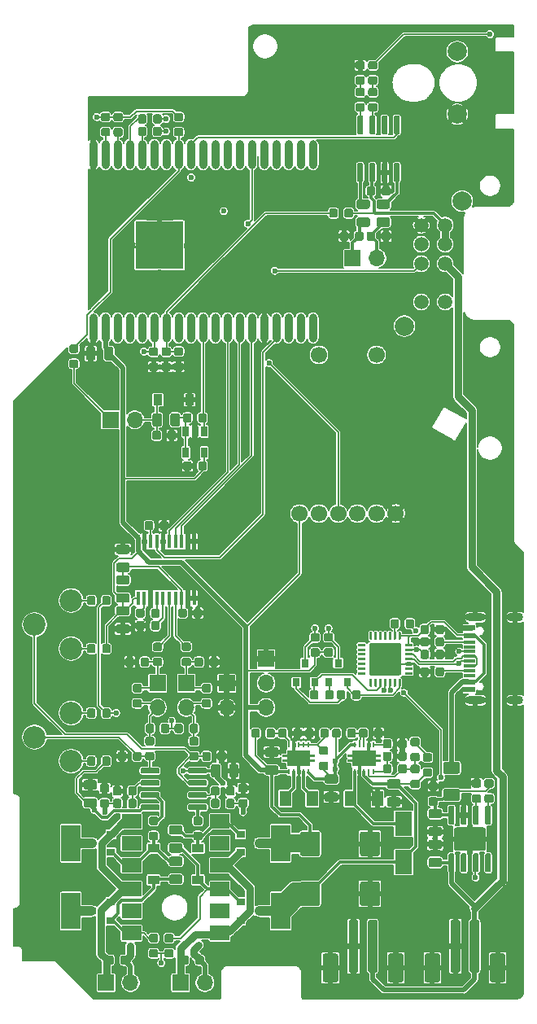
<source format=gtl>
G04 #@! TF.GenerationSoftware,KiCad,Pcbnew,5.1.5+dfsg1-2build2*
G04 #@! TF.CreationDate,2020-11-24T02:53:37+01:00*
G04 #@! TF.ProjectId,sony-scopeman,736f6e79-2d73-4636-9f70-656d616e2e6b,rev?*
G04 #@! TF.SameCoordinates,Original*
G04 #@! TF.FileFunction,Copper,L1,Top*
G04 #@! TF.FilePolarity,Positive*
%FSLAX46Y46*%
G04 Gerber Fmt 4.6, Leading zero omitted, Abs format (unit mm)*
G04 Created by KiCad (PCBNEW 5.1.5+dfsg1-2build2) date 2020-11-24 02:53:37*
%MOMM*%
%LPD*%
G04 APERTURE LIST*
%ADD10C,0.100000*%
%ADD11C,0.500000*%
%ADD12R,0.240000X0.600000*%
%ADD13R,0.900000X0.800000*%
%ADD14C,2.340000*%
%ADD15R,1.200000X1.600000*%
%ADD16O,1.700000X1.700000*%
%ADD17R,1.700000X1.700000*%
%ADD18R,0.900000X1.200000*%
%ADD19R,1.800000X2.500000*%
%ADD20R,1.200000X0.900000*%
%ADD21R,0.650000X1.060000*%
%ADD22C,0.800000*%
%ADD23R,5.000000X5.000000*%
%ADD24O,0.900000X3.000000*%
%ADD25R,0.450000X1.450000*%
%ADD26R,0.800000X0.900000*%
%ADD27R,2.000000X1.500000*%
%ADD28R,2.000000X3.800000*%
%ADD29R,1.160000X0.600000*%
%ADD30R,1.160000X0.300000*%
%ADD31O,1.700000X0.900000*%
%ADD32O,2.000000X0.900000*%
%ADD33C,1.700000*%
%ADD34C,2.000000*%
%ADD35C,1.500000*%
%ADD36C,0.600000*%
%ADD37C,0.150000*%
%ADD38C,0.300000*%
%ADD39C,1.000000*%
%ADD40C,0.500000*%
%ADD41C,0.800000*%
G04 APERTURE END LIST*
G04 #@! TA.AperFunction,SMDPad,CuDef*
D10*
G36*
X118552691Y-88126053D02*
G01*
X118573926Y-88129203D01*
X118594750Y-88134419D01*
X118614962Y-88141651D01*
X118634368Y-88150830D01*
X118652781Y-88161866D01*
X118670024Y-88174654D01*
X118685930Y-88189070D01*
X118700346Y-88204976D01*
X118713134Y-88222219D01*
X118724170Y-88240632D01*
X118733349Y-88260038D01*
X118740581Y-88280250D01*
X118745797Y-88301074D01*
X118748947Y-88322309D01*
X118750000Y-88343750D01*
X118750000Y-88856250D01*
X118748947Y-88877691D01*
X118745797Y-88898926D01*
X118740581Y-88919750D01*
X118733349Y-88939962D01*
X118724170Y-88959368D01*
X118713134Y-88977781D01*
X118700346Y-88995024D01*
X118685930Y-89010930D01*
X118670024Y-89025346D01*
X118652781Y-89038134D01*
X118634368Y-89049170D01*
X118614962Y-89058349D01*
X118594750Y-89065581D01*
X118573926Y-89070797D01*
X118552691Y-89073947D01*
X118531250Y-89075000D01*
X118093750Y-89075000D01*
X118072309Y-89073947D01*
X118051074Y-89070797D01*
X118030250Y-89065581D01*
X118010038Y-89058349D01*
X117990632Y-89049170D01*
X117972219Y-89038134D01*
X117954976Y-89025346D01*
X117939070Y-89010930D01*
X117924654Y-88995024D01*
X117911866Y-88977781D01*
X117900830Y-88959368D01*
X117891651Y-88939962D01*
X117884419Y-88919750D01*
X117879203Y-88898926D01*
X117876053Y-88877691D01*
X117875000Y-88856250D01*
X117875000Y-88343750D01*
X117876053Y-88322309D01*
X117879203Y-88301074D01*
X117884419Y-88280250D01*
X117891651Y-88260038D01*
X117900830Y-88240632D01*
X117911866Y-88222219D01*
X117924654Y-88204976D01*
X117939070Y-88189070D01*
X117954976Y-88174654D01*
X117972219Y-88161866D01*
X117990632Y-88150830D01*
X118010038Y-88141651D01*
X118030250Y-88134419D01*
X118051074Y-88129203D01*
X118072309Y-88126053D01*
X118093750Y-88125000D01*
X118531250Y-88125000D01*
X118552691Y-88126053D01*
G37*
G04 #@! TD.AperFunction*
G04 #@! TA.AperFunction,SMDPad,CuDef*
G36*
X120127691Y-88126053D02*
G01*
X120148926Y-88129203D01*
X120169750Y-88134419D01*
X120189962Y-88141651D01*
X120209368Y-88150830D01*
X120227781Y-88161866D01*
X120245024Y-88174654D01*
X120260930Y-88189070D01*
X120275346Y-88204976D01*
X120288134Y-88222219D01*
X120299170Y-88240632D01*
X120308349Y-88260038D01*
X120315581Y-88280250D01*
X120320797Y-88301074D01*
X120323947Y-88322309D01*
X120325000Y-88343750D01*
X120325000Y-88856250D01*
X120323947Y-88877691D01*
X120320797Y-88898926D01*
X120315581Y-88919750D01*
X120308349Y-88939962D01*
X120299170Y-88959368D01*
X120288134Y-88977781D01*
X120275346Y-88995024D01*
X120260930Y-89010930D01*
X120245024Y-89025346D01*
X120227781Y-89038134D01*
X120209368Y-89049170D01*
X120189962Y-89058349D01*
X120169750Y-89065581D01*
X120148926Y-89070797D01*
X120127691Y-89073947D01*
X120106250Y-89075000D01*
X119668750Y-89075000D01*
X119647309Y-89073947D01*
X119626074Y-89070797D01*
X119605250Y-89065581D01*
X119585038Y-89058349D01*
X119565632Y-89049170D01*
X119547219Y-89038134D01*
X119529976Y-89025346D01*
X119514070Y-89010930D01*
X119499654Y-88995024D01*
X119486866Y-88977781D01*
X119475830Y-88959368D01*
X119466651Y-88939962D01*
X119459419Y-88919750D01*
X119454203Y-88898926D01*
X119451053Y-88877691D01*
X119450000Y-88856250D01*
X119450000Y-88343750D01*
X119451053Y-88322309D01*
X119454203Y-88301074D01*
X119459419Y-88280250D01*
X119466651Y-88260038D01*
X119475830Y-88240632D01*
X119486866Y-88222219D01*
X119499654Y-88204976D01*
X119514070Y-88189070D01*
X119529976Y-88174654D01*
X119547219Y-88161866D01*
X119565632Y-88150830D01*
X119585038Y-88141651D01*
X119605250Y-88134419D01*
X119626074Y-88129203D01*
X119647309Y-88126053D01*
X119668750Y-88125000D01*
X120106250Y-88125000D01*
X120127691Y-88126053D01*
G37*
G04 #@! TD.AperFunction*
G04 #@! TA.AperFunction,SMDPad,CuDef*
G36*
X113852691Y-53326053D02*
G01*
X113873926Y-53329203D01*
X113894750Y-53334419D01*
X113914962Y-53341651D01*
X113934368Y-53350830D01*
X113952781Y-53361866D01*
X113970024Y-53374654D01*
X113985930Y-53389070D01*
X114000346Y-53404976D01*
X114013134Y-53422219D01*
X114024170Y-53440632D01*
X114033349Y-53460038D01*
X114040581Y-53480250D01*
X114045797Y-53501074D01*
X114048947Y-53522309D01*
X114050000Y-53543750D01*
X114050000Y-54056250D01*
X114048947Y-54077691D01*
X114045797Y-54098926D01*
X114040581Y-54119750D01*
X114033349Y-54139962D01*
X114024170Y-54159368D01*
X114013134Y-54177781D01*
X114000346Y-54195024D01*
X113985930Y-54210930D01*
X113970024Y-54225346D01*
X113952781Y-54238134D01*
X113934368Y-54249170D01*
X113914962Y-54258349D01*
X113894750Y-54265581D01*
X113873926Y-54270797D01*
X113852691Y-54273947D01*
X113831250Y-54275000D01*
X113393750Y-54275000D01*
X113372309Y-54273947D01*
X113351074Y-54270797D01*
X113330250Y-54265581D01*
X113310038Y-54258349D01*
X113290632Y-54249170D01*
X113272219Y-54238134D01*
X113254976Y-54225346D01*
X113239070Y-54210930D01*
X113224654Y-54195024D01*
X113211866Y-54177781D01*
X113200830Y-54159368D01*
X113191651Y-54139962D01*
X113184419Y-54119750D01*
X113179203Y-54098926D01*
X113176053Y-54077691D01*
X113175000Y-54056250D01*
X113175000Y-53543750D01*
X113176053Y-53522309D01*
X113179203Y-53501074D01*
X113184419Y-53480250D01*
X113191651Y-53460038D01*
X113200830Y-53440632D01*
X113211866Y-53422219D01*
X113224654Y-53404976D01*
X113239070Y-53389070D01*
X113254976Y-53374654D01*
X113272219Y-53361866D01*
X113290632Y-53350830D01*
X113310038Y-53341651D01*
X113330250Y-53334419D01*
X113351074Y-53329203D01*
X113372309Y-53326053D01*
X113393750Y-53325000D01*
X113831250Y-53325000D01*
X113852691Y-53326053D01*
G37*
G04 #@! TD.AperFunction*
G04 #@! TA.AperFunction,SMDPad,CuDef*
G36*
X115427691Y-53326053D02*
G01*
X115448926Y-53329203D01*
X115469750Y-53334419D01*
X115489962Y-53341651D01*
X115509368Y-53350830D01*
X115527781Y-53361866D01*
X115545024Y-53374654D01*
X115560930Y-53389070D01*
X115575346Y-53404976D01*
X115588134Y-53422219D01*
X115599170Y-53440632D01*
X115608349Y-53460038D01*
X115615581Y-53480250D01*
X115620797Y-53501074D01*
X115623947Y-53522309D01*
X115625000Y-53543750D01*
X115625000Y-54056250D01*
X115623947Y-54077691D01*
X115620797Y-54098926D01*
X115615581Y-54119750D01*
X115608349Y-54139962D01*
X115599170Y-54159368D01*
X115588134Y-54177781D01*
X115575346Y-54195024D01*
X115560930Y-54210930D01*
X115545024Y-54225346D01*
X115527781Y-54238134D01*
X115509368Y-54249170D01*
X115489962Y-54258349D01*
X115469750Y-54265581D01*
X115448926Y-54270797D01*
X115427691Y-54273947D01*
X115406250Y-54275000D01*
X114968750Y-54275000D01*
X114947309Y-54273947D01*
X114926074Y-54270797D01*
X114905250Y-54265581D01*
X114885038Y-54258349D01*
X114865632Y-54249170D01*
X114847219Y-54238134D01*
X114829976Y-54225346D01*
X114814070Y-54210930D01*
X114799654Y-54195024D01*
X114786866Y-54177781D01*
X114775830Y-54159368D01*
X114766651Y-54139962D01*
X114759419Y-54119750D01*
X114754203Y-54098926D01*
X114751053Y-54077691D01*
X114750000Y-54056250D01*
X114750000Y-53543750D01*
X114751053Y-53522309D01*
X114754203Y-53501074D01*
X114759419Y-53480250D01*
X114766651Y-53460038D01*
X114775830Y-53440632D01*
X114786866Y-53422219D01*
X114799654Y-53404976D01*
X114814070Y-53389070D01*
X114829976Y-53374654D01*
X114847219Y-53361866D01*
X114865632Y-53350830D01*
X114885038Y-53341651D01*
X114905250Y-53334419D01*
X114926074Y-53329203D01*
X114947309Y-53326053D01*
X114968750Y-53325000D01*
X115406250Y-53325000D01*
X115427691Y-53326053D01*
G37*
G04 #@! TD.AperFunction*
G04 #@! TA.AperFunction,SMDPad,CuDef*
G36*
X113852691Y-52026053D02*
G01*
X113873926Y-52029203D01*
X113894750Y-52034419D01*
X113914962Y-52041651D01*
X113934368Y-52050830D01*
X113952781Y-52061866D01*
X113970024Y-52074654D01*
X113985930Y-52089070D01*
X114000346Y-52104976D01*
X114013134Y-52122219D01*
X114024170Y-52140632D01*
X114033349Y-52160038D01*
X114040581Y-52180250D01*
X114045797Y-52201074D01*
X114048947Y-52222309D01*
X114050000Y-52243750D01*
X114050000Y-52756250D01*
X114048947Y-52777691D01*
X114045797Y-52798926D01*
X114040581Y-52819750D01*
X114033349Y-52839962D01*
X114024170Y-52859368D01*
X114013134Y-52877781D01*
X114000346Y-52895024D01*
X113985930Y-52910930D01*
X113970024Y-52925346D01*
X113952781Y-52938134D01*
X113934368Y-52949170D01*
X113914962Y-52958349D01*
X113894750Y-52965581D01*
X113873926Y-52970797D01*
X113852691Y-52973947D01*
X113831250Y-52975000D01*
X113393750Y-52975000D01*
X113372309Y-52973947D01*
X113351074Y-52970797D01*
X113330250Y-52965581D01*
X113310038Y-52958349D01*
X113290632Y-52949170D01*
X113272219Y-52938134D01*
X113254976Y-52925346D01*
X113239070Y-52910930D01*
X113224654Y-52895024D01*
X113211866Y-52877781D01*
X113200830Y-52859368D01*
X113191651Y-52839962D01*
X113184419Y-52819750D01*
X113179203Y-52798926D01*
X113176053Y-52777691D01*
X113175000Y-52756250D01*
X113175000Y-52243750D01*
X113176053Y-52222309D01*
X113179203Y-52201074D01*
X113184419Y-52180250D01*
X113191651Y-52160038D01*
X113200830Y-52140632D01*
X113211866Y-52122219D01*
X113224654Y-52104976D01*
X113239070Y-52089070D01*
X113254976Y-52074654D01*
X113272219Y-52061866D01*
X113290632Y-52050830D01*
X113310038Y-52041651D01*
X113330250Y-52034419D01*
X113351074Y-52029203D01*
X113372309Y-52026053D01*
X113393750Y-52025000D01*
X113831250Y-52025000D01*
X113852691Y-52026053D01*
G37*
G04 #@! TD.AperFunction*
G04 #@! TA.AperFunction,SMDPad,CuDef*
G36*
X115427691Y-52026053D02*
G01*
X115448926Y-52029203D01*
X115469750Y-52034419D01*
X115489962Y-52041651D01*
X115509368Y-52050830D01*
X115527781Y-52061866D01*
X115545024Y-52074654D01*
X115560930Y-52089070D01*
X115575346Y-52104976D01*
X115588134Y-52122219D01*
X115599170Y-52140632D01*
X115608349Y-52160038D01*
X115615581Y-52180250D01*
X115620797Y-52201074D01*
X115623947Y-52222309D01*
X115625000Y-52243750D01*
X115625000Y-52756250D01*
X115623947Y-52777691D01*
X115620797Y-52798926D01*
X115615581Y-52819750D01*
X115608349Y-52839962D01*
X115599170Y-52859368D01*
X115588134Y-52877781D01*
X115575346Y-52895024D01*
X115560930Y-52910930D01*
X115545024Y-52925346D01*
X115527781Y-52938134D01*
X115509368Y-52949170D01*
X115489962Y-52958349D01*
X115469750Y-52965581D01*
X115448926Y-52970797D01*
X115427691Y-52973947D01*
X115406250Y-52975000D01*
X114968750Y-52975000D01*
X114947309Y-52973947D01*
X114926074Y-52970797D01*
X114905250Y-52965581D01*
X114885038Y-52958349D01*
X114865632Y-52949170D01*
X114847219Y-52938134D01*
X114829976Y-52925346D01*
X114814070Y-52910930D01*
X114799654Y-52895024D01*
X114786866Y-52877781D01*
X114775830Y-52859368D01*
X114766651Y-52839962D01*
X114759419Y-52819750D01*
X114754203Y-52798926D01*
X114751053Y-52777691D01*
X114750000Y-52756250D01*
X114750000Y-52243750D01*
X114751053Y-52222309D01*
X114754203Y-52201074D01*
X114759419Y-52180250D01*
X114766651Y-52160038D01*
X114775830Y-52140632D01*
X114786866Y-52122219D01*
X114799654Y-52104976D01*
X114814070Y-52089070D01*
X114829976Y-52074654D01*
X114847219Y-52061866D01*
X114865632Y-52050830D01*
X114885038Y-52041651D01*
X114905250Y-52034419D01*
X114926074Y-52029203D01*
X114947309Y-52026053D01*
X114968750Y-52025000D01*
X115406250Y-52025000D01*
X115427691Y-52026053D01*
G37*
G04 #@! TD.AperFunction*
D11*
X128950000Y-119000000D03*
X129900000Y-118425000D03*
X129900000Y-119575000D03*
X130850000Y-119000000D03*
G04 #@! TA.AperFunction,SMDPad,CuDef*
D10*
G36*
X128700000Y-119125000D02*
G01*
X128700000Y-118875000D01*
X128200000Y-118875000D01*
X128200000Y-118625000D01*
X128700000Y-118625000D01*
X128700000Y-118175000D01*
X131100000Y-118175000D01*
X131100000Y-118625000D01*
X131600000Y-118625000D01*
X131600000Y-118875000D01*
X131100000Y-118875000D01*
X131100000Y-119125000D01*
X131600000Y-119125000D01*
X131600000Y-119375000D01*
X131100000Y-119375000D01*
X131100000Y-119825000D01*
X128700000Y-119825000D01*
X128700000Y-119375000D01*
X128200000Y-119375000D01*
X128200000Y-119125000D01*
X128700000Y-119125000D01*
G37*
G04 #@! TD.AperFunction*
D12*
X128900000Y-117600000D03*
X129400000Y-117600000D03*
X129900000Y-117600000D03*
X130400000Y-117600000D03*
X130900000Y-117600000D03*
X130900000Y-120400000D03*
X130400000Y-120400000D03*
X129900000Y-120400000D03*
X129400000Y-120400000D03*
X128900000Y-120400000D03*
D11*
X137650000Y-119000000D03*
X136700000Y-119575000D03*
X136700000Y-118425000D03*
X135750000Y-119000000D03*
G04 #@! TA.AperFunction,SMDPad,CuDef*
D10*
G36*
X137900000Y-118875000D02*
G01*
X137900000Y-119125000D01*
X138400000Y-119125000D01*
X138400000Y-119375000D01*
X137900000Y-119375000D01*
X137900000Y-119825000D01*
X135500000Y-119825000D01*
X135500000Y-119375000D01*
X135000000Y-119375000D01*
X135000000Y-119125000D01*
X135500000Y-119125000D01*
X135500000Y-118875000D01*
X135000000Y-118875000D01*
X135000000Y-118625000D01*
X135500000Y-118625000D01*
X135500000Y-118175000D01*
X137900000Y-118175000D01*
X137900000Y-118625000D01*
X138400000Y-118625000D01*
X138400000Y-118875000D01*
X137900000Y-118875000D01*
G37*
G04 #@! TD.AperFunction*
D12*
X137700000Y-120400000D03*
X137200000Y-120400000D03*
X136700000Y-120400000D03*
X136200000Y-120400000D03*
X135700000Y-120400000D03*
X135700000Y-117600000D03*
X136200000Y-117600000D03*
X136700000Y-117600000D03*
X137200000Y-117600000D03*
X137700000Y-117600000D03*
G04 #@! TA.AperFunction,SMDPad,CuDef*
D10*
G36*
X108530142Y-76201174D02*
G01*
X108553803Y-76204684D01*
X108577007Y-76210496D01*
X108599529Y-76218554D01*
X108621153Y-76228782D01*
X108641670Y-76241079D01*
X108660883Y-76255329D01*
X108678607Y-76271393D01*
X108694671Y-76289117D01*
X108708921Y-76308330D01*
X108721218Y-76328847D01*
X108731446Y-76350471D01*
X108739504Y-76372993D01*
X108745316Y-76396197D01*
X108748826Y-76419858D01*
X108750000Y-76443750D01*
X108750000Y-77356250D01*
X108748826Y-77380142D01*
X108745316Y-77403803D01*
X108739504Y-77427007D01*
X108731446Y-77449529D01*
X108721218Y-77471153D01*
X108708921Y-77491670D01*
X108694671Y-77510883D01*
X108678607Y-77528607D01*
X108660883Y-77544671D01*
X108641670Y-77558921D01*
X108621153Y-77571218D01*
X108599529Y-77581446D01*
X108577007Y-77589504D01*
X108553803Y-77595316D01*
X108530142Y-77598826D01*
X108506250Y-77600000D01*
X108018750Y-77600000D01*
X107994858Y-77598826D01*
X107971197Y-77595316D01*
X107947993Y-77589504D01*
X107925471Y-77581446D01*
X107903847Y-77571218D01*
X107883330Y-77558921D01*
X107864117Y-77544671D01*
X107846393Y-77528607D01*
X107830329Y-77510883D01*
X107816079Y-77491670D01*
X107803782Y-77471153D01*
X107793554Y-77449529D01*
X107785496Y-77427007D01*
X107779684Y-77403803D01*
X107776174Y-77380142D01*
X107775000Y-77356250D01*
X107775000Y-76443750D01*
X107776174Y-76419858D01*
X107779684Y-76396197D01*
X107785496Y-76372993D01*
X107793554Y-76350471D01*
X107803782Y-76328847D01*
X107816079Y-76308330D01*
X107830329Y-76289117D01*
X107846393Y-76271393D01*
X107864117Y-76255329D01*
X107883330Y-76241079D01*
X107903847Y-76228782D01*
X107925471Y-76218554D01*
X107947993Y-76210496D01*
X107971197Y-76204684D01*
X107994858Y-76201174D01*
X108018750Y-76200000D01*
X108506250Y-76200000D01*
X108530142Y-76201174D01*
G37*
G04 #@! TD.AperFunction*
G04 #@! TA.AperFunction,SMDPad,CuDef*
G36*
X110405142Y-76201174D02*
G01*
X110428803Y-76204684D01*
X110452007Y-76210496D01*
X110474529Y-76218554D01*
X110496153Y-76228782D01*
X110516670Y-76241079D01*
X110535883Y-76255329D01*
X110553607Y-76271393D01*
X110569671Y-76289117D01*
X110583921Y-76308330D01*
X110596218Y-76328847D01*
X110606446Y-76350471D01*
X110614504Y-76372993D01*
X110620316Y-76396197D01*
X110623826Y-76419858D01*
X110625000Y-76443750D01*
X110625000Y-77356250D01*
X110623826Y-77380142D01*
X110620316Y-77403803D01*
X110614504Y-77427007D01*
X110606446Y-77449529D01*
X110596218Y-77471153D01*
X110583921Y-77491670D01*
X110569671Y-77510883D01*
X110553607Y-77528607D01*
X110535883Y-77544671D01*
X110516670Y-77558921D01*
X110496153Y-77571218D01*
X110474529Y-77581446D01*
X110452007Y-77589504D01*
X110428803Y-77595316D01*
X110405142Y-77598826D01*
X110381250Y-77600000D01*
X109893750Y-77600000D01*
X109869858Y-77598826D01*
X109846197Y-77595316D01*
X109822993Y-77589504D01*
X109800471Y-77581446D01*
X109778847Y-77571218D01*
X109758330Y-77558921D01*
X109739117Y-77544671D01*
X109721393Y-77528607D01*
X109705329Y-77510883D01*
X109691079Y-77491670D01*
X109678782Y-77471153D01*
X109668554Y-77449529D01*
X109660496Y-77427007D01*
X109654684Y-77403803D01*
X109651174Y-77380142D01*
X109650000Y-77356250D01*
X109650000Y-76443750D01*
X109651174Y-76419858D01*
X109654684Y-76396197D01*
X109660496Y-76372993D01*
X109668554Y-76350471D01*
X109678782Y-76328847D01*
X109691079Y-76308330D01*
X109705329Y-76289117D01*
X109721393Y-76271393D01*
X109739117Y-76255329D01*
X109758330Y-76241079D01*
X109778847Y-76228782D01*
X109800471Y-76218554D01*
X109822993Y-76210496D01*
X109846197Y-76204684D01*
X109869858Y-76201174D01*
X109893750Y-76200000D01*
X110381250Y-76200000D01*
X110405142Y-76201174D01*
G37*
G04 #@! TD.AperFunction*
G04 #@! TA.AperFunction,SMDPad,CuDef*
G36*
X127580142Y-117876174D02*
G01*
X127603803Y-117879684D01*
X127627007Y-117885496D01*
X127649529Y-117893554D01*
X127671153Y-117903782D01*
X127691670Y-117916079D01*
X127710883Y-117930329D01*
X127728607Y-117946393D01*
X127744671Y-117964117D01*
X127758921Y-117983330D01*
X127771218Y-118003847D01*
X127781446Y-118025471D01*
X127789504Y-118047993D01*
X127795316Y-118071197D01*
X127798826Y-118094858D01*
X127800000Y-118118750D01*
X127800000Y-118606250D01*
X127798826Y-118630142D01*
X127795316Y-118653803D01*
X127789504Y-118677007D01*
X127781446Y-118699529D01*
X127771218Y-118721153D01*
X127758921Y-118741670D01*
X127744671Y-118760883D01*
X127728607Y-118778607D01*
X127710883Y-118794671D01*
X127691670Y-118808921D01*
X127671153Y-118821218D01*
X127649529Y-118831446D01*
X127627007Y-118839504D01*
X127603803Y-118845316D01*
X127580142Y-118848826D01*
X127556250Y-118850000D01*
X126643750Y-118850000D01*
X126619858Y-118848826D01*
X126596197Y-118845316D01*
X126572993Y-118839504D01*
X126550471Y-118831446D01*
X126528847Y-118821218D01*
X126508330Y-118808921D01*
X126489117Y-118794671D01*
X126471393Y-118778607D01*
X126455329Y-118760883D01*
X126441079Y-118741670D01*
X126428782Y-118721153D01*
X126418554Y-118699529D01*
X126410496Y-118677007D01*
X126404684Y-118653803D01*
X126401174Y-118630142D01*
X126400000Y-118606250D01*
X126400000Y-118118750D01*
X126401174Y-118094858D01*
X126404684Y-118071197D01*
X126410496Y-118047993D01*
X126418554Y-118025471D01*
X126428782Y-118003847D01*
X126441079Y-117983330D01*
X126455329Y-117964117D01*
X126471393Y-117946393D01*
X126489117Y-117930329D01*
X126508330Y-117916079D01*
X126528847Y-117903782D01*
X126550471Y-117893554D01*
X126572993Y-117885496D01*
X126596197Y-117879684D01*
X126619858Y-117876174D01*
X126643750Y-117875000D01*
X127556250Y-117875000D01*
X127580142Y-117876174D01*
G37*
G04 #@! TD.AperFunction*
G04 #@! TA.AperFunction,SMDPad,CuDef*
G36*
X127580142Y-119751174D02*
G01*
X127603803Y-119754684D01*
X127627007Y-119760496D01*
X127649529Y-119768554D01*
X127671153Y-119778782D01*
X127691670Y-119791079D01*
X127710883Y-119805329D01*
X127728607Y-119821393D01*
X127744671Y-119839117D01*
X127758921Y-119858330D01*
X127771218Y-119878847D01*
X127781446Y-119900471D01*
X127789504Y-119922993D01*
X127795316Y-119946197D01*
X127798826Y-119969858D01*
X127800000Y-119993750D01*
X127800000Y-120481250D01*
X127798826Y-120505142D01*
X127795316Y-120528803D01*
X127789504Y-120552007D01*
X127781446Y-120574529D01*
X127771218Y-120596153D01*
X127758921Y-120616670D01*
X127744671Y-120635883D01*
X127728607Y-120653607D01*
X127710883Y-120669671D01*
X127691670Y-120683921D01*
X127671153Y-120696218D01*
X127649529Y-120706446D01*
X127627007Y-120714504D01*
X127603803Y-120720316D01*
X127580142Y-120723826D01*
X127556250Y-120725000D01*
X126643750Y-120725000D01*
X126619858Y-120723826D01*
X126596197Y-120720316D01*
X126572993Y-120714504D01*
X126550471Y-120706446D01*
X126528847Y-120696218D01*
X126508330Y-120683921D01*
X126489117Y-120669671D01*
X126471393Y-120653607D01*
X126455329Y-120635883D01*
X126441079Y-120616670D01*
X126428782Y-120596153D01*
X126418554Y-120574529D01*
X126410496Y-120552007D01*
X126404684Y-120528803D01*
X126401174Y-120505142D01*
X126400000Y-120481250D01*
X126400000Y-119993750D01*
X126401174Y-119969858D01*
X126404684Y-119946197D01*
X126410496Y-119922993D01*
X126418554Y-119900471D01*
X126428782Y-119878847D01*
X126441079Y-119858330D01*
X126455329Y-119839117D01*
X126471393Y-119821393D01*
X126489117Y-119805329D01*
X126508330Y-119791079D01*
X126528847Y-119778782D01*
X126550471Y-119768554D01*
X126572993Y-119760496D01*
X126596197Y-119754684D01*
X126619858Y-119751174D01*
X126643750Y-119750000D01*
X127556250Y-119750000D01*
X127580142Y-119751174D01*
G37*
G04 #@! TD.AperFunction*
G04 #@! TA.AperFunction,SMDPad,CuDef*
G36*
X144580142Y-127476174D02*
G01*
X144603803Y-127479684D01*
X144627007Y-127485496D01*
X144649529Y-127493554D01*
X144671153Y-127503782D01*
X144691670Y-127516079D01*
X144710883Y-127530329D01*
X144728607Y-127546393D01*
X144744671Y-127564117D01*
X144758921Y-127583330D01*
X144771218Y-127603847D01*
X144781446Y-127625471D01*
X144789504Y-127647993D01*
X144795316Y-127671197D01*
X144798826Y-127694858D01*
X144800000Y-127718750D01*
X144800000Y-128206250D01*
X144798826Y-128230142D01*
X144795316Y-128253803D01*
X144789504Y-128277007D01*
X144781446Y-128299529D01*
X144771218Y-128321153D01*
X144758921Y-128341670D01*
X144744671Y-128360883D01*
X144728607Y-128378607D01*
X144710883Y-128394671D01*
X144691670Y-128408921D01*
X144671153Y-128421218D01*
X144649529Y-128431446D01*
X144627007Y-128439504D01*
X144603803Y-128445316D01*
X144580142Y-128448826D01*
X144556250Y-128450000D01*
X143643750Y-128450000D01*
X143619858Y-128448826D01*
X143596197Y-128445316D01*
X143572993Y-128439504D01*
X143550471Y-128431446D01*
X143528847Y-128421218D01*
X143508330Y-128408921D01*
X143489117Y-128394671D01*
X143471393Y-128378607D01*
X143455329Y-128360883D01*
X143441079Y-128341670D01*
X143428782Y-128321153D01*
X143418554Y-128299529D01*
X143410496Y-128277007D01*
X143404684Y-128253803D01*
X143401174Y-128230142D01*
X143400000Y-128206250D01*
X143400000Y-127718750D01*
X143401174Y-127694858D01*
X143404684Y-127671197D01*
X143410496Y-127647993D01*
X143418554Y-127625471D01*
X143428782Y-127603847D01*
X143441079Y-127583330D01*
X143455329Y-127564117D01*
X143471393Y-127546393D01*
X143489117Y-127530329D01*
X143508330Y-127516079D01*
X143528847Y-127503782D01*
X143550471Y-127493554D01*
X143572993Y-127485496D01*
X143596197Y-127479684D01*
X143619858Y-127476174D01*
X143643750Y-127475000D01*
X144556250Y-127475000D01*
X144580142Y-127476174D01*
G37*
G04 #@! TD.AperFunction*
G04 #@! TA.AperFunction,SMDPad,CuDef*
G36*
X144580142Y-129351174D02*
G01*
X144603803Y-129354684D01*
X144627007Y-129360496D01*
X144649529Y-129368554D01*
X144671153Y-129378782D01*
X144691670Y-129391079D01*
X144710883Y-129405329D01*
X144728607Y-129421393D01*
X144744671Y-129439117D01*
X144758921Y-129458330D01*
X144771218Y-129478847D01*
X144781446Y-129500471D01*
X144789504Y-129522993D01*
X144795316Y-129546197D01*
X144798826Y-129569858D01*
X144800000Y-129593750D01*
X144800000Y-130081250D01*
X144798826Y-130105142D01*
X144795316Y-130128803D01*
X144789504Y-130152007D01*
X144781446Y-130174529D01*
X144771218Y-130196153D01*
X144758921Y-130216670D01*
X144744671Y-130235883D01*
X144728607Y-130253607D01*
X144710883Y-130269671D01*
X144691670Y-130283921D01*
X144671153Y-130296218D01*
X144649529Y-130306446D01*
X144627007Y-130314504D01*
X144603803Y-130320316D01*
X144580142Y-130323826D01*
X144556250Y-130325000D01*
X143643750Y-130325000D01*
X143619858Y-130323826D01*
X143596197Y-130320316D01*
X143572993Y-130314504D01*
X143550471Y-130306446D01*
X143528847Y-130296218D01*
X143508330Y-130283921D01*
X143489117Y-130269671D01*
X143471393Y-130253607D01*
X143455329Y-130235883D01*
X143441079Y-130216670D01*
X143428782Y-130196153D01*
X143418554Y-130174529D01*
X143410496Y-130152007D01*
X143404684Y-130128803D01*
X143401174Y-130105142D01*
X143400000Y-130081250D01*
X143400000Y-129593750D01*
X143401174Y-129569858D01*
X143404684Y-129546197D01*
X143410496Y-129522993D01*
X143418554Y-129500471D01*
X143428782Y-129478847D01*
X143441079Y-129458330D01*
X143455329Y-129439117D01*
X143471393Y-129421393D01*
X143489117Y-129405329D01*
X143508330Y-129391079D01*
X143528847Y-129378782D01*
X143550471Y-129368554D01*
X143572993Y-129360496D01*
X143596197Y-129354684D01*
X143619858Y-129351174D01*
X143643750Y-129350000D01*
X144556250Y-129350000D01*
X144580142Y-129351174D01*
G37*
G04 #@! TD.AperFunction*
G04 #@! TA.AperFunction,SMDPad,CuDef*
G36*
X149769703Y-128900722D02*
G01*
X149784264Y-128902882D01*
X149798543Y-128906459D01*
X149812403Y-128911418D01*
X149825710Y-128917712D01*
X149838336Y-128925280D01*
X149850159Y-128934048D01*
X149861066Y-128943934D01*
X149870952Y-128954841D01*
X149879720Y-128966664D01*
X149887288Y-128979290D01*
X149893582Y-128992597D01*
X149898541Y-129006457D01*
X149902118Y-129020736D01*
X149904278Y-129035297D01*
X149905000Y-129050000D01*
X149905000Y-130700000D01*
X149904278Y-130714703D01*
X149902118Y-130729264D01*
X149898541Y-130743543D01*
X149893582Y-130757403D01*
X149887288Y-130770710D01*
X149879720Y-130783336D01*
X149870952Y-130795159D01*
X149861066Y-130806066D01*
X149850159Y-130815952D01*
X149838336Y-130824720D01*
X149825710Y-130832288D01*
X149812403Y-130838582D01*
X149798543Y-130843541D01*
X149784264Y-130847118D01*
X149769703Y-130849278D01*
X149755000Y-130850000D01*
X149455000Y-130850000D01*
X149440297Y-130849278D01*
X149425736Y-130847118D01*
X149411457Y-130843541D01*
X149397597Y-130838582D01*
X149384290Y-130832288D01*
X149371664Y-130824720D01*
X149359841Y-130815952D01*
X149348934Y-130806066D01*
X149339048Y-130795159D01*
X149330280Y-130783336D01*
X149322712Y-130770710D01*
X149316418Y-130757403D01*
X149311459Y-130743543D01*
X149307882Y-130729264D01*
X149305722Y-130714703D01*
X149305000Y-130700000D01*
X149305000Y-129050000D01*
X149305722Y-129035297D01*
X149307882Y-129020736D01*
X149311459Y-129006457D01*
X149316418Y-128992597D01*
X149322712Y-128979290D01*
X149330280Y-128966664D01*
X149339048Y-128954841D01*
X149348934Y-128943934D01*
X149359841Y-128934048D01*
X149371664Y-128925280D01*
X149384290Y-128917712D01*
X149397597Y-128911418D01*
X149411457Y-128906459D01*
X149425736Y-128902882D01*
X149440297Y-128900722D01*
X149455000Y-128900000D01*
X149755000Y-128900000D01*
X149769703Y-128900722D01*
G37*
G04 #@! TD.AperFunction*
G04 #@! TA.AperFunction,SMDPad,CuDef*
G36*
X148499703Y-128900722D02*
G01*
X148514264Y-128902882D01*
X148528543Y-128906459D01*
X148542403Y-128911418D01*
X148555710Y-128917712D01*
X148568336Y-128925280D01*
X148580159Y-128934048D01*
X148591066Y-128943934D01*
X148600952Y-128954841D01*
X148609720Y-128966664D01*
X148617288Y-128979290D01*
X148623582Y-128992597D01*
X148628541Y-129006457D01*
X148632118Y-129020736D01*
X148634278Y-129035297D01*
X148635000Y-129050000D01*
X148635000Y-130700000D01*
X148634278Y-130714703D01*
X148632118Y-130729264D01*
X148628541Y-130743543D01*
X148623582Y-130757403D01*
X148617288Y-130770710D01*
X148609720Y-130783336D01*
X148600952Y-130795159D01*
X148591066Y-130806066D01*
X148580159Y-130815952D01*
X148568336Y-130824720D01*
X148555710Y-130832288D01*
X148542403Y-130838582D01*
X148528543Y-130843541D01*
X148514264Y-130847118D01*
X148499703Y-130849278D01*
X148485000Y-130850000D01*
X148185000Y-130850000D01*
X148170297Y-130849278D01*
X148155736Y-130847118D01*
X148141457Y-130843541D01*
X148127597Y-130838582D01*
X148114290Y-130832288D01*
X148101664Y-130824720D01*
X148089841Y-130815952D01*
X148078934Y-130806066D01*
X148069048Y-130795159D01*
X148060280Y-130783336D01*
X148052712Y-130770710D01*
X148046418Y-130757403D01*
X148041459Y-130743543D01*
X148037882Y-130729264D01*
X148035722Y-130714703D01*
X148035000Y-130700000D01*
X148035000Y-129050000D01*
X148035722Y-129035297D01*
X148037882Y-129020736D01*
X148041459Y-129006457D01*
X148046418Y-128992597D01*
X148052712Y-128979290D01*
X148060280Y-128966664D01*
X148069048Y-128954841D01*
X148078934Y-128943934D01*
X148089841Y-128934048D01*
X148101664Y-128925280D01*
X148114290Y-128917712D01*
X148127597Y-128911418D01*
X148141457Y-128906459D01*
X148155736Y-128902882D01*
X148170297Y-128900722D01*
X148185000Y-128900000D01*
X148485000Y-128900000D01*
X148499703Y-128900722D01*
G37*
G04 #@! TD.AperFunction*
G04 #@! TA.AperFunction,SMDPad,CuDef*
G36*
X147229703Y-128900722D02*
G01*
X147244264Y-128902882D01*
X147258543Y-128906459D01*
X147272403Y-128911418D01*
X147285710Y-128917712D01*
X147298336Y-128925280D01*
X147310159Y-128934048D01*
X147321066Y-128943934D01*
X147330952Y-128954841D01*
X147339720Y-128966664D01*
X147347288Y-128979290D01*
X147353582Y-128992597D01*
X147358541Y-129006457D01*
X147362118Y-129020736D01*
X147364278Y-129035297D01*
X147365000Y-129050000D01*
X147365000Y-130700000D01*
X147364278Y-130714703D01*
X147362118Y-130729264D01*
X147358541Y-130743543D01*
X147353582Y-130757403D01*
X147347288Y-130770710D01*
X147339720Y-130783336D01*
X147330952Y-130795159D01*
X147321066Y-130806066D01*
X147310159Y-130815952D01*
X147298336Y-130824720D01*
X147285710Y-130832288D01*
X147272403Y-130838582D01*
X147258543Y-130843541D01*
X147244264Y-130847118D01*
X147229703Y-130849278D01*
X147215000Y-130850000D01*
X146915000Y-130850000D01*
X146900297Y-130849278D01*
X146885736Y-130847118D01*
X146871457Y-130843541D01*
X146857597Y-130838582D01*
X146844290Y-130832288D01*
X146831664Y-130824720D01*
X146819841Y-130815952D01*
X146808934Y-130806066D01*
X146799048Y-130795159D01*
X146790280Y-130783336D01*
X146782712Y-130770710D01*
X146776418Y-130757403D01*
X146771459Y-130743543D01*
X146767882Y-130729264D01*
X146765722Y-130714703D01*
X146765000Y-130700000D01*
X146765000Y-129050000D01*
X146765722Y-129035297D01*
X146767882Y-129020736D01*
X146771459Y-129006457D01*
X146776418Y-128992597D01*
X146782712Y-128979290D01*
X146790280Y-128966664D01*
X146799048Y-128954841D01*
X146808934Y-128943934D01*
X146819841Y-128934048D01*
X146831664Y-128925280D01*
X146844290Y-128917712D01*
X146857597Y-128911418D01*
X146871457Y-128906459D01*
X146885736Y-128902882D01*
X146900297Y-128900722D01*
X146915000Y-128900000D01*
X147215000Y-128900000D01*
X147229703Y-128900722D01*
G37*
G04 #@! TD.AperFunction*
G04 #@! TA.AperFunction,SMDPad,CuDef*
G36*
X145959703Y-128900722D02*
G01*
X145974264Y-128902882D01*
X145988543Y-128906459D01*
X146002403Y-128911418D01*
X146015710Y-128917712D01*
X146028336Y-128925280D01*
X146040159Y-128934048D01*
X146051066Y-128943934D01*
X146060952Y-128954841D01*
X146069720Y-128966664D01*
X146077288Y-128979290D01*
X146083582Y-128992597D01*
X146088541Y-129006457D01*
X146092118Y-129020736D01*
X146094278Y-129035297D01*
X146095000Y-129050000D01*
X146095000Y-130700000D01*
X146094278Y-130714703D01*
X146092118Y-130729264D01*
X146088541Y-130743543D01*
X146083582Y-130757403D01*
X146077288Y-130770710D01*
X146069720Y-130783336D01*
X146060952Y-130795159D01*
X146051066Y-130806066D01*
X146040159Y-130815952D01*
X146028336Y-130824720D01*
X146015710Y-130832288D01*
X146002403Y-130838582D01*
X145988543Y-130843541D01*
X145974264Y-130847118D01*
X145959703Y-130849278D01*
X145945000Y-130850000D01*
X145645000Y-130850000D01*
X145630297Y-130849278D01*
X145615736Y-130847118D01*
X145601457Y-130843541D01*
X145587597Y-130838582D01*
X145574290Y-130832288D01*
X145561664Y-130824720D01*
X145549841Y-130815952D01*
X145538934Y-130806066D01*
X145529048Y-130795159D01*
X145520280Y-130783336D01*
X145512712Y-130770710D01*
X145506418Y-130757403D01*
X145501459Y-130743543D01*
X145497882Y-130729264D01*
X145495722Y-130714703D01*
X145495000Y-130700000D01*
X145495000Y-129050000D01*
X145495722Y-129035297D01*
X145497882Y-129020736D01*
X145501459Y-129006457D01*
X145506418Y-128992597D01*
X145512712Y-128979290D01*
X145520280Y-128966664D01*
X145529048Y-128954841D01*
X145538934Y-128943934D01*
X145549841Y-128934048D01*
X145561664Y-128925280D01*
X145574290Y-128917712D01*
X145587597Y-128911418D01*
X145601457Y-128906459D01*
X145615736Y-128902882D01*
X145630297Y-128900722D01*
X145645000Y-128900000D01*
X145945000Y-128900000D01*
X145959703Y-128900722D01*
G37*
G04 #@! TD.AperFunction*
G04 #@! TA.AperFunction,SMDPad,CuDef*
G36*
X145959703Y-123950722D02*
G01*
X145974264Y-123952882D01*
X145988543Y-123956459D01*
X146002403Y-123961418D01*
X146015710Y-123967712D01*
X146028336Y-123975280D01*
X146040159Y-123984048D01*
X146051066Y-123993934D01*
X146060952Y-124004841D01*
X146069720Y-124016664D01*
X146077288Y-124029290D01*
X146083582Y-124042597D01*
X146088541Y-124056457D01*
X146092118Y-124070736D01*
X146094278Y-124085297D01*
X146095000Y-124100000D01*
X146095000Y-125750000D01*
X146094278Y-125764703D01*
X146092118Y-125779264D01*
X146088541Y-125793543D01*
X146083582Y-125807403D01*
X146077288Y-125820710D01*
X146069720Y-125833336D01*
X146060952Y-125845159D01*
X146051066Y-125856066D01*
X146040159Y-125865952D01*
X146028336Y-125874720D01*
X146015710Y-125882288D01*
X146002403Y-125888582D01*
X145988543Y-125893541D01*
X145974264Y-125897118D01*
X145959703Y-125899278D01*
X145945000Y-125900000D01*
X145645000Y-125900000D01*
X145630297Y-125899278D01*
X145615736Y-125897118D01*
X145601457Y-125893541D01*
X145587597Y-125888582D01*
X145574290Y-125882288D01*
X145561664Y-125874720D01*
X145549841Y-125865952D01*
X145538934Y-125856066D01*
X145529048Y-125845159D01*
X145520280Y-125833336D01*
X145512712Y-125820710D01*
X145506418Y-125807403D01*
X145501459Y-125793543D01*
X145497882Y-125779264D01*
X145495722Y-125764703D01*
X145495000Y-125750000D01*
X145495000Y-124100000D01*
X145495722Y-124085297D01*
X145497882Y-124070736D01*
X145501459Y-124056457D01*
X145506418Y-124042597D01*
X145512712Y-124029290D01*
X145520280Y-124016664D01*
X145529048Y-124004841D01*
X145538934Y-123993934D01*
X145549841Y-123984048D01*
X145561664Y-123975280D01*
X145574290Y-123967712D01*
X145587597Y-123961418D01*
X145601457Y-123956459D01*
X145615736Y-123952882D01*
X145630297Y-123950722D01*
X145645000Y-123950000D01*
X145945000Y-123950000D01*
X145959703Y-123950722D01*
G37*
G04 #@! TD.AperFunction*
G04 #@! TA.AperFunction,SMDPad,CuDef*
G36*
X147229703Y-123950722D02*
G01*
X147244264Y-123952882D01*
X147258543Y-123956459D01*
X147272403Y-123961418D01*
X147285710Y-123967712D01*
X147298336Y-123975280D01*
X147310159Y-123984048D01*
X147321066Y-123993934D01*
X147330952Y-124004841D01*
X147339720Y-124016664D01*
X147347288Y-124029290D01*
X147353582Y-124042597D01*
X147358541Y-124056457D01*
X147362118Y-124070736D01*
X147364278Y-124085297D01*
X147365000Y-124100000D01*
X147365000Y-125750000D01*
X147364278Y-125764703D01*
X147362118Y-125779264D01*
X147358541Y-125793543D01*
X147353582Y-125807403D01*
X147347288Y-125820710D01*
X147339720Y-125833336D01*
X147330952Y-125845159D01*
X147321066Y-125856066D01*
X147310159Y-125865952D01*
X147298336Y-125874720D01*
X147285710Y-125882288D01*
X147272403Y-125888582D01*
X147258543Y-125893541D01*
X147244264Y-125897118D01*
X147229703Y-125899278D01*
X147215000Y-125900000D01*
X146915000Y-125900000D01*
X146900297Y-125899278D01*
X146885736Y-125897118D01*
X146871457Y-125893541D01*
X146857597Y-125888582D01*
X146844290Y-125882288D01*
X146831664Y-125874720D01*
X146819841Y-125865952D01*
X146808934Y-125856066D01*
X146799048Y-125845159D01*
X146790280Y-125833336D01*
X146782712Y-125820710D01*
X146776418Y-125807403D01*
X146771459Y-125793543D01*
X146767882Y-125779264D01*
X146765722Y-125764703D01*
X146765000Y-125750000D01*
X146765000Y-124100000D01*
X146765722Y-124085297D01*
X146767882Y-124070736D01*
X146771459Y-124056457D01*
X146776418Y-124042597D01*
X146782712Y-124029290D01*
X146790280Y-124016664D01*
X146799048Y-124004841D01*
X146808934Y-123993934D01*
X146819841Y-123984048D01*
X146831664Y-123975280D01*
X146844290Y-123967712D01*
X146857597Y-123961418D01*
X146871457Y-123956459D01*
X146885736Y-123952882D01*
X146900297Y-123950722D01*
X146915000Y-123950000D01*
X147215000Y-123950000D01*
X147229703Y-123950722D01*
G37*
G04 #@! TD.AperFunction*
G04 #@! TA.AperFunction,SMDPad,CuDef*
G36*
X148499703Y-123950722D02*
G01*
X148514264Y-123952882D01*
X148528543Y-123956459D01*
X148542403Y-123961418D01*
X148555710Y-123967712D01*
X148568336Y-123975280D01*
X148580159Y-123984048D01*
X148591066Y-123993934D01*
X148600952Y-124004841D01*
X148609720Y-124016664D01*
X148617288Y-124029290D01*
X148623582Y-124042597D01*
X148628541Y-124056457D01*
X148632118Y-124070736D01*
X148634278Y-124085297D01*
X148635000Y-124100000D01*
X148635000Y-125750000D01*
X148634278Y-125764703D01*
X148632118Y-125779264D01*
X148628541Y-125793543D01*
X148623582Y-125807403D01*
X148617288Y-125820710D01*
X148609720Y-125833336D01*
X148600952Y-125845159D01*
X148591066Y-125856066D01*
X148580159Y-125865952D01*
X148568336Y-125874720D01*
X148555710Y-125882288D01*
X148542403Y-125888582D01*
X148528543Y-125893541D01*
X148514264Y-125897118D01*
X148499703Y-125899278D01*
X148485000Y-125900000D01*
X148185000Y-125900000D01*
X148170297Y-125899278D01*
X148155736Y-125897118D01*
X148141457Y-125893541D01*
X148127597Y-125888582D01*
X148114290Y-125882288D01*
X148101664Y-125874720D01*
X148089841Y-125865952D01*
X148078934Y-125856066D01*
X148069048Y-125845159D01*
X148060280Y-125833336D01*
X148052712Y-125820710D01*
X148046418Y-125807403D01*
X148041459Y-125793543D01*
X148037882Y-125779264D01*
X148035722Y-125764703D01*
X148035000Y-125750000D01*
X148035000Y-124100000D01*
X148035722Y-124085297D01*
X148037882Y-124070736D01*
X148041459Y-124056457D01*
X148046418Y-124042597D01*
X148052712Y-124029290D01*
X148060280Y-124016664D01*
X148069048Y-124004841D01*
X148078934Y-123993934D01*
X148089841Y-123984048D01*
X148101664Y-123975280D01*
X148114290Y-123967712D01*
X148127597Y-123961418D01*
X148141457Y-123956459D01*
X148155736Y-123952882D01*
X148170297Y-123950722D01*
X148185000Y-123950000D01*
X148485000Y-123950000D01*
X148499703Y-123950722D01*
G37*
G04 #@! TD.AperFunction*
G04 #@! TA.AperFunction,SMDPad,CuDef*
G36*
X149769703Y-123950722D02*
G01*
X149784264Y-123952882D01*
X149798543Y-123956459D01*
X149812403Y-123961418D01*
X149825710Y-123967712D01*
X149838336Y-123975280D01*
X149850159Y-123984048D01*
X149861066Y-123993934D01*
X149870952Y-124004841D01*
X149879720Y-124016664D01*
X149887288Y-124029290D01*
X149893582Y-124042597D01*
X149898541Y-124056457D01*
X149902118Y-124070736D01*
X149904278Y-124085297D01*
X149905000Y-124100000D01*
X149905000Y-125750000D01*
X149904278Y-125764703D01*
X149902118Y-125779264D01*
X149898541Y-125793543D01*
X149893582Y-125807403D01*
X149887288Y-125820710D01*
X149879720Y-125833336D01*
X149870952Y-125845159D01*
X149861066Y-125856066D01*
X149850159Y-125865952D01*
X149838336Y-125874720D01*
X149825710Y-125882288D01*
X149812403Y-125888582D01*
X149798543Y-125893541D01*
X149784264Y-125897118D01*
X149769703Y-125899278D01*
X149755000Y-125900000D01*
X149455000Y-125900000D01*
X149440297Y-125899278D01*
X149425736Y-125897118D01*
X149411457Y-125893541D01*
X149397597Y-125888582D01*
X149384290Y-125882288D01*
X149371664Y-125874720D01*
X149359841Y-125865952D01*
X149348934Y-125856066D01*
X149339048Y-125845159D01*
X149330280Y-125833336D01*
X149322712Y-125820710D01*
X149316418Y-125807403D01*
X149311459Y-125793543D01*
X149307882Y-125779264D01*
X149305722Y-125764703D01*
X149305000Y-125750000D01*
X149305000Y-124100000D01*
X149305722Y-124085297D01*
X149307882Y-124070736D01*
X149311459Y-124056457D01*
X149316418Y-124042597D01*
X149322712Y-124029290D01*
X149330280Y-124016664D01*
X149339048Y-124004841D01*
X149348934Y-123993934D01*
X149359841Y-123984048D01*
X149371664Y-123975280D01*
X149384290Y-123967712D01*
X149397597Y-123961418D01*
X149411457Y-123956459D01*
X149425736Y-123952882D01*
X149440297Y-123950722D01*
X149455000Y-123950000D01*
X149755000Y-123950000D01*
X149769703Y-123950722D01*
G37*
G04 #@! TD.AperFunction*
G04 #@! TA.AperFunction,SMDPad,CuDef*
G36*
X149124506Y-126196204D02*
G01*
X149148774Y-126199804D01*
X149172573Y-126205765D01*
X149195672Y-126214030D01*
X149217850Y-126224519D01*
X149238893Y-126237132D01*
X149258599Y-126251747D01*
X149276777Y-126268223D01*
X149293253Y-126286401D01*
X149307868Y-126306107D01*
X149320481Y-126327150D01*
X149330970Y-126349328D01*
X149339235Y-126372427D01*
X149345196Y-126396226D01*
X149348796Y-126420494D01*
X149350000Y-126444998D01*
X149350000Y-128355002D01*
X149348796Y-128379506D01*
X149345196Y-128403774D01*
X149339235Y-128427573D01*
X149330970Y-128450672D01*
X149320481Y-128472850D01*
X149307868Y-128493893D01*
X149293253Y-128513599D01*
X149276777Y-128531777D01*
X149258599Y-128548253D01*
X149238893Y-128562868D01*
X149217850Y-128575481D01*
X149195672Y-128585970D01*
X149172573Y-128594235D01*
X149148774Y-128600196D01*
X149124506Y-128603796D01*
X149100002Y-128605000D01*
X146299998Y-128605000D01*
X146275494Y-128603796D01*
X146251226Y-128600196D01*
X146227427Y-128594235D01*
X146204328Y-128585970D01*
X146182150Y-128575481D01*
X146161107Y-128562868D01*
X146141401Y-128548253D01*
X146123223Y-128531777D01*
X146106747Y-128513599D01*
X146092132Y-128493893D01*
X146079519Y-128472850D01*
X146069030Y-128450672D01*
X146060765Y-128427573D01*
X146054804Y-128403774D01*
X146051204Y-128379506D01*
X146050000Y-128355002D01*
X146050000Y-126444998D01*
X146051204Y-126420494D01*
X146054804Y-126396226D01*
X146060765Y-126372427D01*
X146069030Y-126349328D01*
X146079519Y-126327150D01*
X146092132Y-126306107D01*
X146106747Y-126286401D01*
X146123223Y-126268223D01*
X146141401Y-126251747D01*
X146161107Y-126237132D01*
X146182150Y-126224519D01*
X146204328Y-126214030D01*
X146227427Y-126205765D01*
X146251226Y-126199804D01*
X146275494Y-126196204D01*
X146299998Y-126195000D01*
X149100002Y-126195000D01*
X149124506Y-126196204D01*
G37*
G04 #@! TD.AperFunction*
G04 #@! TA.AperFunction,SMDPad,CuDef*
G36*
X146449504Y-122176204D02*
G01*
X146473773Y-122179804D01*
X146497571Y-122185765D01*
X146520671Y-122194030D01*
X146542849Y-122204520D01*
X146563893Y-122217133D01*
X146583598Y-122231747D01*
X146601777Y-122248223D01*
X146618253Y-122266402D01*
X146632867Y-122286107D01*
X146645480Y-122307151D01*
X146655970Y-122329329D01*
X146664235Y-122352429D01*
X146670196Y-122376227D01*
X146673796Y-122400496D01*
X146675000Y-122425000D01*
X146675000Y-123175000D01*
X146673796Y-123199504D01*
X146670196Y-123223773D01*
X146664235Y-123247571D01*
X146655970Y-123270671D01*
X146645480Y-123292849D01*
X146632867Y-123313893D01*
X146618253Y-123333598D01*
X146601777Y-123351777D01*
X146583598Y-123368253D01*
X146563893Y-123382867D01*
X146542849Y-123395480D01*
X146520671Y-123405970D01*
X146497571Y-123414235D01*
X146473773Y-123420196D01*
X146449504Y-123423796D01*
X146425000Y-123425000D01*
X145175000Y-123425000D01*
X145150496Y-123423796D01*
X145126227Y-123420196D01*
X145102429Y-123414235D01*
X145079329Y-123405970D01*
X145057151Y-123395480D01*
X145036107Y-123382867D01*
X145016402Y-123368253D01*
X144998223Y-123351777D01*
X144981747Y-123333598D01*
X144967133Y-123313893D01*
X144954520Y-123292849D01*
X144944030Y-123270671D01*
X144935765Y-123247571D01*
X144929804Y-123223773D01*
X144926204Y-123199504D01*
X144925000Y-123175000D01*
X144925000Y-122425000D01*
X144926204Y-122400496D01*
X144929804Y-122376227D01*
X144935765Y-122352429D01*
X144944030Y-122329329D01*
X144954520Y-122307151D01*
X144967133Y-122286107D01*
X144981747Y-122266402D01*
X144998223Y-122248223D01*
X145016402Y-122231747D01*
X145036107Y-122217133D01*
X145057151Y-122204520D01*
X145079329Y-122194030D01*
X145102429Y-122185765D01*
X145126227Y-122179804D01*
X145150496Y-122176204D01*
X145175000Y-122175000D01*
X146425000Y-122175000D01*
X146449504Y-122176204D01*
G37*
G04 #@! TD.AperFunction*
G04 #@! TA.AperFunction,SMDPad,CuDef*
G36*
X146449504Y-119376204D02*
G01*
X146473773Y-119379804D01*
X146497571Y-119385765D01*
X146520671Y-119394030D01*
X146542849Y-119404520D01*
X146563893Y-119417133D01*
X146583598Y-119431747D01*
X146601777Y-119448223D01*
X146618253Y-119466402D01*
X146632867Y-119486107D01*
X146645480Y-119507151D01*
X146655970Y-119529329D01*
X146664235Y-119552429D01*
X146670196Y-119576227D01*
X146673796Y-119600496D01*
X146675000Y-119625000D01*
X146675000Y-120375000D01*
X146673796Y-120399504D01*
X146670196Y-120423773D01*
X146664235Y-120447571D01*
X146655970Y-120470671D01*
X146645480Y-120492849D01*
X146632867Y-120513893D01*
X146618253Y-120533598D01*
X146601777Y-120551777D01*
X146583598Y-120568253D01*
X146563893Y-120582867D01*
X146542849Y-120595480D01*
X146520671Y-120605970D01*
X146497571Y-120614235D01*
X146473773Y-120620196D01*
X146449504Y-120623796D01*
X146425000Y-120625000D01*
X145175000Y-120625000D01*
X145150496Y-120623796D01*
X145126227Y-120620196D01*
X145102429Y-120614235D01*
X145079329Y-120605970D01*
X145057151Y-120595480D01*
X145036107Y-120582867D01*
X145016402Y-120568253D01*
X144998223Y-120551777D01*
X144981747Y-120533598D01*
X144967133Y-120513893D01*
X144954520Y-120492849D01*
X144944030Y-120470671D01*
X144935765Y-120447571D01*
X144929804Y-120423773D01*
X144926204Y-120399504D01*
X144925000Y-120375000D01*
X144925000Y-119625000D01*
X144926204Y-119600496D01*
X144929804Y-119576227D01*
X144935765Y-119552429D01*
X144944030Y-119529329D01*
X144954520Y-119507151D01*
X144967133Y-119486107D01*
X144981747Y-119466402D01*
X144998223Y-119448223D01*
X145016402Y-119431747D01*
X145036107Y-119417133D01*
X145057151Y-119404520D01*
X145079329Y-119394030D01*
X145102429Y-119385765D01*
X145126227Y-119379804D01*
X145150496Y-119376204D01*
X145175000Y-119375000D01*
X146425000Y-119375000D01*
X146449504Y-119376204D01*
G37*
G04 #@! TD.AperFunction*
G04 #@! TA.AperFunction,SMDPad,CuDef*
G36*
X144374865Y-139301202D02*
G01*
X144399095Y-139304796D01*
X144422855Y-139310748D01*
X144445918Y-139319000D01*
X144468061Y-139329472D01*
X144489070Y-139342065D01*
X144508745Y-139356657D01*
X144526894Y-139373106D01*
X144543343Y-139391255D01*
X144557935Y-139410930D01*
X144570528Y-139431939D01*
X144581000Y-139454082D01*
X144589252Y-139477145D01*
X144595204Y-139500905D01*
X144598798Y-139525135D01*
X144600000Y-139549600D01*
X144600000Y-142050400D01*
X144598798Y-142074865D01*
X144595204Y-142099095D01*
X144589252Y-142122855D01*
X144581000Y-142145918D01*
X144570528Y-142168061D01*
X144557935Y-142189070D01*
X144543343Y-142208745D01*
X144526894Y-142226894D01*
X144508745Y-142243343D01*
X144489070Y-142257935D01*
X144468061Y-142270528D01*
X144445918Y-142281000D01*
X144422855Y-142289252D01*
X144399095Y-142295204D01*
X144374865Y-142298798D01*
X144350400Y-142300000D01*
X143249600Y-142300000D01*
X143225135Y-142298798D01*
X143200905Y-142295204D01*
X143177145Y-142289252D01*
X143154082Y-142281000D01*
X143131939Y-142270528D01*
X143110930Y-142257935D01*
X143091255Y-142243343D01*
X143073106Y-142226894D01*
X143056657Y-142208745D01*
X143042065Y-142189070D01*
X143029472Y-142168061D01*
X143019000Y-142145918D01*
X143010748Y-142122855D01*
X143004796Y-142099095D01*
X143001202Y-142074865D01*
X143000000Y-142050400D01*
X143000000Y-139549600D01*
X143001202Y-139525135D01*
X143004796Y-139500905D01*
X143010748Y-139477145D01*
X143019000Y-139454082D01*
X143029472Y-139431939D01*
X143042065Y-139410930D01*
X143056657Y-139391255D01*
X143073106Y-139373106D01*
X143091255Y-139356657D01*
X143110930Y-139342065D01*
X143131939Y-139329472D01*
X143154082Y-139319000D01*
X143177145Y-139310748D01*
X143200905Y-139304796D01*
X143225135Y-139301202D01*
X143249600Y-139300000D01*
X144350400Y-139300000D01*
X144374865Y-139301202D01*
G37*
G04 #@! TD.AperFunction*
G04 #@! TA.AperFunction,SMDPad,CuDef*
G36*
X151174865Y-139301202D02*
G01*
X151199095Y-139304796D01*
X151222855Y-139310748D01*
X151245918Y-139319000D01*
X151268061Y-139329472D01*
X151289070Y-139342065D01*
X151308745Y-139356657D01*
X151326894Y-139373106D01*
X151343343Y-139391255D01*
X151357935Y-139410930D01*
X151370528Y-139431939D01*
X151381000Y-139454082D01*
X151389252Y-139477145D01*
X151395204Y-139500905D01*
X151398798Y-139525135D01*
X151400000Y-139549600D01*
X151400000Y-142050400D01*
X151398798Y-142074865D01*
X151395204Y-142099095D01*
X151389252Y-142122855D01*
X151381000Y-142145918D01*
X151370528Y-142168061D01*
X151357935Y-142189070D01*
X151343343Y-142208745D01*
X151326894Y-142226894D01*
X151308745Y-142243343D01*
X151289070Y-142257935D01*
X151268061Y-142270528D01*
X151245918Y-142281000D01*
X151222855Y-142289252D01*
X151199095Y-142295204D01*
X151174865Y-142298798D01*
X151150400Y-142300000D01*
X150049600Y-142300000D01*
X150025135Y-142298798D01*
X150000905Y-142295204D01*
X149977145Y-142289252D01*
X149954082Y-142281000D01*
X149931939Y-142270528D01*
X149910930Y-142257935D01*
X149891255Y-142243343D01*
X149873106Y-142226894D01*
X149856657Y-142208745D01*
X149842065Y-142189070D01*
X149829472Y-142168061D01*
X149819000Y-142145918D01*
X149810748Y-142122855D01*
X149804796Y-142099095D01*
X149801202Y-142074865D01*
X149800000Y-142050400D01*
X149800000Y-139549600D01*
X149801202Y-139525135D01*
X149804796Y-139500905D01*
X149810748Y-139477145D01*
X149819000Y-139454082D01*
X149829472Y-139431939D01*
X149842065Y-139410930D01*
X149856657Y-139391255D01*
X149873106Y-139373106D01*
X149891255Y-139356657D01*
X149910930Y-139342065D01*
X149931939Y-139329472D01*
X149954082Y-139319000D01*
X149977145Y-139310748D01*
X150000905Y-139304796D01*
X150025135Y-139301202D01*
X150049600Y-139300000D01*
X151150400Y-139300000D01*
X151174865Y-139301202D01*
G37*
G04 #@! TD.AperFunction*
G04 #@! TA.AperFunction,SMDPad,CuDef*
G36*
X146474504Y-135801204D02*
G01*
X146498773Y-135804804D01*
X146522571Y-135810765D01*
X146545671Y-135819030D01*
X146567849Y-135829520D01*
X146588893Y-135842133D01*
X146608598Y-135856747D01*
X146626777Y-135873223D01*
X146643253Y-135891402D01*
X146657867Y-135911107D01*
X146670480Y-135932151D01*
X146680970Y-135954329D01*
X146689235Y-135977429D01*
X146695196Y-136001227D01*
X146698796Y-136025496D01*
X146700000Y-136050000D01*
X146700000Y-141050000D01*
X146698796Y-141074504D01*
X146695196Y-141098773D01*
X146689235Y-141122571D01*
X146680970Y-141145671D01*
X146670480Y-141167849D01*
X146657867Y-141188893D01*
X146643253Y-141208598D01*
X146626777Y-141226777D01*
X146608598Y-141243253D01*
X146588893Y-141257867D01*
X146567849Y-141270480D01*
X146545671Y-141280970D01*
X146522571Y-141289235D01*
X146498773Y-141295196D01*
X146474504Y-141298796D01*
X146450000Y-141300000D01*
X145950000Y-141300000D01*
X145925496Y-141298796D01*
X145901227Y-141295196D01*
X145877429Y-141289235D01*
X145854329Y-141280970D01*
X145832151Y-141270480D01*
X145811107Y-141257867D01*
X145791402Y-141243253D01*
X145773223Y-141226777D01*
X145756747Y-141208598D01*
X145742133Y-141188893D01*
X145729520Y-141167849D01*
X145719030Y-141145671D01*
X145710765Y-141122571D01*
X145704804Y-141098773D01*
X145701204Y-141074504D01*
X145700000Y-141050000D01*
X145700000Y-136050000D01*
X145701204Y-136025496D01*
X145704804Y-136001227D01*
X145710765Y-135977429D01*
X145719030Y-135954329D01*
X145729520Y-135932151D01*
X145742133Y-135911107D01*
X145756747Y-135891402D01*
X145773223Y-135873223D01*
X145791402Y-135856747D01*
X145811107Y-135842133D01*
X145832151Y-135829520D01*
X145854329Y-135819030D01*
X145877429Y-135810765D01*
X145901227Y-135804804D01*
X145925496Y-135801204D01*
X145950000Y-135800000D01*
X146450000Y-135800000D01*
X146474504Y-135801204D01*
G37*
G04 #@! TD.AperFunction*
G04 #@! TA.AperFunction,SMDPad,CuDef*
G36*
X148474504Y-135801204D02*
G01*
X148498773Y-135804804D01*
X148522571Y-135810765D01*
X148545671Y-135819030D01*
X148567849Y-135829520D01*
X148588893Y-135842133D01*
X148608598Y-135856747D01*
X148626777Y-135873223D01*
X148643253Y-135891402D01*
X148657867Y-135911107D01*
X148670480Y-135932151D01*
X148680970Y-135954329D01*
X148689235Y-135977429D01*
X148695196Y-136001227D01*
X148698796Y-136025496D01*
X148700000Y-136050000D01*
X148700000Y-141050000D01*
X148698796Y-141074504D01*
X148695196Y-141098773D01*
X148689235Y-141122571D01*
X148680970Y-141145671D01*
X148670480Y-141167849D01*
X148657867Y-141188893D01*
X148643253Y-141208598D01*
X148626777Y-141226777D01*
X148608598Y-141243253D01*
X148588893Y-141257867D01*
X148567849Y-141270480D01*
X148545671Y-141280970D01*
X148522571Y-141289235D01*
X148498773Y-141295196D01*
X148474504Y-141298796D01*
X148450000Y-141300000D01*
X147950000Y-141300000D01*
X147925496Y-141298796D01*
X147901227Y-141295196D01*
X147877429Y-141289235D01*
X147854329Y-141280970D01*
X147832151Y-141270480D01*
X147811107Y-141257867D01*
X147791402Y-141243253D01*
X147773223Y-141226777D01*
X147756747Y-141208598D01*
X147742133Y-141188893D01*
X147729520Y-141167849D01*
X147719030Y-141145671D01*
X147710765Y-141122571D01*
X147704804Y-141098773D01*
X147701204Y-141074504D01*
X147700000Y-141050000D01*
X147700000Y-136050000D01*
X147701204Y-136025496D01*
X147704804Y-136001227D01*
X147710765Y-135977429D01*
X147719030Y-135954329D01*
X147729520Y-135932151D01*
X147742133Y-135911107D01*
X147756747Y-135891402D01*
X147773223Y-135873223D01*
X147791402Y-135856747D01*
X147811107Y-135842133D01*
X147832151Y-135829520D01*
X147854329Y-135819030D01*
X147877429Y-135810765D01*
X147901227Y-135804804D01*
X147925496Y-135801204D01*
X147950000Y-135800000D01*
X148450000Y-135800000D01*
X148474504Y-135801204D01*
G37*
G04 #@! TD.AperFunction*
G04 #@! TA.AperFunction,SMDPad,CuDef*
G36*
X133774865Y-139301202D02*
G01*
X133799095Y-139304796D01*
X133822855Y-139310748D01*
X133845918Y-139319000D01*
X133868061Y-139329472D01*
X133889070Y-139342065D01*
X133908745Y-139356657D01*
X133926894Y-139373106D01*
X133943343Y-139391255D01*
X133957935Y-139410930D01*
X133970528Y-139431939D01*
X133981000Y-139454082D01*
X133989252Y-139477145D01*
X133995204Y-139500905D01*
X133998798Y-139525135D01*
X134000000Y-139549600D01*
X134000000Y-142050400D01*
X133998798Y-142074865D01*
X133995204Y-142099095D01*
X133989252Y-142122855D01*
X133981000Y-142145918D01*
X133970528Y-142168061D01*
X133957935Y-142189070D01*
X133943343Y-142208745D01*
X133926894Y-142226894D01*
X133908745Y-142243343D01*
X133889070Y-142257935D01*
X133868061Y-142270528D01*
X133845918Y-142281000D01*
X133822855Y-142289252D01*
X133799095Y-142295204D01*
X133774865Y-142298798D01*
X133750400Y-142300000D01*
X132649600Y-142300000D01*
X132625135Y-142298798D01*
X132600905Y-142295204D01*
X132577145Y-142289252D01*
X132554082Y-142281000D01*
X132531939Y-142270528D01*
X132510930Y-142257935D01*
X132491255Y-142243343D01*
X132473106Y-142226894D01*
X132456657Y-142208745D01*
X132442065Y-142189070D01*
X132429472Y-142168061D01*
X132419000Y-142145918D01*
X132410748Y-142122855D01*
X132404796Y-142099095D01*
X132401202Y-142074865D01*
X132400000Y-142050400D01*
X132400000Y-139549600D01*
X132401202Y-139525135D01*
X132404796Y-139500905D01*
X132410748Y-139477145D01*
X132419000Y-139454082D01*
X132429472Y-139431939D01*
X132442065Y-139410930D01*
X132456657Y-139391255D01*
X132473106Y-139373106D01*
X132491255Y-139356657D01*
X132510930Y-139342065D01*
X132531939Y-139329472D01*
X132554082Y-139319000D01*
X132577145Y-139310748D01*
X132600905Y-139304796D01*
X132625135Y-139301202D01*
X132649600Y-139300000D01*
X133750400Y-139300000D01*
X133774865Y-139301202D01*
G37*
G04 #@! TD.AperFunction*
G04 #@! TA.AperFunction,SMDPad,CuDef*
G36*
X140574865Y-139301202D02*
G01*
X140599095Y-139304796D01*
X140622855Y-139310748D01*
X140645918Y-139319000D01*
X140668061Y-139329472D01*
X140689070Y-139342065D01*
X140708745Y-139356657D01*
X140726894Y-139373106D01*
X140743343Y-139391255D01*
X140757935Y-139410930D01*
X140770528Y-139431939D01*
X140781000Y-139454082D01*
X140789252Y-139477145D01*
X140795204Y-139500905D01*
X140798798Y-139525135D01*
X140800000Y-139549600D01*
X140800000Y-142050400D01*
X140798798Y-142074865D01*
X140795204Y-142099095D01*
X140789252Y-142122855D01*
X140781000Y-142145918D01*
X140770528Y-142168061D01*
X140757935Y-142189070D01*
X140743343Y-142208745D01*
X140726894Y-142226894D01*
X140708745Y-142243343D01*
X140689070Y-142257935D01*
X140668061Y-142270528D01*
X140645918Y-142281000D01*
X140622855Y-142289252D01*
X140599095Y-142295204D01*
X140574865Y-142298798D01*
X140550400Y-142300000D01*
X139449600Y-142300000D01*
X139425135Y-142298798D01*
X139400905Y-142295204D01*
X139377145Y-142289252D01*
X139354082Y-142281000D01*
X139331939Y-142270528D01*
X139310930Y-142257935D01*
X139291255Y-142243343D01*
X139273106Y-142226894D01*
X139256657Y-142208745D01*
X139242065Y-142189070D01*
X139229472Y-142168061D01*
X139219000Y-142145918D01*
X139210748Y-142122855D01*
X139204796Y-142099095D01*
X139201202Y-142074865D01*
X139200000Y-142050400D01*
X139200000Y-139549600D01*
X139201202Y-139525135D01*
X139204796Y-139500905D01*
X139210748Y-139477145D01*
X139219000Y-139454082D01*
X139229472Y-139431939D01*
X139242065Y-139410930D01*
X139256657Y-139391255D01*
X139273106Y-139373106D01*
X139291255Y-139356657D01*
X139310930Y-139342065D01*
X139331939Y-139329472D01*
X139354082Y-139319000D01*
X139377145Y-139310748D01*
X139400905Y-139304796D01*
X139425135Y-139301202D01*
X139449600Y-139300000D01*
X140550400Y-139300000D01*
X140574865Y-139301202D01*
G37*
G04 #@! TD.AperFunction*
G04 #@! TA.AperFunction,SMDPad,CuDef*
G36*
X135874504Y-135801204D02*
G01*
X135898773Y-135804804D01*
X135922571Y-135810765D01*
X135945671Y-135819030D01*
X135967849Y-135829520D01*
X135988893Y-135842133D01*
X136008598Y-135856747D01*
X136026777Y-135873223D01*
X136043253Y-135891402D01*
X136057867Y-135911107D01*
X136070480Y-135932151D01*
X136080970Y-135954329D01*
X136089235Y-135977429D01*
X136095196Y-136001227D01*
X136098796Y-136025496D01*
X136100000Y-136050000D01*
X136100000Y-141050000D01*
X136098796Y-141074504D01*
X136095196Y-141098773D01*
X136089235Y-141122571D01*
X136080970Y-141145671D01*
X136070480Y-141167849D01*
X136057867Y-141188893D01*
X136043253Y-141208598D01*
X136026777Y-141226777D01*
X136008598Y-141243253D01*
X135988893Y-141257867D01*
X135967849Y-141270480D01*
X135945671Y-141280970D01*
X135922571Y-141289235D01*
X135898773Y-141295196D01*
X135874504Y-141298796D01*
X135850000Y-141300000D01*
X135350000Y-141300000D01*
X135325496Y-141298796D01*
X135301227Y-141295196D01*
X135277429Y-141289235D01*
X135254329Y-141280970D01*
X135232151Y-141270480D01*
X135211107Y-141257867D01*
X135191402Y-141243253D01*
X135173223Y-141226777D01*
X135156747Y-141208598D01*
X135142133Y-141188893D01*
X135129520Y-141167849D01*
X135119030Y-141145671D01*
X135110765Y-141122571D01*
X135104804Y-141098773D01*
X135101204Y-141074504D01*
X135100000Y-141050000D01*
X135100000Y-136050000D01*
X135101204Y-136025496D01*
X135104804Y-136001227D01*
X135110765Y-135977429D01*
X135119030Y-135954329D01*
X135129520Y-135932151D01*
X135142133Y-135911107D01*
X135156747Y-135891402D01*
X135173223Y-135873223D01*
X135191402Y-135856747D01*
X135211107Y-135842133D01*
X135232151Y-135829520D01*
X135254329Y-135819030D01*
X135277429Y-135810765D01*
X135301227Y-135804804D01*
X135325496Y-135801204D01*
X135350000Y-135800000D01*
X135850000Y-135800000D01*
X135874504Y-135801204D01*
G37*
G04 #@! TD.AperFunction*
G04 #@! TA.AperFunction,SMDPad,CuDef*
G36*
X137874504Y-135801204D02*
G01*
X137898773Y-135804804D01*
X137922571Y-135810765D01*
X137945671Y-135819030D01*
X137967849Y-135829520D01*
X137988893Y-135842133D01*
X138008598Y-135856747D01*
X138026777Y-135873223D01*
X138043253Y-135891402D01*
X138057867Y-135911107D01*
X138070480Y-135932151D01*
X138080970Y-135954329D01*
X138089235Y-135977429D01*
X138095196Y-136001227D01*
X138098796Y-136025496D01*
X138100000Y-136050000D01*
X138100000Y-141050000D01*
X138098796Y-141074504D01*
X138095196Y-141098773D01*
X138089235Y-141122571D01*
X138080970Y-141145671D01*
X138070480Y-141167849D01*
X138057867Y-141188893D01*
X138043253Y-141208598D01*
X138026777Y-141226777D01*
X138008598Y-141243253D01*
X137988893Y-141257867D01*
X137967849Y-141270480D01*
X137945671Y-141280970D01*
X137922571Y-141289235D01*
X137898773Y-141295196D01*
X137874504Y-141298796D01*
X137850000Y-141300000D01*
X137350000Y-141300000D01*
X137325496Y-141298796D01*
X137301227Y-141295196D01*
X137277429Y-141289235D01*
X137254329Y-141280970D01*
X137232151Y-141270480D01*
X137211107Y-141257867D01*
X137191402Y-141243253D01*
X137173223Y-141226777D01*
X137156747Y-141208598D01*
X137142133Y-141188893D01*
X137129520Y-141167849D01*
X137119030Y-141145671D01*
X137110765Y-141122571D01*
X137104804Y-141098773D01*
X137101204Y-141074504D01*
X137100000Y-141050000D01*
X137100000Y-136050000D01*
X137101204Y-136025496D01*
X137104804Y-136001227D01*
X137110765Y-135977429D01*
X137119030Y-135954329D01*
X137129520Y-135932151D01*
X137142133Y-135911107D01*
X137156747Y-135891402D01*
X137173223Y-135873223D01*
X137191402Y-135856747D01*
X137211107Y-135842133D01*
X137232151Y-135829520D01*
X137254329Y-135819030D01*
X137277429Y-135810765D01*
X137301227Y-135804804D01*
X137325496Y-135801204D01*
X137350000Y-135800000D01*
X137850000Y-135800000D01*
X137874504Y-135801204D01*
G37*
G04 #@! TD.AperFunction*
D13*
X125850000Y-134900000D03*
X123850000Y-135850000D03*
X123850000Y-133950000D03*
X125850000Y-127850000D03*
X123850000Y-128800000D03*
X123850000Y-126900000D03*
X108350001Y-134900000D03*
X110350001Y-133950000D03*
X110350001Y-135850000D03*
X108350000Y-127850000D03*
X110350000Y-126900000D03*
X110350000Y-128800000D03*
G04 #@! TA.AperFunction,SMDPad,CuDef*
D10*
G36*
X131899504Y-131826204D02*
G01*
X131923773Y-131829804D01*
X131947571Y-131835765D01*
X131970671Y-131844030D01*
X131992849Y-131854520D01*
X132013893Y-131867133D01*
X132033598Y-131881747D01*
X132051777Y-131898223D01*
X132068253Y-131916402D01*
X132082867Y-131936107D01*
X132095480Y-131957151D01*
X132105970Y-131979329D01*
X132114235Y-132002429D01*
X132120196Y-132026227D01*
X132123796Y-132050496D01*
X132125000Y-132075000D01*
X132125000Y-134125000D01*
X132123796Y-134149504D01*
X132120196Y-134173773D01*
X132114235Y-134197571D01*
X132105970Y-134220671D01*
X132095480Y-134242849D01*
X132082867Y-134263893D01*
X132068253Y-134283598D01*
X132051777Y-134301777D01*
X132033598Y-134318253D01*
X132013893Y-134332867D01*
X131992849Y-134345480D01*
X131970671Y-134355970D01*
X131947571Y-134364235D01*
X131923773Y-134370196D01*
X131899504Y-134373796D01*
X131875000Y-134375000D01*
X130300000Y-134375000D01*
X130275496Y-134373796D01*
X130251227Y-134370196D01*
X130227429Y-134364235D01*
X130204329Y-134355970D01*
X130182151Y-134345480D01*
X130161107Y-134332867D01*
X130141402Y-134318253D01*
X130123223Y-134301777D01*
X130106747Y-134283598D01*
X130092133Y-134263893D01*
X130079520Y-134242849D01*
X130069030Y-134220671D01*
X130060765Y-134197571D01*
X130054804Y-134173773D01*
X130051204Y-134149504D01*
X130050000Y-134125000D01*
X130050000Y-132075000D01*
X130051204Y-132050496D01*
X130054804Y-132026227D01*
X130060765Y-132002429D01*
X130069030Y-131979329D01*
X130079520Y-131957151D01*
X130092133Y-131936107D01*
X130106747Y-131916402D01*
X130123223Y-131898223D01*
X130141402Y-131881747D01*
X130161107Y-131867133D01*
X130182151Y-131854520D01*
X130204329Y-131844030D01*
X130227429Y-131835765D01*
X130251227Y-131829804D01*
X130275496Y-131826204D01*
X130300000Y-131825000D01*
X131875000Y-131825000D01*
X131899504Y-131826204D01*
G37*
G04 #@! TD.AperFunction*
G04 #@! TA.AperFunction,SMDPad,CuDef*
G36*
X138124504Y-131826204D02*
G01*
X138148773Y-131829804D01*
X138172571Y-131835765D01*
X138195671Y-131844030D01*
X138217849Y-131854520D01*
X138238893Y-131867133D01*
X138258598Y-131881747D01*
X138276777Y-131898223D01*
X138293253Y-131916402D01*
X138307867Y-131936107D01*
X138320480Y-131957151D01*
X138330970Y-131979329D01*
X138339235Y-132002429D01*
X138345196Y-132026227D01*
X138348796Y-132050496D01*
X138350000Y-132075000D01*
X138350000Y-134125000D01*
X138348796Y-134149504D01*
X138345196Y-134173773D01*
X138339235Y-134197571D01*
X138330970Y-134220671D01*
X138320480Y-134242849D01*
X138307867Y-134263893D01*
X138293253Y-134283598D01*
X138276777Y-134301777D01*
X138258598Y-134318253D01*
X138238893Y-134332867D01*
X138217849Y-134345480D01*
X138195671Y-134355970D01*
X138172571Y-134364235D01*
X138148773Y-134370196D01*
X138124504Y-134373796D01*
X138100000Y-134375000D01*
X136525000Y-134375000D01*
X136500496Y-134373796D01*
X136476227Y-134370196D01*
X136452429Y-134364235D01*
X136429329Y-134355970D01*
X136407151Y-134345480D01*
X136386107Y-134332867D01*
X136366402Y-134318253D01*
X136348223Y-134301777D01*
X136331747Y-134283598D01*
X136317133Y-134263893D01*
X136304520Y-134242849D01*
X136294030Y-134220671D01*
X136285765Y-134197571D01*
X136279804Y-134173773D01*
X136276204Y-134149504D01*
X136275000Y-134125000D01*
X136275000Y-132075000D01*
X136276204Y-132050496D01*
X136279804Y-132026227D01*
X136285765Y-132002429D01*
X136294030Y-131979329D01*
X136304520Y-131957151D01*
X136317133Y-131936107D01*
X136331747Y-131916402D01*
X136348223Y-131898223D01*
X136366402Y-131881747D01*
X136386107Y-131867133D01*
X136407151Y-131854520D01*
X136429329Y-131844030D01*
X136452429Y-131835765D01*
X136476227Y-131829804D01*
X136500496Y-131826204D01*
X136525000Y-131825000D01*
X138100000Y-131825000D01*
X138124504Y-131826204D01*
G37*
G04 #@! TD.AperFunction*
G04 #@! TA.AperFunction,SMDPad,CuDef*
G36*
X138124504Y-126626204D02*
G01*
X138148773Y-126629804D01*
X138172571Y-126635765D01*
X138195671Y-126644030D01*
X138217849Y-126654520D01*
X138238893Y-126667133D01*
X138258598Y-126681747D01*
X138276777Y-126698223D01*
X138293253Y-126716402D01*
X138307867Y-126736107D01*
X138320480Y-126757151D01*
X138330970Y-126779329D01*
X138339235Y-126802429D01*
X138345196Y-126826227D01*
X138348796Y-126850496D01*
X138350000Y-126875000D01*
X138350000Y-128925000D01*
X138348796Y-128949504D01*
X138345196Y-128973773D01*
X138339235Y-128997571D01*
X138330970Y-129020671D01*
X138320480Y-129042849D01*
X138307867Y-129063893D01*
X138293253Y-129083598D01*
X138276777Y-129101777D01*
X138258598Y-129118253D01*
X138238893Y-129132867D01*
X138217849Y-129145480D01*
X138195671Y-129155970D01*
X138172571Y-129164235D01*
X138148773Y-129170196D01*
X138124504Y-129173796D01*
X138100000Y-129175000D01*
X136525000Y-129175000D01*
X136500496Y-129173796D01*
X136476227Y-129170196D01*
X136452429Y-129164235D01*
X136429329Y-129155970D01*
X136407151Y-129145480D01*
X136386107Y-129132867D01*
X136366402Y-129118253D01*
X136348223Y-129101777D01*
X136331747Y-129083598D01*
X136317133Y-129063893D01*
X136304520Y-129042849D01*
X136294030Y-129020671D01*
X136285765Y-128997571D01*
X136279804Y-128973773D01*
X136276204Y-128949504D01*
X136275000Y-128925000D01*
X136275000Y-126875000D01*
X136276204Y-126850496D01*
X136279804Y-126826227D01*
X136285765Y-126802429D01*
X136294030Y-126779329D01*
X136304520Y-126757151D01*
X136317133Y-126736107D01*
X136331747Y-126716402D01*
X136348223Y-126698223D01*
X136366402Y-126681747D01*
X136386107Y-126667133D01*
X136407151Y-126654520D01*
X136429329Y-126644030D01*
X136452429Y-126635765D01*
X136476227Y-126629804D01*
X136500496Y-126626204D01*
X136525000Y-126625000D01*
X138100000Y-126625000D01*
X138124504Y-126626204D01*
G37*
G04 #@! TD.AperFunction*
G04 #@! TA.AperFunction,SMDPad,CuDef*
G36*
X131899504Y-126626204D02*
G01*
X131923773Y-126629804D01*
X131947571Y-126635765D01*
X131970671Y-126644030D01*
X131992849Y-126654520D01*
X132013893Y-126667133D01*
X132033598Y-126681747D01*
X132051777Y-126698223D01*
X132068253Y-126716402D01*
X132082867Y-126736107D01*
X132095480Y-126757151D01*
X132105970Y-126779329D01*
X132114235Y-126802429D01*
X132120196Y-126826227D01*
X132123796Y-126850496D01*
X132125000Y-126875000D01*
X132125000Y-128925000D01*
X132123796Y-128949504D01*
X132120196Y-128973773D01*
X132114235Y-128997571D01*
X132105970Y-129020671D01*
X132095480Y-129042849D01*
X132082867Y-129063893D01*
X132068253Y-129083598D01*
X132051777Y-129101777D01*
X132033598Y-129118253D01*
X132013893Y-129132867D01*
X131992849Y-129145480D01*
X131970671Y-129155970D01*
X131947571Y-129164235D01*
X131923773Y-129170196D01*
X131899504Y-129173796D01*
X131875000Y-129175000D01*
X130300000Y-129175000D01*
X130275496Y-129173796D01*
X130251227Y-129170196D01*
X130227429Y-129164235D01*
X130204329Y-129155970D01*
X130182151Y-129145480D01*
X130161107Y-129132867D01*
X130141402Y-129118253D01*
X130123223Y-129101777D01*
X130106747Y-129083598D01*
X130092133Y-129063893D01*
X130079520Y-129042849D01*
X130069030Y-129020671D01*
X130060765Y-128997571D01*
X130054804Y-128973773D01*
X130051204Y-128949504D01*
X130050000Y-128925000D01*
X130050000Y-126875000D01*
X130051204Y-126850496D01*
X130054804Y-126826227D01*
X130060765Y-126802429D01*
X130069030Y-126779329D01*
X130079520Y-126757151D01*
X130092133Y-126736107D01*
X130106747Y-126716402D01*
X130123223Y-126698223D01*
X130141402Y-126681747D01*
X130161107Y-126667133D01*
X130182151Y-126654520D01*
X130204329Y-126644030D01*
X130227429Y-126635765D01*
X130251227Y-126629804D01*
X130275496Y-126626204D01*
X130300000Y-126625000D01*
X131875000Y-126625000D01*
X131899504Y-126626204D01*
G37*
G04 #@! TD.AperFunction*
D14*
X106200000Y-107600000D03*
X102400000Y-105100000D03*
X106200000Y-102600000D03*
X106200000Y-119300000D03*
X102400000Y-116800000D03*
X106200000Y-114300000D03*
D15*
X128500000Y-123200000D03*
X131300000Y-123200000D03*
X138100000Y-123200000D03*
X135300000Y-123200000D03*
D16*
X122400000Y-113740000D03*
D17*
X122400000Y-111200000D03*
D16*
X126500000Y-113740000D03*
X126500000Y-111200000D03*
D17*
X126500000Y-108660000D03*
D16*
X112840000Y-83800000D03*
D17*
X110300000Y-83800000D03*
D16*
X138040000Y-67000000D03*
D17*
X135500000Y-67000000D03*
D16*
X120140000Y-142350000D03*
D17*
X117600000Y-142350000D03*
D16*
X118200000Y-113740000D03*
D17*
X118200000Y-111200000D03*
D16*
X112400000Y-142350000D03*
D17*
X109860000Y-142350000D03*
D16*
X115200000Y-113740000D03*
D17*
X115200000Y-111200000D03*
G04 #@! TA.AperFunction,SMDPad,CuDef*
D10*
G36*
X139180142Y-62751174D02*
G01*
X139203803Y-62754684D01*
X139227007Y-62760496D01*
X139249529Y-62768554D01*
X139271153Y-62778782D01*
X139291670Y-62791079D01*
X139310883Y-62805329D01*
X139328607Y-62821393D01*
X139344671Y-62839117D01*
X139358921Y-62858330D01*
X139371218Y-62878847D01*
X139381446Y-62900471D01*
X139389504Y-62922993D01*
X139395316Y-62946197D01*
X139398826Y-62969858D01*
X139400000Y-62993750D01*
X139400000Y-63481250D01*
X139398826Y-63505142D01*
X139395316Y-63528803D01*
X139389504Y-63552007D01*
X139381446Y-63574529D01*
X139371218Y-63596153D01*
X139358921Y-63616670D01*
X139344671Y-63635883D01*
X139328607Y-63653607D01*
X139310883Y-63669671D01*
X139291670Y-63683921D01*
X139271153Y-63696218D01*
X139249529Y-63706446D01*
X139227007Y-63714504D01*
X139203803Y-63720316D01*
X139180142Y-63723826D01*
X139156250Y-63725000D01*
X138243750Y-63725000D01*
X138219858Y-63723826D01*
X138196197Y-63720316D01*
X138172993Y-63714504D01*
X138150471Y-63706446D01*
X138128847Y-63696218D01*
X138108330Y-63683921D01*
X138089117Y-63669671D01*
X138071393Y-63653607D01*
X138055329Y-63635883D01*
X138041079Y-63616670D01*
X138028782Y-63596153D01*
X138018554Y-63574529D01*
X138010496Y-63552007D01*
X138004684Y-63528803D01*
X138001174Y-63505142D01*
X138000000Y-63481250D01*
X138000000Y-62993750D01*
X138001174Y-62969858D01*
X138004684Y-62946197D01*
X138010496Y-62922993D01*
X138018554Y-62900471D01*
X138028782Y-62878847D01*
X138041079Y-62858330D01*
X138055329Y-62839117D01*
X138071393Y-62821393D01*
X138089117Y-62805329D01*
X138108330Y-62791079D01*
X138128847Y-62778782D01*
X138150471Y-62768554D01*
X138172993Y-62760496D01*
X138196197Y-62754684D01*
X138219858Y-62751174D01*
X138243750Y-62750000D01*
X139156250Y-62750000D01*
X139180142Y-62751174D01*
G37*
G04 #@! TD.AperFunction*
G04 #@! TA.AperFunction,SMDPad,CuDef*
G36*
X139180142Y-60876174D02*
G01*
X139203803Y-60879684D01*
X139227007Y-60885496D01*
X139249529Y-60893554D01*
X139271153Y-60903782D01*
X139291670Y-60916079D01*
X139310883Y-60930329D01*
X139328607Y-60946393D01*
X139344671Y-60964117D01*
X139358921Y-60983330D01*
X139371218Y-61003847D01*
X139381446Y-61025471D01*
X139389504Y-61047993D01*
X139395316Y-61071197D01*
X139398826Y-61094858D01*
X139400000Y-61118750D01*
X139400000Y-61606250D01*
X139398826Y-61630142D01*
X139395316Y-61653803D01*
X139389504Y-61677007D01*
X139381446Y-61699529D01*
X139371218Y-61721153D01*
X139358921Y-61741670D01*
X139344671Y-61760883D01*
X139328607Y-61778607D01*
X139310883Y-61794671D01*
X139291670Y-61808921D01*
X139271153Y-61821218D01*
X139249529Y-61831446D01*
X139227007Y-61839504D01*
X139203803Y-61845316D01*
X139180142Y-61848826D01*
X139156250Y-61850000D01*
X138243750Y-61850000D01*
X138219858Y-61848826D01*
X138196197Y-61845316D01*
X138172993Y-61839504D01*
X138150471Y-61831446D01*
X138128847Y-61821218D01*
X138108330Y-61808921D01*
X138089117Y-61794671D01*
X138071393Y-61778607D01*
X138055329Y-61760883D01*
X138041079Y-61741670D01*
X138028782Y-61721153D01*
X138018554Y-61699529D01*
X138010496Y-61677007D01*
X138004684Y-61653803D01*
X138001174Y-61630142D01*
X138000000Y-61606250D01*
X138000000Y-61118750D01*
X138001174Y-61094858D01*
X138004684Y-61071197D01*
X138010496Y-61047993D01*
X138018554Y-61025471D01*
X138028782Y-61003847D01*
X138041079Y-60983330D01*
X138055329Y-60964117D01*
X138071393Y-60946393D01*
X138089117Y-60930329D01*
X138108330Y-60916079D01*
X138128847Y-60903782D01*
X138150471Y-60893554D01*
X138172993Y-60885496D01*
X138196197Y-60879684D01*
X138219858Y-60876174D01*
X138243750Y-60875000D01*
X139156250Y-60875000D01*
X139180142Y-60876174D01*
G37*
G04 #@! TD.AperFunction*
G04 #@! TA.AperFunction,SMDPad,CuDef*
G36*
X137080142Y-60876174D02*
G01*
X137103803Y-60879684D01*
X137127007Y-60885496D01*
X137149529Y-60893554D01*
X137171153Y-60903782D01*
X137191670Y-60916079D01*
X137210883Y-60930329D01*
X137228607Y-60946393D01*
X137244671Y-60964117D01*
X137258921Y-60983330D01*
X137271218Y-61003847D01*
X137281446Y-61025471D01*
X137289504Y-61047993D01*
X137295316Y-61071197D01*
X137298826Y-61094858D01*
X137300000Y-61118750D01*
X137300000Y-61606250D01*
X137298826Y-61630142D01*
X137295316Y-61653803D01*
X137289504Y-61677007D01*
X137281446Y-61699529D01*
X137271218Y-61721153D01*
X137258921Y-61741670D01*
X137244671Y-61760883D01*
X137228607Y-61778607D01*
X137210883Y-61794671D01*
X137191670Y-61808921D01*
X137171153Y-61821218D01*
X137149529Y-61831446D01*
X137127007Y-61839504D01*
X137103803Y-61845316D01*
X137080142Y-61848826D01*
X137056250Y-61850000D01*
X136143750Y-61850000D01*
X136119858Y-61848826D01*
X136096197Y-61845316D01*
X136072993Y-61839504D01*
X136050471Y-61831446D01*
X136028847Y-61821218D01*
X136008330Y-61808921D01*
X135989117Y-61794671D01*
X135971393Y-61778607D01*
X135955329Y-61760883D01*
X135941079Y-61741670D01*
X135928782Y-61721153D01*
X135918554Y-61699529D01*
X135910496Y-61677007D01*
X135904684Y-61653803D01*
X135901174Y-61630142D01*
X135900000Y-61606250D01*
X135900000Y-61118750D01*
X135901174Y-61094858D01*
X135904684Y-61071197D01*
X135910496Y-61047993D01*
X135918554Y-61025471D01*
X135928782Y-61003847D01*
X135941079Y-60983330D01*
X135955329Y-60964117D01*
X135971393Y-60946393D01*
X135989117Y-60930329D01*
X136008330Y-60916079D01*
X136028847Y-60903782D01*
X136050471Y-60893554D01*
X136072993Y-60885496D01*
X136096197Y-60879684D01*
X136119858Y-60876174D01*
X136143750Y-60875000D01*
X137056250Y-60875000D01*
X137080142Y-60876174D01*
G37*
G04 #@! TD.AperFunction*
G04 #@! TA.AperFunction,SMDPad,CuDef*
G36*
X137080142Y-62751174D02*
G01*
X137103803Y-62754684D01*
X137127007Y-62760496D01*
X137149529Y-62768554D01*
X137171153Y-62778782D01*
X137191670Y-62791079D01*
X137210883Y-62805329D01*
X137228607Y-62821393D01*
X137244671Y-62839117D01*
X137258921Y-62858330D01*
X137271218Y-62878847D01*
X137281446Y-62900471D01*
X137289504Y-62922993D01*
X137295316Y-62946197D01*
X137298826Y-62969858D01*
X137300000Y-62993750D01*
X137300000Y-63481250D01*
X137298826Y-63505142D01*
X137295316Y-63528803D01*
X137289504Y-63552007D01*
X137281446Y-63574529D01*
X137271218Y-63596153D01*
X137258921Y-63616670D01*
X137244671Y-63635883D01*
X137228607Y-63653607D01*
X137210883Y-63669671D01*
X137191670Y-63683921D01*
X137171153Y-63696218D01*
X137149529Y-63706446D01*
X137127007Y-63714504D01*
X137103803Y-63720316D01*
X137080142Y-63723826D01*
X137056250Y-63725000D01*
X136143750Y-63725000D01*
X136119858Y-63723826D01*
X136096197Y-63720316D01*
X136072993Y-63714504D01*
X136050471Y-63706446D01*
X136028847Y-63696218D01*
X136008330Y-63683921D01*
X135989117Y-63669671D01*
X135971393Y-63653607D01*
X135955329Y-63635883D01*
X135941079Y-63616670D01*
X135928782Y-63596153D01*
X135918554Y-63574529D01*
X135910496Y-63552007D01*
X135904684Y-63528803D01*
X135901174Y-63505142D01*
X135900000Y-63481250D01*
X135900000Y-62993750D01*
X135901174Y-62969858D01*
X135904684Y-62946197D01*
X135910496Y-62922993D01*
X135918554Y-62900471D01*
X135928782Y-62878847D01*
X135941079Y-62858330D01*
X135955329Y-62839117D01*
X135971393Y-62821393D01*
X135989117Y-62805329D01*
X136008330Y-62791079D01*
X136028847Y-62778782D01*
X136050471Y-62768554D01*
X136072993Y-62760496D01*
X136096197Y-62754684D01*
X136119858Y-62751174D01*
X136143750Y-62750000D01*
X137056250Y-62750000D01*
X137080142Y-62751174D01*
G37*
G04 #@! TD.AperFunction*
G04 #@! TA.AperFunction,SMDPad,CuDef*
G36*
X112080142Y-99976174D02*
G01*
X112103803Y-99979684D01*
X112127007Y-99985496D01*
X112149529Y-99993554D01*
X112171153Y-100003782D01*
X112191670Y-100016079D01*
X112210883Y-100030329D01*
X112228607Y-100046393D01*
X112244671Y-100064117D01*
X112258921Y-100083330D01*
X112271218Y-100103847D01*
X112281446Y-100125471D01*
X112289504Y-100147993D01*
X112295316Y-100171197D01*
X112298826Y-100194858D01*
X112300000Y-100218750D01*
X112300000Y-100706250D01*
X112298826Y-100730142D01*
X112295316Y-100753803D01*
X112289504Y-100777007D01*
X112281446Y-100799529D01*
X112271218Y-100821153D01*
X112258921Y-100841670D01*
X112244671Y-100860883D01*
X112228607Y-100878607D01*
X112210883Y-100894671D01*
X112191670Y-100908921D01*
X112171153Y-100921218D01*
X112149529Y-100931446D01*
X112127007Y-100939504D01*
X112103803Y-100945316D01*
X112080142Y-100948826D01*
X112056250Y-100950000D01*
X111143750Y-100950000D01*
X111119858Y-100948826D01*
X111096197Y-100945316D01*
X111072993Y-100939504D01*
X111050471Y-100931446D01*
X111028847Y-100921218D01*
X111008330Y-100908921D01*
X110989117Y-100894671D01*
X110971393Y-100878607D01*
X110955329Y-100860883D01*
X110941079Y-100841670D01*
X110928782Y-100821153D01*
X110918554Y-100799529D01*
X110910496Y-100777007D01*
X110904684Y-100753803D01*
X110901174Y-100730142D01*
X110900000Y-100706250D01*
X110900000Y-100218750D01*
X110901174Y-100194858D01*
X110904684Y-100171197D01*
X110910496Y-100147993D01*
X110918554Y-100125471D01*
X110928782Y-100103847D01*
X110941079Y-100083330D01*
X110955329Y-100064117D01*
X110971393Y-100046393D01*
X110989117Y-100030329D01*
X111008330Y-100016079D01*
X111028847Y-100003782D01*
X111050471Y-99993554D01*
X111072993Y-99985496D01*
X111096197Y-99979684D01*
X111119858Y-99976174D01*
X111143750Y-99975000D01*
X112056250Y-99975000D01*
X112080142Y-99976174D01*
G37*
G04 #@! TD.AperFunction*
G04 #@! TA.AperFunction,SMDPad,CuDef*
G36*
X112080142Y-101851174D02*
G01*
X112103803Y-101854684D01*
X112127007Y-101860496D01*
X112149529Y-101868554D01*
X112171153Y-101878782D01*
X112191670Y-101891079D01*
X112210883Y-101905329D01*
X112228607Y-101921393D01*
X112244671Y-101939117D01*
X112258921Y-101958330D01*
X112271218Y-101978847D01*
X112281446Y-102000471D01*
X112289504Y-102022993D01*
X112295316Y-102046197D01*
X112298826Y-102069858D01*
X112300000Y-102093750D01*
X112300000Y-102581250D01*
X112298826Y-102605142D01*
X112295316Y-102628803D01*
X112289504Y-102652007D01*
X112281446Y-102674529D01*
X112271218Y-102696153D01*
X112258921Y-102716670D01*
X112244671Y-102735883D01*
X112228607Y-102753607D01*
X112210883Y-102769671D01*
X112191670Y-102783921D01*
X112171153Y-102796218D01*
X112149529Y-102806446D01*
X112127007Y-102814504D01*
X112103803Y-102820316D01*
X112080142Y-102823826D01*
X112056250Y-102825000D01*
X111143750Y-102825000D01*
X111119858Y-102823826D01*
X111096197Y-102820316D01*
X111072993Y-102814504D01*
X111050471Y-102806446D01*
X111028847Y-102796218D01*
X111008330Y-102783921D01*
X110989117Y-102769671D01*
X110971393Y-102753607D01*
X110955329Y-102735883D01*
X110941079Y-102716670D01*
X110928782Y-102696153D01*
X110918554Y-102674529D01*
X110910496Y-102652007D01*
X110904684Y-102628803D01*
X110901174Y-102605142D01*
X110900000Y-102581250D01*
X110900000Y-102093750D01*
X110901174Y-102069858D01*
X110904684Y-102046197D01*
X110910496Y-102022993D01*
X110918554Y-102000471D01*
X110928782Y-101978847D01*
X110941079Y-101958330D01*
X110955329Y-101939117D01*
X110971393Y-101921393D01*
X110989117Y-101905329D01*
X111008330Y-101891079D01*
X111028847Y-101878782D01*
X111050471Y-101868554D01*
X111072993Y-101860496D01*
X111096197Y-101854684D01*
X111119858Y-101851174D01*
X111143750Y-101850000D01*
X112056250Y-101850000D01*
X112080142Y-101851174D01*
G37*
G04 #@! TD.AperFunction*
D18*
X118550000Y-81700000D03*
X115250000Y-81700000D03*
D19*
X140800000Y-129800000D03*
X140800000Y-125800000D03*
D20*
X119400000Y-128350000D03*
X119400000Y-131650000D03*
X114800000Y-128350000D03*
X114800000Y-131650000D03*
D21*
X120050000Y-87200000D03*
X118150000Y-87200000D03*
X118150000Y-85000000D03*
X119100000Y-85000000D03*
X120050000Y-85000000D03*
G04 #@! TA.AperFunction,SMDPad,CuDef*
D10*
G36*
X140468626Y-110750301D02*
G01*
X140474693Y-110751201D01*
X140480643Y-110752691D01*
X140486418Y-110754758D01*
X140491962Y-110757380D01*
X140497223Y-110760533D01*
X140502150Y-110764187D01*
X140506694Y-110768306D01*
X140510813Y-110772850D01*
X140514467Y-110777777D01*
X140517620Y-110783038D01*
X140520242Y-110788582D01*
X140522309Y-110794357D01*
X140523799Y-110800307D01*
X140524699Y-110806374D01*
X140525000Y-110812500D01*
X140525000Y-111487500D01*
X140524699Y-111493626D01*
X140523799Y-111499693D01*
X140522309Y-111505643D01*
X140520242Y-111511418D01*
X140517620Y-111516962D01*
X140514467Y-111522223D01*
X140510813Y-111527150D01*
X140506694Y-111531694D01*
X140502150Y-111535813D01*
X140497223Y-111539467D01*
X140491962Y-111542620D01*
X140486418Y-111545242D01*
X140480643Y-111547309D01*
X140474693Y-111548799D01*
X140468626Y-111549699D01*
X140462500Y-111550000D01*
X140337500Y-111550000D01*
X140331374Y-111549699D01*
X140325307Y-111548799D01*
X140319357Y-111547309D01*
X140313582Y-111545242D01*
X140308038Y-111542620D01*
X140302777Y-111539467D01*
X140297850Y-111535813D01*
X140293306Y-111531694D01*
X140289187Y-111527150D01*
X140285533Y-111522223D01*
X140282380Y-111516962D01*
X140279758Y-111511418D01*
X140277691Y-111505643D01*
X140276201Y-111499693D01*
X140275301Y-111493626D01*
X140275000Y-111487500D01*
X140275000Y-110812500D01*
X140275301Y-110806374D01*
X140276201Y-110800307D01*
X140277691Y-110794357D01*
X140279758Y-110788582D01*
X140282380Y-110783038D01*
X140285533Y-110777777D01*
X140289187Y-110772850D01*
X140293306Y-110768306D01*
X140297850Y-110764187D01*
X140302777Y-110760533D01*
X140308038Y-110757380D01*
X140313582Y-110754758D01*
X140319357Y-110752691D01*
X140325307Y-110751201D01*
X140331374Y-110750301D01*
X140337500Y-110750000D01*
X140462500Y-110750000D01*
X140468626Y-110750301D01*
G37*
G04 #@! TD.AperFunction*
G04 #@! TA.AperFunction,SMDPad,CuDef*
G36*
X139968626Y-110750301D02*
G01*
X139974693Y-110751201D01*
X139980643Y-110752691D01*
X139986418Y-110754758D01*
X139991962Y-110757380D01*
X139997223Y-110760533D01*
X140002150Y-110764187D01*
X140006694Y-110768306D01*
X140010813Y-110772850D01*
X140014467Y-110777777D01*
X140017620Y-110783038D01*
X140020242Y-110788582D01*
X140022309Y-110794357D01*
X140023799Y-110800307D01*
X140024699Y-110806374D01*
X140025000Y-110812500D01*
X140025000Y-111487500D01*
X140024699Y-111493626D01*
X140023799Y-111499693D01*
X140022309Y-111505643D01*
X140020242Y-111511418D01*
X140017620Y-111516962D01*
X140014467Y-111522223D01*
X140010813Y-111527150D01*
X140006694Y-111531694D01*
X140002150Y-111535813D01*
X139997223Y-111539467D01*
X139991962Y-111542620D01*
X139986418Y-111545242D01*
X139980643Y-111547309D01*
X139974693Y-111548799D01*
X139968626Y-111549699D01*
X139962500Y-111550000D01*
X139837500Y-111550000D01*
X139831374Y-111549699D01*
X139825307Y-111548799D01*
X139819357Y-111547309D01*
X139813582Y-111545242D01*
X139808038Y-111542620D01*
X139802777Y-111539467D01*
X139797850Y-111535813D01*
X139793306Y-111531694D01*
X139789187Y-111527150D01*
X139785533Y-111522223D01*
X139782380Y-111516962D01*
X139779758Y-111511418D01*
X139777691Y-111505643D01*
X139776201Y-111499693D01*
X139775301Y-111493626D01*
X139775000Y-111487500D01*
X139775000Y-110812500D01*
X139775301Y-110806374D01*
X139776201Y-110800307D01*
X139777691Y-110794357D01*
X139779758Y-110788582D01*
X139782380Y-110783038D01*
X139785533Y-110777777D01*
X139789187Y-110772850D01*
X139793306Y-110768306D01*
X139797850Y-110764187D01*
X139802777Y-110760533D01*
X139808038Y-110757380D01*
X139813582Y-110754758D01*
X139819357Y-110752691D01*
X139825307Y-110751201D01*
X139831374Y-110750301D01*
X139837500Y-110750000D01*
X139962500Y-110750000D01*
X139968626Y-110750301D01*
G37*
G04 #@! TD.AperFunction*
G04 #@! TA.AperFunction,SMDPad,CuDef*
G36*
X139468626Y-110750301D02*
G01*
X139474693Y-110751201D01*
X139480643Y-110752691D01*
X139486418Y-110754758D01*
X139491962Y-110757380D01*
X139497223Y-110760533D01*
X139502150Y-110764187D01*
X139506694Y-110768306D01*
X139510813Y-110772850D01*
X139514467Y-110777777D01*
X139517620Y-110783038D01*
X139520242Y-110788582D01*
X139522309Y-110794357D01*
X139523799Y-110800307D01*
X139524699Y-110806374D01*
X139525000Y-110812500D01*
X139525000Y-111487500D01*
X139524699Y-111493626D01*
X139523799Y-111499693D01*
X139522309Y-111505643D01*
X139520242Y-111511418D01*
X139517620Y-111516962D01*
X139514467Y-111522223D01*
X139510813Y-111527150D01*
X139506694Y-111531694D01*
X139502150Y-111535813D01*
X139497223Y-111539467D01*
X139491962Y-111542620D01*
X139486418Y-111545242D01*
X139480643Y-111547309D01*
X139474693Y-111548799D01*
X139468626Y-111549699D01*
X139462500Y-111550000D01*
X139337500Y-111550000D01*
X139331374Y-111549699D01*
X139325307Y-111548799D01*
X139319357Y-111547309D01*
X139313582Y-111545242D01*
X139308038Y-111542620D01*
X139302777Y-111539467D01*
X139297850Y-111535813D01*
X139293306Y-111531694D01*
X139289187Y-111527150D01*
X139285533Y-111522223D01*
X139282380Y-111516962D01*
X139279758Y-111511418D01*
X139277691Y-111505643D01*
X139276201Y-111499693D01*
X139275301Y-111493626D01*
X139275000Y-111487500D01*
X139275000Y-110812500D01*
X139275301Y-110806374D01*
X139276201Y-110800307D01*
X139277691Y-110794357D01*
X139279758Y-110788582D01*
X139282380Y-110783038D01*
X139285533Y-110777777D01*
X139289187Y-110772850D01*
X139293306Y-110768306D01*
X139297850Y-110764187D01*
X139302777Y-110760533D01*
X139308038Y-110757380D01*
X139313582Y-110754758D01*
X139319357Y-110752691D01*
X139325307Y-110751201D01*
X139331374Y-110750301D01*
X139337500Y-110750000D01*
X139462500Y-110750000D01*
X139468626Y-110750301D01*
G37*
G04 #@! TD.AperFunction*
G04 #@! TA.AperFunction,SMDPad,CuDef*
G36*
X138968626Y-110750301D02*
G01*
X138974693Y-110751201D01*
X138980643Y-110752691D01*
X138986418Y-110754758D01*
X138991962Y-110757380D01*
X138997223Y-110760533D01*
X139002150Y-110764187D01*
X139006694Y-110768306D01*
X139010813Y-110772850D01*
X139014467Y-110777777D01*
X139017620Y-110783038D01*
X139020242Y-110788582D01*
X139022309Y-110794357D01*
X139023799Y-110800307D01*
X139024699Y-110806374D01*
X139025000Y-110812500D01*
X139025000Y-111487500D01*
X139024699Y-111493626D01*
X139023799Y-111499693D01*
X139022309Y-111505643D01*
X139020242Y-111511418D01*
X139017620Y-111516962D01*
X139014467Y-111522223D01*
X139010813Y-111527150D01*
X139006694Y-111531694D01*
X139002150Y-111535813D01*
X138997223Y-111539467D01*
X138991962Y-111542620D01*
X138986418Y-111545242D01*
X138980643Y-111547309D01*
X138974693Y-111548799D01*
X138968626Y-111549699D01*
X138962500Y-111550000D01*
X138837500Y-111550000D01*
X138831374Y-111549699D01*
X138825307Y-111548799D01*
X138819357Y-111547309D01*
X138813582Y-111545242D01*
X138808038Y-111542620D01*
X138802777Y-111539467D01*
X138797850Y-111535813D01*
X138793306Y-111531694D01*
X138789187Y-111527150D01*
X138785533Y-111522223D01*
X138782380Y-111516962D01*
X138779758Y-111511418D01*
X138777691Y-111505643D01*
X138776201Y-111499693D01*
X138775301Y-111493626D01*
X138775000Y-111487500D01*
X138775000Y-110812500D01*
X138775301Y-110806374D01*
X138776201Y-110800307D01*
X138777691Y-110794357D01*
X138779758Y-110788582D01*
X138782380Y-110783038D01*
X138785533Y-110777777D01*
X138789187Y-110772850D01*
X138793306Y-110768306D01*
X138797850Y-110764187D01*
X138802777Y-110760533D01*
X138808038Y-110757380D01*
X138813582Y-110754758D01*
X138819357Y-110752691D01*
X138825307Y-110751201D01*
X138831374Y-110750301D01*
X138837500Y-110750000D01*
X138962500Y-110750000D01*
X138968626Y-110750301D01*
G37*
G04 #@! TD.AperFunction*
G04 #@! TA.AperFunction,SMDPad,CuDef*
G36*
X138468626Y-110750301D02*
G01*
X138474693Y-110751201D01*
X138480643Y-110752691D01*
X138486418Y-110754758D01*
X138491962Y-110757380D01*
X138497223Y-110760533D01*
X138502150Y-110764187D01*
X138506694Y-110768306D01*
X138510813Y-110772850D01*
X138514467Y-110777777D01*
X138517620Y-110783038D01*
X138520242Y-110788582D01*
X138522309Y-110794357D01*
X138523799Y-110800307D01*
X138524699Y-110806374D01*
X138525000Y-110812500D01*
X138525000Y-111487500D01*
X138524699Y-111493626D01*
X138523799Y-111499693D01*
X138522309Y-111505643D01*
X138520242Y-111511418D01*
X138517620Y-111516962D01*
X138514467Y-111522223D01*
X138510813Y-111527150D01*
X138506694Y-111531694D01*
X138502150Y-111535813D01*
X138497223Y-111539467D01*
X138491962Y-111542620D01*
X138486418Y-111545242D01*
X138480643Y-111547309D01*
X138474693Y-111548799D01*
X138468626Y-111549699D01*
X138462500Y-111550000D01*
X138337500Y-111550000D01*
X138331374Y-111549699D01*
X138325307Y-111548799D01*
X138319357Y-111547309D01*
X138313582Y-111545242D01*
X138308038Y-111542620D01*
X138302777Y-111539467D01*
X138297850Y-111535813D01*
X138293306Y-111531694D01*
X138289187Y-111527150D01*
X138285533Y-111522223D01*
X138282380Y-111516962D01*
X138279758Y-111511418D01*
X138277691Y-111505643D01*
X138276201Y-111499693D01*
X138275301Y-111493626D01*
X138275000Y-111487500D01*
X138275000Y-110812500D01*
X138275301Y-110806374D01*
X138276201Y-110800307D01*
X138277691Y-110794357D01*
X138279758Y-110788582D01*
X138282380Y-110783038D01*
X138285533Y-110777777D01*
X138289187Y-110772850D01*
X138293306Y-110768306D01*
X138297850Y-110764187D01*
X138302777Y-110760533D01*
X138308038Y-110757380D01*
X138313582Y-110754758D01*
X138319357Y-110752691D01*
X138325307Y-110751201D01*
X138331374Y-110750301D01*
X138337500Y-110750000D01*
X138462500Y-110750000D01*
X138468626Y-110750301D01*
G37*
G04 #@! TD.AperFunction*
G04 #@! TA.AperFunction,SMDPad,CuDef*
G36*
X137968626Y-110750301D02*
G01*
X137974693Y-110751201D01*
X137980643Y-110752691D01*
X137986418Y-110754758D01*
X137991962Y-110757380D01*
X137997223Y-110760533D01*
X138002150Y-110764187D01*
X138006694Y-110768306D01*
X138010813Y-110772850D01*
X138014467Y-110777777D01*
X138017620Y-110783038D01*
X138020242Y-110788582D01*
X138022309Y-110794357D01*
X138023799Y-110800307D01*
X138024699Y-110806374D01*
X138025000Y-110812500D01*
X138025000Y-111487500D01*
X138024699Y-111493626D01*
X138023799Y-111499693D01*
X138022309Y-111505643D01*
X138020242Y-111511418D01*
X138017620Y-111516962D01*
X138014467Y-111522223D01*
X138010813Y-111527150D01*
X138006694Y-111531694D01*
X138002150Y-111535813D01*
X137997223Y-111539467D01*
X137991962Y-111542620D01*
X137986418Y-111545242D01*
X137980643Y-111547309D01*
X137974693Y-111548799D01*
X137968626Y-111549699D01*
X137962500Y-111550000D01*
X137837500Y-111550000D01*
X137831374Y-111549699D01*
X137825307Y-111548799D01*
X137819357Y-111547309D01*
X137813582Y-111545242D01*
X137808038Y-111542620D01*
X137802777Y-111539467D01*
X137797850Y-111535813D01*
X137793306Y-111531694D01*
X137789187Y-111527150D01*
X137785533Y-111522223D01*
X137782380Y-111516962D01*
X137779758Y-111511418D01*
X137777691Y-111505643D01*
X137776201Y-111499693D01*
X137775301Y-111493626D01*
X137775000Y-111487500D01*
X137775000Y-110812500D01*
X137775301Y-110806374D01*
X137776201Y-110800307D01*
X137777691Y-110794357D01*
X137779758Y-110788582D01*
X137782380Y-110783038D01*
X137785533Y-110777777D01*
X137789187Y-110772850D01*
X137793306Y-110768306D01*
X137797850Y-110764187D01*
X137802777Y-110760533D01*
X137808038Y-110757380D01*
X137813582Y-110754758D01*
X137819357Y-110752691D01*
X137825307Y-110751201D01*
X137831374Y-110750301D01*
X137837500Y-110750000D01*
X137962500Y-110750000D01*
X137968626Y-110750301D01*
G37*
G04 #@! TD.AperFunction*
G04 #@! TA.AperFunction,SMDPad,CuDef*
G36*
X137468626Y-110750301D02*
G01*
X137474693Y-110751201D01*
X137480643Y-110752691D01*
X137486418Y-110754758D01*
X137491962Y-110757380D01*
X137497223Y-110760533D01*
X137502150Y-110764187D01*
X137506694Y-110768306D01*
X137510813Y-110772850D01*
X137514467Y-110777777D01*
X137517620Y-110783038D01*
X137520242Y-110788582D01*
X137522309Y-110794357D01*
X137523799Y-110800307D01*
X137524699Y-110806374D01*
X137525000Y-110812500D01*
X137525000Y-111487500D01*
X137524699Y-111493626D01*
X137523799Y-111499693D01*
X137522309Y-111505643D01*
X137520242Y-111511418D01*
X137517620Y-111516962D01*
X137514467Y-111522223D01*
X137510813Y-111527150D01*
X137506694Y-111531694D01*
X137502150Y-111535813D01*
X137497223Y-111539467D01*
X137491962Y-111542620D01*
X137486418Y-111545242D01*
X137480643Y-111547309D01*
X137474693Y-111548799D01*
X137468626Y-111549699D01*
X137462500Y-111550000D01*
X137337500Y-111550000D01*
X137331374Y-111549699D01*
X137325307Y-111548799D01*
X137319357Y-111547309D01*
X137313582Y-111545242D01*
X137308038Y-111542620D01*
X137302777Y-111539467D01*
X137297850Y-111535813D01*
X137293306Y-111531694D01*
X137289187Y-111527150D01*
X137285533Y-111522223D01*
X137282380Y-111516962D01*
X137279758Y-111511418D01*
X137277691Y-111505643D01*
X137276201Y-111499693D01*
X137275301Y-111493626D01*
X137275000Y-111487500D01*
X137275000Y-110812500D01*
X137275301Y-110806374D01*
X137276201Y-110800307D01*
X137277691Y-110794357D01*
X137279758Y-110788582D01*
X137282380Y-110783038D01*
X137285533Y-110777777D01*
X137289187Y-110772850D01*
X137293306Y-110768306D01*
X137297850Y-110764187D01*
X137302777Y-110760533D01*
X137308038Y-110757380D01*
X137313582Y-110754758D01*
X137319357Y-110752691D01*
X137325307Y-110751201D01*
X137331374Y-110750301D01*
X137337500Y-110750000D01*
X137462500Y-110750000D01*
X137468626Y-110750301D01*
G37*
G04 #@! TD.AperFunction*
G04 #@! TA.AperFunction,SMDPad,CuDef*
G36*
X136793626Y-110075301D02*
G01*
X136799693Y-110076201D01*
X136805643Y-110077691D01*
X136811418Y-110079758D01*
X136816962Y-110082380D01*
X136822223Y-110085533D01*
X136827150Y-110089187D01*
X136831694Y-110093306D01*
X136835813Y-110097850D01*
X136839467Y-110102777D01*
X136842620Y-110108038D01*
X136845242Y-110113582D01*
X136847309Y-110119357D01*
X136848799Y-110125307D01*
X136849699Y-110131374D01*
X136850000Y-110137500D01*
X136850000Y-110262500D01*
X136849699Y-110268626D01*
X136848799Y-110274693D01*
X136847309Y-110280643D01*
X136845242Y-110286418D01*
X136842620Y-110291962D01*
X136839467Y-110297223D01*
X136835813Y-110302150D01*
X136831694Y-110306694D01*
X136827150Y-110310813D01*
X136822223Y-110314467D01*
X136816962Y-110317620D01*
X136811418Y-110320242D01*
X136805643Y-110322309D01*
X136799693Y-110323799D01*
X136793626Y-110324699D01*
X136787500Y-110325000D01*
X136112500Y-110325000D01*
X136106374Y-110324699D01*
X136100307Y-110323799D01*
X136094357Y-110322309D01*
X136088582Y-110320242D01*
X136083038Y-110317620D01*
X136077777Y-110314467D01*
X136072850Y-110310813D01*
X136068306Y-110306694D01*
X136064187Y-110302150D01*
X136060533Y-110297223D01*
X136057380Y-110291962D01*
X136054758Y-110286418D01*
X136052691Y-110280643D01*
X136051201Y-110274693D01*
X136050301Y-110268626D01*
X136050000Y-110262500D01*
X136050000Y-110137500D01*
X136050301Y-110131374D01*
X136051201Y-110125307D01*
X136052691Y-110119357D01*
X136054758Y-110113582D01*
X136057380Y-110108038D01*
X136060533Y-110102777D01*
X136064187Y-110097850D01*
X136068306Y-110093306D01*
X136072850Y-110089187D01*
X136077777Y-110085533D01*
X136083038Y-110082380D01*
X136088582Y-110079758D01*
X136094357Y-110077691D01*
X136100307Y-110076201D01*
X136106374Y-110075301D01*
X136112500Y-110075000D01*
X136787500Y-110075000D01*
X136793626Y-110075301D01*
G37*
G04 #@! TD.AperFunction*
G04 #@! TA.AperFunction,SMDPad,CuDef*
G36*
X136793626Y-109575301D02*
G01*
X136799693Y-109576201D01*
X136805643Y-109577691D01*
X136811418Y-109579758D01*
X136816962Y-109582380D01*
X136822223Y-109585533D01*
X136827150Y-109589187D01*
X136831694Y-109593306D01*
X136835813Y-109597850D01*
X136839467Y-109602777D01*
X136842620Y-109608038D01*
X136845242Y-109613582D01*
X136847309Y-109619357D01*
X136848799Y-109625307D01*
X136849699Y-109631374D01*
X136850000Y-109637500D01*
X136850000Y-109762500D01*
X136849699Y-109768626D01*
X136848799Y-109774693D01*
X136847309Y-109780643D01*
X136845242Y-109786418D01*
X136842620Y-109791962D01*
X136839467Y-109797223D01*
X136835813Y-109802150D01*
X136831694Y-109806694D01*
X136827150Y-109810813D01*
X136822223Y-109814467D01*
X136816962Y-109817620D01*
X136811418Y-109820242D01*
X136805643Y-109822309D01*
X136799693Y-109823799D01*
X136793626Y-109824699D01*
X136787500Y-109825000D01*
X136112500Y-109825000D01*
X136106374Y-109824699D01*
X136100307Y-109823799D01*
X136094357Y-109822309D01*
X136088582Y-109820242D01*
X136083038Y-109817620D01*
X136077777Y-109814467D01*
X136072850Y-109810813D01*
X136068306Y-109806694D01*
X136064187Y-109802150D01*
X136060533Y-109797223D01*
X136057380Y-109791962D01*
X136054758Y-109786418D01*
X136052691Y-109780643D01*
X136051201Y-109774693D01*
X136050301Y-109768626D01*
X136050000Y-109762500D01*
X136050000Y-109637500D01*
X136050301Y-109631374D01*
X136051201Y-109625307D01*
X136052691Y-109619357D01*
X136054758Y-109613582D01*
X136057380Y-109608038D01*
X136060533Y-109602777D01*
X136064187Y-109597850D01*
X136068306Y-109593306D01*
X136072850Y-109589187D01*
X136077777Y-109585533D01*
X136083038Y-109582380D01*
X136088582Y-109579758D01*
X136094357Y-109577691D01*
X136100307Y-109576201D01*
X136106374Y-109575301D01*
X136112500Y-109575000D01*
X136787500Y-109575000D01*
X136793626Y-109575301D01*
G37*
G04 #@! TD.AperFunction*
G04 #@! TA.AperFunction,SMDPad,CuDef*
G36*
X136793626Y-109075301D02*
G01*
X136799693Y-109076201D01*
X136805643Y-109077691D01*
X136811418Y-109079758D01*
X136816962Y-109082380D01*
X136822223Y-109085533D01*
X136827150Y-109089187D01*
X136831694Y-109093306D01*
X136835813Y-109097850D01*
X136839467Y-109102777D01*
X136842620Y-109108038D01*
X136845242Y-109113582D01*
X136847309Y-109119357D01*
X136848799Y-109125307D01*
X136849699Y-109131374D01*
X136850000Y-109137500D01*
X136850000Y-109262500D01*
X136849699Y-109268626D01*
X136848799Y-109274693D01*
X136847309Y-109280643D01*
X136845242Y-109286418D01*
X136842620Y-109291962D01*
X136839467Y-109297223D01*
X136835813Y-109302150D01*
X136831694Y-109306694D01*
X136827150Y-109310813D01*
X136822223Y-109314467D01*
X136816962Y-109317620D01*
X136811418Y-109320242D01*
X136805643Y-109322309D01*
X136799693Y-109323799D01*
X136793626Y-109324699D01*
X136787500Y-109325000D01*
X136112500Y-109325000D01*
X136106374Y-109324699D01*
X136100307Y-109323799D01*
X136094357Y-109322309D01*
X136088582Y-109320242D01*
X136083038Y-109317620D01*
X136077777Y-109314467D01*
X136072850Y-109310813D01*
X136068306Y-109306694D01*
X136064187Y-109302150D01*
X136060533Y-109297223D01*
X136057380Y-109291962D01*
X136054758Y-109286418D01*
X136052691Y-109280643D01*
X136051201Y-109274693D01*
X136050301Y-109268626D01*
X136050000Y-109262500D01*
X136050000Y-109137500D01*
X136050301Y-109131374D01*
X136051201Y-109125307D01*
X136052691Y-109119357D01*
X136054758Y-109113582D01*
X136057380Y-109108038D01*
X136060533Y-109102777D01*
X136064187Y-109097850D01*
X136068306Y-109093306D01*
X136072850Y-109089187D01*
X136077777Y-109085533D01*
X136083038Y-109082380D01*
X136088582Y-109079758D01*
X136094357Y-109077691D01*
X136100307Y-109076201D01*
X136106374Y-109075301D01*
X136112500Y-109075000D01*
X136787500Y-109075000D01*
X136793626Y-109075301D01*
G37*
G04 #@! TD.AperFunction*
G04 #@! TA.AperFunction,SMDPad,CuDef*
G36*
X136793626Y-108575301D02*
G01*
X136799693Y-108576201D01*
X136805643Y-108577691D01*
X136811418Y-108579758D01*
X136816962Y-108582380D01*
X136822223Y-108585533D01*
X136827150Y-108589187D01*
X136831694Y-108593306D01*
X136835813Y-108597850D01*
X136839467Y-108602777D01*
X136842620Y-108608038D01*
X136845242Y-108613582D01*
X136847309Y-108619357D01*
X136848799Y-108625307D01*
X136849699Y-108631374D01*
X136850000Y-108637500D01*
X136850000Y-108762500D01*
X136849699Y-108768626D01*
X136848799Y-108774693D01*
X136847309Y-108780643D01*
X136845242Y-108786418D01*
X136842620Y-108791962D01*
X136839467Y-108797223D01*
X136835813Y-108802150D01*
X136831694Y-108806694D01*
X136827150Y-108810813D01*
X136822223Y-108814467D01*
X136816962Y-108817620D01*
X136811418Y-108820242D01*
X136805643Y-108822309D01*
X136799693Y-108823799D01*
X136793626Y-108824699D01*
X136787500Y-108825000D01*
X136112500Y-108825000D01*
X136106374Y-108824699D01*
X136100307Y-108823799D01*
X136094357Y-108822309D01*
X136088582Y-108820242D01*
X136083038Y-108817620D01*
X136077777Y-108814467D01*
X136072850Y-108810813D01*
X136068306Y-108806694D01*
X136064187Y-108802150D01*
X136060533Y-108797223D01*
X136057380Y-108791962D01*
X136054758Y-108786418D01*
X136052691Y-108780643D01*
X136051201Y-108774693D01*
X136050301Y-108768626D01*
X136050000Y-108762500D01*
X136050000Y-108637500D01*
X136050301Y-108631374D01*
X136051201Y-108625307D01*
X136052691Y-108619357D01*
X136054758Y-108613582D01*
X136057380Y-108608038D01*
X136060533Y-108602777D01*
X136064187Y-108597850D01*
X136068306Y-108593306D01*
X136072850Y-108589187D01*
X136077777Y-108585533D01*
X136083038Y-108582380D01*
X136088582Y-108579758D01*
X136094357Y-108577691D01*
X136100307Y-108576201D01*
X136106374Y-108575301D01*
X136112500Y-108575000D01*
X136787500Y-108575000D01*
X136793626Y-108575301D01*
G37*
G04 #@! TD.AperFunction*
G04 #@! TA.AperFunction,SMDPad,CuDef*
G36*
X136793626Y-108075301D02*
G01*
X136799693Y-108076201D01*
X136805643Y-108077691D01*
X136811418Y-108079758D01*
X136816962Y-108082380D01*
X136822223Y-108085533D01*
X136827150Y-108089187D01*
X136831694Y-108093306D01*
X136835813Y-108097850D01*
X136839467Y-108102777D01*
X136842620Y-108108038D01*
X136845242Y-108113582D01*
X136847309Y-108119357D01*
X136848799Y-108125307D01*
X136849699Y-108131374D01*
X136850000Y-108137500D01*
X136850000Y-108262500D01*
X136849699Y-108268626D01*
X136848799Y-108274693D01*
X136847309Y-108280643D01*
X136845242Y-108286418D01*
X136842620Y-108291962D01*
X136839467Y-108297223D01*
X136835813Y-108302150D01*
X136831694Y-108306694D01*
X136827150Y-108310813D01*
X136822223Y-108314467D01*
X136816962Y-108317620D01*
X136811418Y-108320242D01*
X136805643Y-108322309D01*
X136799693Y-108323799D01*
X136793626Y-108324699D01*
X136787500Y-108325000D01*
X136112500Y-108325000D01*
X136106374Y-108324699D01*
X136100307Y-108323799D01*
X136094357Y-108322309D01*
X136088582Y-108320242D01*
X136083038Y-108317620D01*
X136077777Y-108314467D01*
X136072850Y-108310813D01*
X136068306Y-108306694D01*
X136064187Y-108302150D01*
X136060533Y-108297223D01*
X136057380Y-108291962D01*
X136054758Y-108286418D01*
X136052691Y-108280643D01*
X136051201Y-108274693D01*
X136050301Y-108268626D01*
X136050000Y-108262500D01*
X136050000Y-108137500D01*
X136050301Y-108131374D01*
X136051201Y-108125307D01*
X136052691Y-108119357D01*
X136054758Y-108113582D01*
X136057380Y-108108038D01*
X136060533Y-108102777D01*
X136064187Y-108097850D01*
X136068306Y-108093306D01*
X136072850Y-108089187D01*
X136077777Y-108085533D01*
X136083038Y-108082380D01*
X136088582Y-108079758D01*
X136094357Y-108077691D01*
X136100307Y-108076201D01*
X136106374Y-108075301D01*
X136112500Y-108075000D01*
X136787500Y-108075000D01*
X136793626Y-108075301D01*
G37*
G04 #@! TD.AperFunction*
G04 #@! TA.AperFunction,SMDPad,CuDef*
G36*
X136793626Y-107575301D02*
G01*
X136799693Y-107576201D01*
X136805643Y-107577691D01*
X136811418Y-107579758D01*
X136816962Y-107582380D01*
X136822223Y-107585533D01*
X136827150Y-107589187D01*
X136831694Y-107593306D01*
X136835813Y-107597850D01*
X136839467Y-107602777D01*
X136842620Y-107608038D01*
X136845242Y-107613582D01*
X136847309Y-107619357D01*
X136848799Y-107625307D01*
X136849699Y-107631374D01*
X136850000Y-107637500D01*
X136850000Y-107762500D01*
X136849699Y-107768626D01*
X136848799Y-107774693D01*
X136847309Y-107780643D01*
X136845242Y-107786418D01*
X136842620Y-107791962D01*
X136839467Y-107797223D01*
X136835813Y-107802150D01*
X136831694Y-107806694D01*
X136827150Y-107810813D01*
X136822223Y-107814467D01*
X136816962Y-107817620D01*
X136811418Y-107820242D01*
X136805643Y-107822309D01*
X136799693Y-107823799D01*
X136793626Y-107824699D01*
X136787500Y-107825000D01*
X136112500Y-107825000D01*
X136106374Y-107824699D01*
X136100307Y-107823799D01*
X136094357Y-107822309D01*
X136088582Y-107820242D01*
X136083038Y-107817620D01*
X136077777Y-107814467D01*
X136072850Y-107810813D01*
X136068306Y-107806694D01*
X136064187Y-107802150D01*
X136060533Y-107797223D01*
X136057380Y-107791962D01*
X136054758Y-107786418D01*
X136052691Y-107780643D01*
X136051201Y-107774693D01*
X136050301Y-107768626D01*
X136050000Y-107762500D01*
X136050000Y-107637500D01*
X136050301Y-107631374D01*
X136051201Y-107625307D01*
X136052691Y-107619357D01*
X136054758Y-107613582D01*
X136057380Y-107608038D01*
X136060533Y-107602777D01*
X136064187Y-107597850D01*
X136068306Y-107593306D01*
X136072850Y-107589187D01*
X136077777Y-107585533D01*
X136083038Y-107582380D01*
X136088582Y-107579758D01*
X136094357Y-107577691D01*
X136100307Y-107576201D01*
X136106374Y-107575301D01*
X136112500Y-107575000D01*
X136787500Y-107575000D01*
X136793626Y-107575301D01*
G37*
G04 #@! TD.AperFunction*
G04 #@! TA.AperFunction,SMDPad,CuDef*
G36*
X136793626Y-107075301D02*
G01*
X136799693Y-107076201D01*
X136805643Y-107077691D01*
X136811418Y-107079758D01*
X136816962Y-107082380D01*
X136822223Y-107085533D01*
X136827150Y-107089187D01*
X136831694Y-107093306D01*
X136835813Y-107097850D01*
X136839467Y-107102777D01*
X136842620Y-107108038D01*
X136845242Y-107113582D01*
X136847309Y-107119357D01*
X136848799Y-107125307D01*
X136849699Y-107131374D01*
X136850000Y-107137500D01*
X136850000Y-107262500D01*
X136849699Y-107268626D01*
X136848799Y-107274693D01*
X136847309Y-107280643D01*
X136845242Y-107286418D01*
X136842620Y-107291962D01*
X136839467Y-107297223D01*
X136835813Y-107302150D01*
X136831694Y-107306694D01*
X136827150Y-107310813D01*
X136822223Y-107314467D01*
X136816962Y-107317620D01*
X136811418Y-107320242D01*
X136805643Y-107322309D01*
X136799693Y-107323799D01*
X136793626Y-107324699D01*
X136787500Y-107325000D01*
X136112500Y-107325000D01*
X136106374Y-107324699D01*
X136100307Y-107323799D01*
X136094357Y-107322309D01*
X136088582Y-107320242D01*
X136083038Y-107317620D01*
X136077777Y-107314467D01*
X136072850Y-107310813D01*
X136068306Y-107306694D01*
X136064187Y-107302150D01*
X136060533Y-107297223D01*
X136057380Y-107291962D01*
X136054758Y-107286418D01*
X136052691Y-107280643D01*
X136051201Y-107274693D01*
X136050301Y-107268626D01*
X136050000Y-107262500D01*
X136050000Y-107137500D01*
X136050301Y-107131374D01*
X136051201Y-107125307D01*
X136052691Y-107119357D01*
X136054758Y-107113582D01*
X136057380Y-107108038D01*
X136060533Y-107102777D01*
X136064187Y-107097850D01*
X136068306Y-107093306D01*
X136072850Y-107089187D01*
X136077777Y-107085533D01*
X136083038Y-107082380D01*
X136088582Y-107079758D01*
X136094357Y-107077691D01*
X136100307Y-107076201D01*
X136106374Y-107075301D01*
X136112500Y-107075000D01*
X136787500Y-107075000D01*
X136793626Y-107075301D01*
G37*
G04 #@! TD.AperFunction*
G04 #@! TA.AperFunction,SMDPad,CuDef*
G36*
X137468626Y-105850301D02*
G01*
X137474693Y-105851201D01*
X137480643Y-105852691D01*
X137486418Y-105854758D01*
X137491962Y-105857380D01*
X137497223Y-105860533D01*
X137502150Y-105864187D01*
X137506694Y-105868306D01*
X137510813Y-105872850D01*
X137514467Y-105877777D01*
X137517620Y-105883038D01*
X137520242Y-105888582D01*
X137522309Y-105894357D01*
X137523799Y-105900307D01*
X137524699Y-105906374D01*
X137525000Y-105912500D01*
X137525000Y-106587500D01*
X137524699Y-106593626D01*
X137523799Y-106599693D01*
X137522309Y-106605643D01*
X137520242Y-106611418D01*
X137517620Y-106616962D01*
X137514467Y-106622223D01*
X137510813Y-106627150D01*
X137506694Y-106631694D01*
X137502150Y-106635813D01*
X137497223Y-106639467D01*
X137491962Y-106642620D01*
X137486418Y-106645242D01*
X137480643Y-106647309D01*
X137474693Y-106648799D01*
X137468626Y-106649699D01*
X137462500Y-106650000D01*
X137337500Y-106650000D01*
X137331374Y-106649699D01*
X137325307Y-106648799D01*
X137319357Y-106647309D01*
X137313582Y-106645242D01*
X137308038Y-106642620D01*
X137302777Y-106639467D01*
X137297850Y-106635813D01*
X137293306Y-106631694D01*
X137289187Y-106627150D01*
X137285533Y-106622223D01*
X137282380Y-106616962D01*
X137279758Y-106611418D01*
X137277691Y-106605643D01*
X137276201Y-106599693D01*
X137275301Y-106593626D01*
X137275000Y-106587500D01*
X137275000Y-105912500D01*
X137275301Y-105906374D01*
X137276201Y-105900307D01*
X137277691Y-105894357D01*
X137279758Y-105888582D01*
X137282380Y-105883038D01*
X137285533Y-105877777D01*
X137289187Y-105872850D01*
X137293306Y-105868306D01*
X137297850Y-105864187D01*
X137302777Y-105860533D01*
X137308038Y-105857380D01*
X137313582Y-105854758D01*
X137319357Y-105852691D01*
X137325307Y-105851201D01*
X137331374Y-105850301D01*
X137337500Y-105850000D01*
X137462500Y-105850000D01*
X137468626Y-105850301D01*
G37*
G04 #@! TD.AperFunction*
G04 #@! TA.AperFunction,SMDPad,CuDef*
G36*
X137968626Y-105850301D02*
G01*
X137974693Y-105851201D01*
X137980643Y-105852691D01*
X137986418Y-105854758D01*
X137991962Y-105857380D01*
X137997223Y-105860533D01*
X138002150Y-105864187D01*
X138006694Y-105868306D01*
X138010813Y-105872850D01*
X138014467Y-105877777D01*
X138017620Y-105883038D01*
X138020242Y-105888582D01*
X138022309Y-105894357D01*
X138023799Y-105900307D01*
X138024699Y-105906374D01*
X138025000Y-105912500D01*
X138025000Y-106587500D01*
X138024699Y-106593626D01*
X138023799Y-106599693D01*
X138022309Y-106605643D01*
X138020242Y-106611418D01*
X138017620Y-106616962D01*
X138014467Y-106622223D01*
X138010813Y-106627150D01*
X138006694Y-106631694D01*
X138002150Y-106635813D01*
X137997223Y-106639467D01*
X137991962Y-106642620D01*
X137986418Y-106645242D01*
X137980643Y-106647309D01*
X137974693Y-106648799D01*
X137968626Y-106649699D01*
X137962500Y-106650000D01*
X137837500Y-106650000D01*
X137831374Y-106649699D01*
X137825307Y-106648799D01*
X137819357Y-106647309D01*
X137813582Y-106645242D01*
X137808038Y-106642620D01*
X137802777Y-106639467D01*
X137797850Y-106635813D01*
X137793306Y-106631694D01*
X137789187Y-106627150D01*
X137785533Y-106622223D01*
X137782380Y-106616962D01*
X137779758Y-106611418D01*
X137777691Y-106605643D01*
X137776201Y-106599693D01*
X137775301Y-106593626D01*
X137775000Y-106587500D01*
X137775000Y-105912500D01*
X137775301Y-105906374D01*
X137776201Y-105900307D01*
X137777691Y-105894357D01*
X137779758Y-105888582D01*
X137782380Y-105883038D01*
X137785533Y-105877777D01*
X137789187Y-105872850D01*
X137793306Y-105868306D01*
X137797850Y-105864187D01*
X137802777Y-105860533D01*
X137808038Y-105857380D01*
X137813582Y-105854758D01*
X137819357Y-105852691D01*
X137825307Y-105851201D01*
X137831374Y-105850301D01*
X137837500Y-105850000D01*
X137962500Y-105850000D01*
X137968626Y-105850301D01*
G37*
G04 #@! TD.AperFunction*
G04 #@! TA.AperFunction,SMDPad,CuDef*
G36*
X138468626Y-105850301D02*
G01*
X138474693Y-105851201D01*
X138480643Y-105852691D01*
X138486418Y-105854758D01*
X138491962Y-105857380D01*
X138497223Y-105860533D01*
X138502150Y-105864187D01*
X138506694Y-105868306D01*
X138510813Y-105872850D01*
X138514467Y-105877777D01*
X138517620Y-105883038D01*
X138520242Y-105888582D01*
X138522309Y-105894357D01*
X138523799Y-105900307D01*
X138524699Y-105906374D01*
X138525000Y-105912500D01*
X138525000Y-106587500D01*
X138524699Y-106593626D01*
X138523799Y-106599693D01*
X138522309Y-106605643D01*
X138520242Y-106611418D01*
X138517620Y-106616962D01*
X138514467Y-106622223D01*
X138510813Y-106627150D01*
X138506694Y-106631694D01*
X138502150Y-106635813D01*
X138497223Y-106639467D01*
X138491962Y-106642620D01*
X138486418Y-106645242D01*
X138480643Y-106647309D01*
X138474693Y-106648799D01*
X138468626Y-106649699D01*
X138462500Y-106650000D01*
X138337500Y-106650000D01*
X138331374Y-106649699D01*
X138325307Y-106648799D01*
X138319357Y-106647309D01*
X138313582Y-106645242D01*
X138308038Y-106642620D01*
X138302777Y-106639467D01*
X138297850Y-106635813D01*
X138293306Y-106631694D01*
X138289187Y-106627150D01*
X138285533Y-106622223D01*
X138282380Y-106616962D01*
X138279758Y-106611418D01*
X138277691Y-106605643D01*
X138276201Y-106599693D01*
X138275301Y-106593626D01*
X138275000Y-106587500D01*
X138275000Y-105912500D01*
X138275301Y-105906374D01*
X138276201Y-105900307D01*
X138277691Y-105894357D01*
X138279758Y-105888582D01*
X138282380Y-105883038D01*
X138285533Y-105877777D01*
X138289187Y-105872850D01*
X138293306Y-105868306D01*
X138297850Y-105864187D01*
X138302777Y-105860533D01*
X138308038Y-105857380D01*
X138313582Y-105854758D01*
X138319357Y-105852691D01*
X138325307Y-105851201D01*
X138331374Y-105850301D01*
X138337500Y-105850000D01*
X138462500Y-105850000D01*
X138468626Y-105850301D01*
G37*
G04 #@! TD.AperFunction*
G04 #@! TA.AperFunction,SMDPad,CuDef*
G36*
X138968626Y-105850301D02*
G01*
X138974693Y-105851201D01*
X138980643Y-105852691D01*
X138986418Y-105854758D01*
X138991962Y-105857380D01*
X138997223Y-105860533D01*
X139002150Y-105864187D01*
X139006694Y-105868306D01*
X139010813Y-105872850D01*
X139014467Y-105877777D01*
X139017620Y-105883038D01*
X139020242Y-105888582D01*
X139022309Y-105894357D01*
X139023799Y-105900307D01*
X139024699Y-105906374D01*
X139025000Y-105912500D01*
X139025000Y-106587500D01*
X139024699Y-106593626D01*
X139023799Y-106599693D01*
X139022309Y-106605643D01*
X139020242Y-106611418D01*
X139017620Y-106616962D01*
X139014467Y-106622223D01*
X139010813Y-106627150D01*
X139006694Y-106631694D01*
X139002150Y-106635813D01*
X138997223Y-106639467D01*
X138991962Y-106642620D01*
X138986418Y-106645242D01*
X138980643Y-106647309D01*
X138974693Y-106648799D01*
X138968626Y-106649699D01*
X138962500Y-106650000D01*
X138837500Y-106650000D01*
X138831374Y-106649699D01*
X138825307Y-106648799D01*
X138819357Y-106647309D01*
X138813582Y-106645242D01*
X138808038Y-106642620D01*
X138802777Y-106639467D01*
X138797850Y-106635813D01*
X138793306Y-106631694D01*
X138789187Y-106627150D01*
X138785533Y-106622223D01*
X138782380Y-106616962D01*
X138779758Y-106611418D01*
X138777691Y-106605643D01*
X138776201Y-106599693D01*
X138775301Y-106593626D01*
X138775000Y-106587500D01*
X138775000Y-105912500D01*
X138775301Y-105906374D01*
X138776201Y-105900307D01*
X138777691Y-105894357D01*
X138779758Y-105888582D01*
X138782380Y-105883038D01*
X138785533Y-105877777D01*
X138789187Y-105872850D01*
X138793306Y-105868306D01*
X138797850Y-105864187D01*
X138802777Y-105860533D01*
X138808038Y-105857380D01*
X138813582Y-105854758D01*
X138819357Y-105852691D01*
X138825307Y-105851201D01*
X138831374Y-105850301D01*
X138837500Y-105850000D01*
X138962500Y-105850000D01*
X138968626Y-105850301D01*
G37*
G04 #@! TD.AperFunction*
G04 #@! TA.AperFunction,SMDPad,CuDef*
G36*
X139468626Y-105850301D02*
G01*
X139474693Y-105851201D01*
X139480643Y-105852691D01*
X139486418Y-105854758D01*
X139491962Y-105857380D01*
X139497223Y-105860533D01*
X139502150Y-105864187D01*
X139506694Y-105868306D01*
X139510813Y-105872850D01*
X139514467Y-105877777D01*
X139517620Y-105883038D01*
X139520242Y-105888582D01*
X139522309Y-105894357D01*
X139523799Y-105900307D01*
X139524699Y-105906374D01*
X139525000Y-105912500D01*
X139525000Y-106587500D01*
X139524699Y-106593626D01*
X139523799Y-106599693D01*
X139522309Y-106605643D01*
X139520242Y-106611418D01*
X139517620Y-106616962D01*
X139514467Y-106622223D01*
X139510813Y-106627150D01*
X139506694Y-106631694D01*
X139502150Y-106635813D01*
X139497223Y-106639467D01*
X139491962Y-106642620D01*
X139486418Y-106645242D01*
X139480643Y-106647309D01*
X139474693Y-106648799D01*
X139468626Y-106649699D01*
X139462500Y-106650000D01*
X139337500Y-106650000D01*
X139331374Y-106649699D01*
X139325307Y-106648799D01*
X139319357Y-106647309D01*
X139313582Y-106645242D01*
X139308038Y-106642620D01*
X139302777Y-106639467D01*
X139297850Y-106635813D01*
X139293306Y-106631694D01*
X139289187Y-106627150D01*
X139285533Y-106622223D01*
X139282380Y-106616962D01*
X139279758Y-106611418D01*
X139277691Y-106605643D01*
X139276201Y-106599693D01*
X139275301Y-106593626D01*
X139275000Y-106587500D01*
X139275000Y-105912500D01*
X139275301Y-105906374D01*
X139276201Y-105900307D01*
X139277691Y-105894357D01*
X139279758Y-105888582D01*
X139282380Y-105883038D01*
X139285533Y-105877777D01*
X139289187Y-105872850D01*
X139293306Y-105868306D01*
X139297850Y-105864187D01*
X139302777Y-105860533D01*
X139308038Y-105857380D01*
X139313582Y-105854758D01*
X139319357Y-105852691D01*
X139325307Y-105851201D01*
X139331374Y-105850301D01*
X139337500Y-105850000D01*
X139462500Y-105850000D01*
X139468626Y-105850301D01*
G37*
G04 #@! TD.AperFunction*
G04 #@! TA.AperFunction,SMDPad,CuDef*
G36*
X139968626Y-105850301D02*
G01*
X139974693Y-105851201D01*
X139980643Y-105852691D01*
X139986418Y-105854758D01*
X139991962Y-105857380D01*
X139997223Y-105860533D01*
X140002150Y-105864187D01*
X140006694Y-105868306D01*
X140010813Y-105872850D01*
X140014467Y-105877777D01*
X140017620Y-105883038D01*
X140020242Y-105888582D01*
X140022309Y-105894357D01*
X140023799Y-105900307D01*
X140024699Y-105906374D01*
X140025000Y-105912500D01*
X140025000Y-106587500D01*
X140024699Y-106593626D01*
X140023799Y-106599693D01*
X140022309Y-106605643D01*
X140020242Y-106611418D01*
X140017620Y-106616962D01*
X140014467Y-106622223D01*
X140010813Y-106627150D01*
X140006694Y-106631694D01*
X140002150Y-106635813D01*
X139997223Y-106639467D01*
X139991962Y-106642620D01*
X139986418Y-106645242D01*
X139980643Y-106647309D01*
X139974693Y-106648799D01*
X139968626Y-106649699D01*
X139962500Y-106650000D01*
X139837500Y-106650000D01*
X139831374Y-106649699D01*
X139825307Y-106648799D01*
X139819357Y-106647309D01*
X139813582Y-106645242D01*
X139808038Y-106642620D01*
X139802777Y-106639467D01*
X139797850Y-106635813D01*
X139793306Y-106631694D01*
X139789187Y-106627150D01*
X139785533Y-106622223D01*
X139782380Y-106616962D01*
X139779758Y-106611418D01*
X139777691Y-106605643D01*
X139776201Y-106599693D01*
X139775301Y-106593626D01*
X139775000Y-106587500D01*
X139775000Y-105912500D01*
X139775301Y-105906374D01*
X139776201Y-105900307D01*
X139777691Y-105894357D01*
X139779758Y-105888582D01*
X139782380Y-105883038D01*
X139785533Y-105877777D01*
X139789187Y-105872850D01*
X139793306Y-105868306D01*
X139797850Y-105864187D01*
X139802777Y-105860533D01*
X139808038Y-105857380D01*
X139813582Y-105854758D01*
X139819357Y-105852691D01*
X139825307Y-105851201D01*
X139831374Y-105850301D01*
X139837500Y-105850000D01*
X139962500Y-105850000D01*
X139968626Y-105850301D01*
G37*
G04 #@! TD.AperFunction*
G04 #@! TA.AperFunction,SMDPad,CuDef*
G36*
X140468626Y-105850301D02*
G01*
X140474693Y-105851201D01*
X140480643Y-105852691D01*
X140486418Y-105854758D01*
X140491962Y-105857380D01*
X140497223Y-105860533D01*
X140502150Y-105864187D01*
X140506694Y-105868306D01*
X140510813Y-105872850D01*
X140514467Y-105877777D01*
X140517620Y-105883038D01*
X140520242Y-105888582D01*
X140522309Y-105894357D01*
X140523799Y-105900307D01*
X140524699Y-105906374D01*
X140525000Y-105912500D01*
X140525000Y-106587500D01*
X140524699Y-106593626D01*
X140523799Y-106599693D01*
X140522309Y-106605643D01*
X140520242Y-106611418D01*
X140517620Y-106616962D01*
X140514467Y-106622223D01*
X140510813Y-106627150D01*
X140506694Y-106631694D01*
X140502150Y-106635813D01*
X140497223Y-106639467D01*
X140491962Y-106642620D01*
X140486418Y-106645242D01*
X140480643Y-106647309D01*
X140474693Y-106648799D01*
X140468626Y-106649699D01*
X140462500Y-106650000D01*
X140337500Y-106650000D01*
X140331374Y-106649699D01*
X140325307Y-106648799D01*
X140319357Y-106647309D01*
X140313582Y-106645242D01*
X140308038Y-106642620D01*
X140302777Y-106639467D01*
X140297850Y-106635813D01*
X140293306Y-106631694D01*
X140289187Y-106627150D01*
X140285533Y-106622223D01*
X140282380Y-106616962D01*
X140279758Y-106611418D01*
X140277691Y-106605643D01*
X140276201Y-106599693D01*
X140275301Y-106593626D01*
X140275000Y-106587500D01*
X140275000Y-105912500D01*
X140275301Y-105906374D01*
X140276201Y-105900307D01*
X140277691Y-105894357D01*
X140279758Y-105888582D01*
X140282380Y-105883038D01*
X140285533Y-105877777D01*
X140289187Y-105872850D01*
X140293306Y-105868306D01*
X140297850Y-105864187D01*
X140302777Y-105860533D01*
X140308038Y-105857380D01*
X140313582Y-105854758D01*
X140319357Y-105852691D01*
X140325307Y-105851201D01*
X140331374Y-105850301D01*
X140337500Y-105850000D01*
X140462500Y-105850000D01*
X140468626Y-105850301D01*
G37*
G04 #@! TD.AperFunction*
G04 #@! TA.AperFunction,SMDPad,CuDef*
G36*
X141693626Y-107075301D02*
G01*
X141699693Y-107076201D01*
X141705643Y-107077691D01*
X141711418Y-107079758D01*
X141716962Y-107082380D01*
X141722223Y-107085533D01*
X141727150Y-107089187D01*
X141731694Y-107093306D01*
X141735813Y-107097850D01*
X141739467Y-107102777D01*
X141742620Y-107108038D01*
X141745242Y-107113582D01*
X141747309Y-107119357D01*
X141748799Y-107125307D01*
X141749699Y-107131374D01*
X141750000Y-107137500D01*
X141750000Y-107262500D01*
X141749699Y-107268626D01*
X141748799Y-107274693D01*
X141747309Y-107280643D01*
X141745242Y-107286418D01*
X141742620Y-107291962D01*
X141739467Y-107297223D01*
X141735813Y-107302150D01*
X141731694Y-107306694D01*
X141727150Y-107310813D01*
X141722223Y-107314467D01*
X141716962Y-107317620D01*
X141711418Y-107320242D01*
X141705643Y-107322309D01*
X141699693Y-107323799D01*
X141693626Y-107324699D01*
X141687500Y-107325000D01*
X141012500Y-107325000D01*
X141006374Y-107324699D01*
X141000307Y-107323799D01*
X140994357Y-107322309D01*
X140988582Y-107320242D01*
X140983038Y-107317620D01*
X140977777Y-107314467D01*
X140972850Y-107310813D01*
X140968306Y-107306694D01*
X140964187Y-107302150D01*
X140960533Y-107297223D01*
X140957380Y-107291962D01*
X140954758Y-107286418D01*
X140952691Y-107280643D01*
X140951201Y-107274693D01*
X140950301Y-107268626D01*
X140950000Y-107262500D01*
X140950000Y-107137500D01*
X140950301Y-107131374D01*
X140951201Y-107125307D01*
X140952691Y-107119357D01*
X140954758Y-107113582D01*
X140957380Y-107108038D01*
X140960533Y-107102777D01*
X140964187Y-107097850D01*
X140968306Y-107093306D01*
X140972850Y-107089187D01*
X140977777Y-107085533D01*
X140983038Y-107082380D01*
X140988582Y-107079758D01*
X140994357Y-107077691D01*
X141000307Y-107076201D01*
X141006374Y-107075301D01*
X141012500Y-107075000D01*
X141687500Y-107075000D01*
X141693626Y-107075301D01*
G37*
G04 #@! TD.AperFunction*
G04 #@! TA.AperFunction,SMDPad,CuDef*
G36*
X141693626Y-107575301D02*
G01*
X141699693Y-107576201D01*
X141705643Y-107577691D01*
X141711418Y-107579758D01*
X141716962Y-107582380D01*
X141722223Y-107585533D01*
X141727150Y-107589187D01*
X141731694Y-107593306D01*
X141735813Y-107597850D01*
X141739467Y-107602777D01*
X141742620Y-107608038D01*
X141745242Y-107613582D01*
X141747309Y-107619357D01*
X141748799Y-107625307D01*
X141749699Y-107631374D01*
X141750000Y-107637500D01*
X141750000Y-107762500D01*
X141749699Y-107768626D01*
X141748799Y-107774693D01*
X141747309Y-107780643D01*
X141745242Y-107786418D01*
X141742620Y-107791962D01*
X141739467Y-107797223D01*
X141735813Y-107802150D01*
X141731694Y-107806694D01*
X141727150Y-107810813D01*
X141722223Y-107814467D01*
X141716962Y-107817620D01*
X141711418Y-107820242D01*
X141705643Y-107822309D01*
X141699693Y-107823799D01*
X141693626Y-107824699D01*
X141687500Y-107825000D01*
X141012500Y-107825000D01*
X141006374Y-107824699D01*
X141000307Y-107823799D01*
X140994357Y-107822309D01*
X140988582Y-107820242D01*
X140983038Y-107817620D01*
X140977777Y-107814467D01*
X140972850Y-107810813D01*
X140968306Y-107806694D01*
X140964187Y-107802150D01*
X140960533Y-107797223D01*
X140957380Y-107791962D01*
X140954758Y-107786418D01*
X140952691Y-107780643D01*
X140951201Y-107774693D01*
X140950301Y-107768626D01*
X140950000Y-107762500D01*
X140950000Y-107637500D01*
X140950301Y-107631374D01*
X140951201Y-107625307D01*
X140952691Y-107619357D01*
X140954758Y-107613582D01*
X140957380Y-107608038D01*
X140960533Y-107602777D01*
X140964187Y-107597850D01*
X140968306Y-107593306D01*
X140972850Y-107589187D01*
X140977777Y-107585533D01*
X140983038Y-107582380D01*
X140988582Y-107579758D01*
X140994357Y-107577691D01*
X141000307Y-107576201D01*
X141006374Y-107575301D01*
X141012500Y-107575000D01*
X141687500Y-107575000D01*
X141693626Y-107575301D01*
G37*
G04 #@! TD.AperFunction*
G04 #@! TA.AperFunction,SMDPad,CuDef*
G36*
X141693626Y-108075301D02*
G01*
X141699693Y-108076201D01*
X141705643Y-108077691D01*
X141711418Y-108079758D01*
X141716962Y-108082380D01*
X141722223Y-108085533D01*
X141727150Y-108089187D01*
X141731694Y-108093306D01*
X141735813Y-108097850D01*
X141739467Y-108102777D01*
X141742620Y-108108038D01*
X141745242Y-108113582D01*
X141747309Y-108119357D01*
X141748799Y-108125307D01*
X141749699Y-108131374D01*
X141750000Y-108137500D01*
X141750000Y-108262500D01*
X141749699Y-108268626D01*
X141748799Y-108274693D01*
X141747309Y-108280643D01*
X141745242Y-108286418D01*
X141742620Y-108291962D01*
X141739467Y-108297223D01*
X141735813Y-108302150D01*
X141731694Y-108306694D01*
X141727150Y-108310813D01*
X141722223Y-108314467D01*
X141716962Y-108317620D01*
X141711418Y-108320242D01*
X141705643Y-108322309D01*
X141699693Y-108323799D01*
X141693626Y-108324699D01*
X141687500Y-108325000D01*
X141012500Y-108325000D01*
X141006374Y-108324699D01*
X141000307Y-108323799D01*
X140994357Y-108322309D01*
X140988582Y-108320242D01*
X140983038Y-108317620D01*
X140977777Y-108314467D01*
X140972850Y-108310813D01*
X140968306Y-108306694D01*
X140964187Y-108302150D01*
X140960533Y-108297223D01*
X140957380Y-108291962D01*
X140954758Y-108286418D01*
X140952691Y-108280643D01*
X140951201Y-108274693D01*
X140950301Y-108268626D01*
X140950000Y-108262500D01*
X140950000Y-108137500D01*
X140950301Y-108131374D01*
X140951201Y-108125307D01*
X140952691Y-108119357D01*
X140954758Y-108113582D01*
X140957380Y-108108038D01*
X140960533Y-108102777D01*
X140964187Y-108097850D01*
X140968306Y-108093306D01*
X140972850Y-108089187D01*
X140977777Y-108085533D01*
X140983038Y-108082380D01*
X140988582Y-108079758D01*
X140994357Y-108077691D01*
X141000307Y-108076201D01*
X141006374Y-108075301D01*
X141012500Y-108075000D01*
X141687500Y-108075000D01*
X141693626Y-108075301D01*
G37*
G04 #@! TD.AperFunction*
G04 #@! TA.AperFunction,SMDPad,CuDef*
G36*
X141693626Y-108575301D02*
G01*
X141699693Y-108576201D01*
X141705643Y-108577691D01*
X141711418Y-108579758D01*
X141716962Y-108582380D01*
X141722223Y-108585533D01*
X141727150Y-108589187D01*
X141731694Y-108593306D01*
X141735813Y-108597850D01*
X141739467Y-108602777D01*
X141742620Y-108608038D01*
X141745242Y-108613582D01*
X141747309Y-108619357D01*
X141748799Y-108625307D01*
X141749699Y-108631374D01*
X141750000Y-108637500D01*
X141750000Y-108762500D01*
X141749699Y-108768626D01*
X141748799Y-108774693D01*
X141747309Y-108780643D01*
X141745242Y-108786418D01*
X141742620Y-108791962D01*
X141739467Y-108797223D01*
X141735813Y-108802150D01*
X141731694Y-108806694D01*
X141727150Y-108810813D01*
X141722223Y-108814467D01*
X141716962Y-108817620D01*
X141711418Y-108820242D01*
X141705643Y-108822309D01*
X141699693Y-108823799D01*
X141693626Y-108824699D01*
X141687500Y-108825000D01*
X141012500Y-108825000D01*
X141006374Y-108824699D01*
X141000307Y-108823799D01*
X140994357Y-108822309D01*
X140988582Y-108820242D01*
X140983038Y-108817620D01*
X140977777Y-108814467D01*
X140972850Y-108810813D01*
X140968306Y-108806694D01*
X140964187Y-108802150D01*
X140960533Y-108797223D01*
X140957380Y-108791962D01*
X140954758Y-108786418D01*
X140952691Y-108780643D01*
X140951201Y-108774693D01*
X140950301Y-108768626D01*
X140950000Y-108762500D01*
X140950000Y-108637500D01*
X140950301Y-108631374D01*
X140951201Y-108625307D01*
X140952691Y-108619357D01*
X140954758Y-108613582D01*
X140957380Y-108608038D01*
X140960533Y-108602777D01*
X140964187Y-108597850D01*
X140968306Y-108593306D01*
X140972850Y-108589187D01*
X140977777Y-108585533D01*
X140983038Y-108582380D01*
X140988582Y-108579758D01*
X140994357Y-108577691D01*
X141000307Y-108576201D01*
X141006374Y-108575301D01*
X141012500Y-108575000D01*
X141687500Y-108575000D01*
X141693626Y-108575301D01*
G37*
G04 #@! TD.AperFunction*
G04 #@! TA.AperFunction,SMDPad,CuDef*
G36*
X141693626Y-109075301D02*
G01*
X141699693Y-109076201D01*
X141705643Y-109077691D01*
X141711418Y-109079758D01*
X141716962Y-109082380D01*
X141722223Y-109085533D01*
X141727150Y-109089187D01*
X141731694Y-109093306D01*
X141735813Y-109097850D01*
X141739467Y-109102777D01*
X141742620Y-109108038D01*
X141745242Y-109113582D01*
X141747309Y-109119357D01*
X141748799Y-109125307D01*
X141749699Y-109131374D01*
X141750000Y-109137500D01*
X141750000Y-109262500D01*
X141749699Y-109268626D01*
X141748799Y-109274693D01*
X141747309Y-109280643D01*
X141745242Y-109286418D01*
X141742620Y-109291962D01*
X141739467Y-109297223D01*
X141735813Y-109302150D01*
X141731694Y-109306694D01*
X141727150Y-109310813D01*
X141722223Y-109314467D01*
X141716962Y-109317620D01*
X141711418Y-109320242D01*
X141705643Y-109322309D01*
X141699693Y-109323799D01*
X141693626Y-109324699D01*
X141687500Y-109325000D01*
X141012500Y-109325000D01*
X141006374Y-109324699D01*
X141000307Y-109323799D01*
X140994357Y-109322309D01*
X140988582Y-109320242D01*
X140983038Y-109317620D01*
X140977777Y-109314467D01*
X140972850Y-109310813D01*
X140968306Y-109306694D01*
X140964187Y-109302150D01*
X140960533Y-109297223D01*
X140957380Y-109291962D01*
X140954758Y-109286418D01*
X140952691Y-109280643D01*
X140951201Y-109274693D01*
X140950301Y-109268626D01*
X140950000Y-109262500D01*
X140950000Y-109137500D01*
X140950301Y-109131374D01*
X140951201Y-109125307D01*
X140952691Y-109119357D01*
X140954758Y-109113582D01*
X140957380Y-109108038D01*
X140960533Y-109102777D01*
X140964187Y-109097850D01*
X140968306Y-109093306D01*
X140972850Y-109089187D01*
X140977777Y-109085533D01*
X140983038Y-109082380D01*
X140988582Y-109079758D01*
X140994357Y-109077691D01*
X141000307Y-109076201D01*
X141006374Y-109075301D01*
X141012500Y-109075000D01*
X141687500Y-109075000D01*
X141693626Y-109075301D01*
G37*
G04 #@! TD.AperFunction*
G04 #@! TA.AperFunction,SMDPad,CuDef*
G36*
X141693626Y-109575301D02*
G01*
X141699693Y-109576201D01*
X141705643Y-109577691D01*
X141711418Y-109579758D01*
X141716962Y-109582380D01*
X141722223Y-109585533D01*
X141727150Y-109589187D01*
X141731694Y-109593306D01*
X141735813Y-109597850D01*
X141739467Y-109602777D01*
X141742620Y-109608038D01*
X141745242Y-109613582D01*
X141747309Y-109619357D01*
X141748799Y-109625307D01*
X141749699Y-109631374D01*
X141750000Y-109637500D01*
X141750000Y-109762500D01*
X141749699Y-109768626D01*
X141748799Y-109774693D01*
X141747309Y-109780643D01*
X141745242Y-109786418D01*
X141742620Y-109791962D01*
X141739467Y-109797223D01*
X141735813Y-109802150D01*
X141731694Y-109806694D01*
X141727150Y-109810813D01*
X141722223Y-109814467D01*
X141716962Y-109817620D01*
X141711418Y-109820242D01*
X141705643Y-109822309D01*
X141699693Y-109823799D01*
X141693626Y-109824699D01*
X141687500Y-109825000D01*
X141012500Y-109825000D01*
X141006374Y-109824699D01*
X141000307Y-109823799D01*
X140994357Y-109822309D01*
X140988582Y-109820242D01*
X140983038Y-109817620D01*
X140977777Y-109814467D01*
X140972850Y-109810813D01*
X140968306Y-109806694D01*
X140964187Y-109802150D01*
X140960533Y-109797223D01*
X140957380Y-109791962D01*
X140954758Y-109786418D01*
X140952691Y-109780643D01*
X140951201Y-109774693D01*
X140950301Y-109768626D01*
X140950000Y-109762500D01*
X140950000Y-109637500D01*
X140950301Y-109631374D01*
X140951201Y-109625307D01*
X140952691Y-109619357D01*
X140954758Y-109613582D01*
X140957380Y-109608038D01*
X140960533Y-109602777D01*
X140964187Y-109597850D01*
X140968306Y-109593306D01*
X140972850Y-109589187D01*
X140977777Y-109585533D01*
X140983038Y-109582380D01*
X140988582Y-109579758D01*
X140994357Y-109577691D01*
X141000307Y-109576201D01*
X141006374Y-109575301D01*
X141012500Y-109575000D01*
X141687500Y-109575000D01*
X141693626Y-109575301D01*
G37*
G04 #@! TD.AperFunction*
G04 #@! TA.AperFunction,SMDPad,CuDef*
G36*
X141693626Y-110075301D02*
G01*
X141699693Y-110076201D01*
X141705643Y-110077691D01*
X141711418Y-110079758D01*
X141716962Y-110082380D01*
X141722223Y-110085533D01*
X141727150Y-110089187D01*
X141731694Y-110093306D01*
X141735813Y-110097850D01*
X141739467Y-110102777D01*
X141742620Y-110108038D01*
X141745242Y-110113582D01*
X141747309Y-110119357D01*
X141748799Y-110125307D01*
X141749699Y-110131374D01*
X141750000Y-110137500D01*
X141750000Y-110262500D01*
X141749699Y-110268626D01*
X141748799Y-110274693D01*
X141747309Y-110280643D01*
X141745242Y-110286418D01*
X141742620Y-110291962D01*
X141739467Y-110297223D01*
X141735813Y-110302150D01*
X141731694Y-110306694D01*
X141727150Y-110310813D01*
X141722223Y-110314467D01*
X141716962Y-110317620D01*
X141711418Y-110320242D01*
X141705643Y-110322309D01*
X141699693Y-110323799D01*
X141693626Y-110324699D01*
X141687500Y-110325000D01*
X141012500Y-110325000D01*
X141006374Y-110324699D01*
X141000307Y-110323799D01*
X140994357Y-110322309D01*
X140988582Y-110320242D01*
X140983038Y-110317620D01*
X140977777Y-110314467D01*
X140972850Y-110310813D01*
X140968306Y-110306694D01*
X140964187Y-110302150D01*
X140960533Y-110297223D01*
X140957380Y-110291962D01*
X140954758Y-110286418D01*
X140952691Y-110280643D01*
X140951201Y-110274693D01*
X140950301Y-110268626D01*
X140950000Y-110262500D01*
X140950000Y-110137500D01*
X140950301Y-110131374D01*
X140951201Y-110125307D01*
X140952691Y-110119357D01*
X140954758Y-110113582D01*
X140957380Y-110108038D01*
X140960533Y-110102777D01*
X140964187Y-110097850D01*
X140968306Y-110093306D01*
X140972850Y-110089187D01*
X140977777Y-110085533D01*
X140983038Y-110082380D01*
X140988582Y-110079758D01*
X140994357Y-110077691D01*
X141000307Y-110076201D01*
X141006374Y-110075301D01*
X141012500Y-110075000D01*
X141687500Y-110075000D01*
X141693626Y-110075301D01*
G37*
G04 #@! TD.AperFunction*
G04 #@! TA.AperFunction,SMDPad,CuDef*
G36*
X140349504Y-107026204D02*
G01*
X140373773Y-107029804D01*
X140397571Y-107035765D01*
X140420671Y-107044030D01*
X140442849Y-107054520D01*
X140463893Y-107067133D01*
X140483598Y-107081747D01*
X140501777Y-107098223D01*
X140518253Y-107116402D01*
X140532867Y-107136107D01*
X140545480Y-107157151D01*
X140555970Y-107179329D01*
X140564235Y-107202429D01*
X140570196Y-107226227D01*
X140573796Y-107250496D01*
X140575000Y-107275000D01*
X140575000Y-110125000D01*
X140573796Y-110149504D01*
X140570196Y-110173773D01*
X140564235Y-110197571D01*
X140555970Y-110220671D01*
X140545480Y-110242849D01*
X140532867Y-110263893D01*
X140518253Y-110283598D01*
X140501777Y-110301777D01*
X140483598Y-110318253D01*
X140463893Y-110332867D01*
X140442849Y-110345480D01*
X140420671Y-110355970D01*
X140397571Y-110364235D01*
X140373773Y-110370196D01*
X140349504Y-110373796D01*
X140325000Y-110375000D01*
X137475000Y-110375000D01*
X137450496Y-110373796D01*
X137426227Y-110370196D01*
X137402429Y-110364235D01*
X137379329Y-110355970D01*
X137357151Y-110345480D01*
X137336107Y-110332867D01*
X137316402Y-110318253D01*
X137298223Y-110301777D01*
X137281747Y-110283598D01*
X137267133Y-110263893D01*
X137254520Y-110242849D01*
X137244030Y-110220671D01*
X137235765Y-110197571D01*
X137229804Y-110173773D01*
X137226204Y-110149504D01*
X137225000Y-110125000D01*
X137225000Y-107275000D01*
X137226204Y-107250496D01*
X137229804Y-107226227D01*
X137235765Y-107202429D01*
X137244030Y-107179329D01*
X137254520Y-107157151D01*
X137267133Y-107136107D01*
X137281747Y-107116402D01*
X137298223Y-107098223D01*
X137316402Y-107081747D01*
X137336107Y-107067133D01*
X137357151Y-107054520D01*
X137379329Y-107044030D01*
X137402429Y-107035765D01*
X137426227Y-107029804D01*
X137450496Y-107026204D01*
X137475000Y-107025000D01*
X140325000Y-107025000D01*
X140349504Y-107026204D01*
G37*
G04 #@! TD.AperFunction*
G04 #@! TA.AperFunction,SMDPad,CuDef*
G36*
X140269703Y-57100722D02*
G01*
X140284264Y-57102882D01*
X140298543Y-57106459D01*
X140312403Y-57111418D01*
X140325710Y-57117712D01*
X140338336Y-57125280D01*
X140350159Y-57134048D01*
X140361066Y-57143934D01*
X140370952Y-57154841D01*
X140379720Y-57166664D01*
X140387288Y-57179290D01*
X140393582Y-57192597D01*
X140398541Y-57206457D01*
X140402118Y-57220736D01*
X140404278Y-57235297D01*
X140405000Y-57250000D01*
X140405000Y-58900000D01*
X140404278Y-58914703D01*
X140402118Y-58929264D01*
X140398541Y-58943543D01*
X140393582Y-58957403D01*
X140387288Y-58970710D01*
X140379720Y-58983336D01*
X140370952Y-58995159D01*
X140361066Y-59006066D01*
X140350159Y-59015952D01*
X140338336Y-59024720D01*
X140325710Y-59032288D01*
X140312403Y-59038582D01*
X140298543Y-59043541D01*
X140284264Y-59047118D01*
X140269703Y-59049278D01*
X140255000Y-59050000D01*
X139955000Y-59050000D01*
X139940297Y-59049278D01*
X139925736Y-59047118D01*
X139911457Y-59043541D01*
X139897597Y-59038582D01*
X139884290Y-59032288D01*
X139871664Y-59024720D01*
X139859841Y-59015952D01*
X139848934Y-59006066D01*
X139839048Y-58995159D01*
X139830280Y-58983336D01*
X139822712Y-58970710D01*
X139816418Y-58957403D01*
X139811459Y-58943543D01*
X139807882Y-58929264D01*
X139805722Y-58914703D01*
X139805000Y-58900000D01*
X139805000Y-57250000D01*
X139805722Y-57235297D01*
X139807882Y-57220736D01*
X139811459Y-57206457D01*
X139816418Y-57192597D01*
X139822712Y-57179290D01*
X139830280Y-57166664D01*
X139839048Y-57154841D01*
X139848934Y-57143934D01*
X139859841Y-57134048D01*
X139871664Y-57125280D01*
X139884290Y-57117712D01*
X139897597Y-57111418D01*
X139911457Y-57106459D01*
X139925736Y-57102882D01*
X139940297Y-57100722D01*
X139955000Y-57100000D01*
X140255000Y-57100000D01*
X140269703Y-57100722D01*
G37*
G04 #@! TD.AperFunction*
G04 #@! TA.AperFunction,SMDPad,CuDef*
G36*
X138999703Y-57100722D02*
G01*
X139014264Y-57102882D01*
X139028543Y-57106459D01*
X139042403Y-57111418D01*
X139055710Y-57117712D01*
X139068336Y-57125280D01*
X139080159Y-57134048D01*
X139091066Y-57143934D01*
X139100952Y-57154841D01*
X139109720Y-57166664D01*
X139117288Y-57179290D01*
X139123582Y-57192597D01*
X139128541Y-57206457D01*
X139132118Y-57220736D01*
X139134278Y-57235297D01*
X139135000Y-57250000D01*
X139135000Y-58900000D01*
X139134278Y-58914703D01*
X139132118Y-58929264D01*
X139128541Y-58943543D01*
X139123582Y-58957403D01*
X139117288Y-58970710D01*
X139109720Y-58983336D01*
X139100952Y-58995159D01*
X139091066Y-59006066D01*
X139080159Y-59015952D01*
X139068336Y-59024720D01*
X139055710Y-59032288D01*
X139042403Y-59038582D01*
X139028543Y-59043541D01*
X139014264Y-59047118D01*
X138999703Y-59049278D01*
X138985000Y-59050000D01*
X138685000Y-59050000D01*
X138670297Y-59049278D01*
X138655736Y-59047118D01*
X138641457Y-59043541D01*
X138627597Y-59038582D01*
X138614290Y-59032288D01*
X138601664Y-59024720D01*
X138589841Y-59015952D01*
X138578934Y-59006066D01*
X138569048Y-58995159D01*
X138560280Y-58983336D01*
X138552712Y-58970710D01*
X138546418Y-58957403D01*
X138541459Y-58943543D01*
X138537882Y-58929264D01*
X138535722Y-58914703D01*
X138535000Y-58900000D01*
X138535000Y-57250000D01*
X138535722Y-57235297D01*
X138537882Y-57220736D01*
X138541459Y-57206457D01*
X138546418Y-57192597D01*
X138552712Y-57179290D01*
X138560280Y-57166664D01*
X138569048Y-57154841D01*
X138578934Y-57143934D01*
X138589841Y-57134048D01*
X138601664Y-57125280D01*
X138614290Y-57117712D01*
X138627597Y-57111418D01*
X138641457Y-57106459D01*
X138655736Y-57102882D01*
X138670297Y-57100722D01*
X138685000Y-57100000D01*
X138985000Y-57100000D01*
X138999703Y-57100722D01*
G37*
G04 #@! TD.AperFunction*
G04 #@! TA.AperFunction,SMDPad,CuDef*
G36*
X137729703Y-57100722D02*
G01*
X137744264Y-57102882D01*
X137758543Y-57106459D01*
X137772403Y-57111418D01*
X137785710Y-57117712D01*
X137798336Y-57125280D01*
X137810159Y-57134048D01*
X137821066Y-57143934D01*
X137830952Y-57154841D01*
X137839720Y-57166664D01*
X137847288Y-57179290D01*
X137853582Y-57192597D01*
X137858541Y-57206457D01*
X137862118Y-57220736D01*
X137864278Y-57235297D01*
X137865000Y-57250000D01*
X137865000Y-58900000D01*
X137864278Y-58914703D01*
X137862118Y-58929264D01*
X137858541Y-58943543D01*
X137853582Y-58957403D01*
X137847288Y-58970710D01*
X137839720Y-58983336D01*
X137830952Y-58995159D01*
X137821066Y-59006066D01*
X137810159Y-59015952D01*
X137798336Y-59024720D01*
X137785710Y-59032288D01*
X137772403Y-59038582D01*
X137758543Y-59043541D01*
X137744264Y-59047118D01*
X137729703Y-59049278D01*
X137715000Y-59050000D01*
X137415000Y-59050000D01*
X137400297Y-59049278D01*
X137385736Y-59047118D01*
X137371457Y-59043541D01*
X137357597Y-59038582D01*
X137344290Y-59032288D01*
X137331664Y-59024720D01*
X137319841Y-59015952D01*
X137308934Y-59006066D01*
X137299048Y-58995159D01*
X137290280Y-58983336D01*
X137282712Y-58970710D01*
X137276418Y-58957403D01*
X137271459Y-58943543D01*
X137267882Y-58929264D01*
X137265722Y-58914703D01*
X137265000Y-58900000D01*
X137265000Y-57250000D01*
X137265722Y-57235297D01*
X137267882Y-57220736D01*
X137271459Y-57206457D01*
X137276418Y-57192597D01*
X137282712Y-57179290D01*
X137290280Y-57166664D01*
X137299048Y-57154841D01*
X137308934Y-57143934D01*
X137319841Y-57134048D01*
X137331664Y-57125280D01*
X137344290Y-57117712D01*
X137357597Y-57111418D01*
X137371457Y-57106459D01*
X137385736Y-57102882D01*
X137400297Y-57100722D01*
X137415000Y-57100000D01*
X137715000Y-57100000D01*
X137729703Y-57100722D01*
G37*
G04 #@! TD.AperFunction*
G04 #@! TA.AperFunction,SMDPad,CuDef*
G36*
X136459703Y-57100722D02*
G01*
X136474264Y-57102882D01*
X136488543Y-57106459D01*
X136502403Y-57111418D01*
X136515710Y-57117712D01*
X136528336Y-57125280D01*
X136540159Y-57134048D01*
X136551066Y-57143934D01*
X136560952Y-57154841D01*
X136569720Y-57166664D01*
X136577288Y-57179290D01*
X136583582Y-57192597D01*
X136588541Y-57206457D01*
X136592118Y-57220736D01*
X136594278Y-57235297D01*
X136595000Y-57250000D01*
X136595000Y-58900000D01*
X136594278Y-58914703D01*
X136592118Y-58929264D01*
X136588541Y-58943543D01*
X136583582Y-58957403D01*
X136577288Y-58970710D01*
X136569720Y-58983336D01*
X136560952Y-58995159D01*
X136551066Y-59006066D01*
X136540159Y-59015952D01*
X136528336Y-59024720D01*
X136515710Y-59032288D01*
X136502403Y-59038582D01*
X136488543Y-59043541D01*
X136474264Y-59047118D01*
X136459703Y-59049278D01*
X136445000Y-59050000D01*
X136145000Y-59050000D01*
X136130297Y-59049278D01*
X136115736Y-59047118D01*
X136101457Y-59043541D01*
X136087597Y-59038582D01*
X136074290Y-59032288D01*
X136061664Y-59024720D01*
X136049841Y-59015952D01*
X136038934Y-59006066D01*
X136029048Y-58995159D01*
X136020280Y-58983336D01*
X136012712Y-58970710D01*
X136006418Y-58957403D01*
X136001459Y-58943543D01*
X135997882Y-58929264D01*
X135995722Y-58914703D01*
X135995000Y-58900000D01*
X135995000Y-57250000D01*
X135995722Y-57235297D01*
X135997882Y-57220736D01*
X136001459Y-57206457D01*
X136006418Y-57192597D01*
X136012712Y-57179290D01*
X136020280Y-57166664D01*
X136029048Y-57154841D01*
X136038934Y-57143934D01*
X136049841Y-57134048D01*
X136061664Y-57125280D01*
X136074290Y-57117712D01*
X136087597Y-57111418D01*
X136101457Y-57106459D01*
X136115736Y-57102882D01*
X136130297Y-57100722D01*
X136145000Y-57100000D01*
X136445000Y-57100000D01*
X136459703Y-57100722D01*
G37*
G04 #@! TD.AperFunction*
G04 #@! TA.AperFunction,SMDPad,CuDef*
G36*
X136459703Y-52150722D02*
G01*
X136474264Y-52152882D01*
X136488543Y-52156459D01*
X136502403Y-52161418D01*
X136515710Y-52167712D01*
X136528336Y-52175280D01*
X136540159Y-52184048D01*
X136551066Y-52193934D01*
X136560952Y-52204841D01*
X136569720Y-52216664D01*
X136577288Y-52229290D01*
X136583582Y-52242597D01*
X136588541Y-52256457D01*
X136592118Y-52270736D01*
X136594278Y-52285297D01*
X136595000Y-52300000D01*
X136595000Y-53950000D01*
X136594278Y-53964703D01*
X136592118Y-53979264D01*
X136588541Y-53993543D01*
X136583582Y-54007403D01*
X136577288Y-54020710D01*
X136569720Y-54033336D01*
X136560952Y-54045159D01*
X136551066Y-54056066D01*
X136540159Y-54065952D01*
X136528336Y-54074720D01*
X136515710Y-54082288D01*
X136502403Y-54088582D01*
X136488543Y-54093541D01*
X136474264Y-54097118D01*
X136459703Y-54099278D01*
X136445000Y-54100000D01*
X136145000Y-54100000D01*
X136130297Y-54099278D01*
X136115736Y-54097118D01*
X136101457Y-54093541D01*
X136087597Y-54088582D01*
X136074290Y-54082288D01*
X136061664Y-54074720D01*
X136049841Y-54065952D01*
X136038934Y-54056066D01*
X136029048Y-54045159D01*
X136020280Y-54033336D01*
X136012712Y-54020710D01*
X136006418Y-54007403D01*
X136001459Y-53993543D01*
X135997882Y-53979264D01*
X135995722Y-53964703D01*
X135995000Y-53950000D01*
X135995000Y-52300000D01*
X135995722Y-52285297D01*
X135997882Y-52270736D01*
X136001459Y-52256457D01*
X136006418Y-52242597D01*
X136012712Y-52229290D01*
X136020280Y-52216664D01*
X136029048Y-52204841D01*
X136038934Y-52193934D01*
X136049841Y-52184048D01*
X136061664Y-52175280D01*
X136074290Y-52167712D01*
X136087597Y-52161418D01*
X136101457Y-52156459D01*
X136115736Y-52152882D01*
X136130297Y-52150722D01*
X136145000Y-52150000D01*
X136445000Y-52150000D01*
X136459703Y-52150722D01*
G37*
G04 #@! TD.AperFunction*
G04 #@! TA.AperFunction,SMDPad,CuDef*
G36*
X137729703Y-52150722D02*
G01*
X137744264Y-52152882D01*
X137758543Y-52156459D01*
X137772403Y-52161418D01*
X137785710Y-52167712D01*
X137798336Y-52175280D01*
X137810159Y-52184048D01*
X137821066Y-52193934D01*
X137830952Y-52204841D01*
X137839720Y-52216664D01*
X137847288Y-52229290D01*
X137853582Y-52242597D01*
X137858541Y-52256457D01*
X137862118Y-52270736D01*
X137864278Y-52285297D01*
X137865000Y-52300000D01*
X137865000Y-53950000D01*
X137864278Y-53964703D01*
X137862118Y-53979264D01*
X137858541Y-53993543D01*
X137853582Y-54007403D01*
X137847288Y-54020710D01*
X137839720Y-54033336D01*
X137830952Y-54045159D01*
X137821066Y-54056066D01*
X137810159Y-54065952D01*
X137798336Y-54074720D01*
X137785710Y-54082288D01*
X137772403Y-54088582D01*
X137758543Y-54093541D01*
X137744264Y-54097118D01*
X137729703Y-54099278D01*
X137715000Y-54100000D01*
X137415000Y-54100000D01*
X137400297Y-54099278D01*
X137385736Y-54097118D01*
X137371457Y-54093541D01*
X137357597Y-54088582D01*
X137344290Y-54082288D01*
X137331664Y-54074720D01*
X137319841Y-54065952D01*
X137308934Y-54056066D01*
X137299048Y-54045159D01*
X137290280Y-54033336D01*
X137282712Y-54020710D01*
X137276418Y-54007403D01*
X137271459Y-53993543D01*
X137267882Y-53979264D01*
X137265722Y-53964703D01*
X137265000Y-53950000D01*
X137265000Y-52300000D01*
X137265722Y-52285297D01*
X137267882Y-52270736D01*
X137271459Y-52256457D01*
X137276418Y-52242597D01*
X137282712Y-52229290D01*
X137290280Y-52216664D01*
X137299048Y-52204841D01*
X137308934Y-52193934D01*
X137319841Y-52184048D01*
X137331664Y-52175280D01*
X137344290Y-52167712D01*
X137357597Y-52161418D01*
X137371457Y-52156459D01*
X137385736Y-52152882D01*
X137400297Y-52150722D01*
X137415000Y-52150000D01*
X137715000Y-52150000D01*
X137729703Y-52150722D01*
G37*
G04 #@! TD.AperFunction*
G04 #@! TA.AperFunction,SMDPad,CuDef*
G36*
X138999703Y-52150722D02*
G01*
X139014264Y-52152882D01*
X139028543Y-52156459D01*
X139042403Y-52161418D01*
X139055710Y-52167712D01*
X139068336Y-52175280D01*
X139080159Y-52184048D01*
X139091066Y-52193934D01*
X139100952Y-52204841D01*
X139109720Y-52216664D01*
X139117288Y-52229290D01*
X139123582Y-52242597D01*
X139128541Y-52256457D01*
X139132118Y-52270736D01*
X139134278Y-52285297D01*
X139135000Y-52300000D01*
X139135000Y-53950000D01*
X139134278Y-53964703D01*
X139132118Y-53979264D01*
X139128541Y-53993543D01*
X139123582Y-54007403D01*
X139117288Y-54020710D01*
X139109720Y-54033336D01*
X139100952Y-54045159D01*
X139091066Y-54056066D01*
X139080159Y-54065952D01*
X139068336Y-54074720D01*
X139055710Y-54082288D01*
X139042403Y-54088582D01*
X139028543Y-54093541D01*
X139014264Y-54097118D01*
X138999703Y-54099278D01*
X138985000Y-54100000D01*
X138685000Y-54100000D01*
X138670297Y-54099278D01*
X138655736Y-54097118D01*
X138641457Y-54093541D01*
X138627597Y-54088582D01*
X138614290Y-54082288D01*
X138601664Y-54074720D01*
X138589841Y-54065952D01*
X138578934Y-54056066D01*
X138569048Y-54045159D01*
X138560280Y-54033336D01*
X138552712Y-54020710D01*
X138546418Y-54007403D01*
X138541459Y-53993543D01*
X138537882Y-53979264D01*
X138535722Y-53964703D01*
X138535000Y-53950000D01*
X138535000Y-52300000D01*
X138535722Y-52285297D01*
X138537882Y-52270736D01*
X138541459Y-52256457D01*
X138546418Y-52242597D01*
X138552712Y-52229290D01*
X138560280Y-52216664D01*
X138569048Y-52204841D01*
X138578934Y-52193934D01*
X138589841Y-52184048D01*
X138601664Y-52175280D01*
X138614290Y-52167712D01*
X138627597Y-52161418D01*
X138641457Y-52156459D01*
X138655736Y-52152882D01*
X138670297Y-52150722D01*
X138685000Y-52150000D01*
X138985000Y-52150000D01*
X138999703Y-52150722D01*
G37*
G04 #@! TD.AperFunction*
G04 #@! TA.AperFunction,SMDPad,CuDef*
G36*
X140269703Y-52150722D02*
G01*
X140284264Y-52152882D01*
X140298543Y-52156459D01*
X140312403Y-52161418D01*
X140325710Y-52167712D01*
X140338336Y-52175280D01*
X140350159Y-52184048D01*
X140361066Y-52193934D01*
X140370952Y-52204841D01*
X140379720Y-52216664D01*
X140387288Y-52229290D01*
X140393582Y-52242597D01*
X140398541Y-52256457D01*
X140402118Y-52270736D01*
X140404278Y-52285297D01*
X140405000Y-52300000D01*
X140405000Y-53950000D01*
X140404278Y-53964703D01*
X140402118Y-53979264D01*
X140398541Y-53993543D01*
X140393582Y-54007403D01*
X140387288Y-54020710D01*
X140379720Y-54033336D01*
X140370952Y-54045159D01*
X140361066Y-54056066D01*
X140350159Y-54065952D01*
X140338336Y-54074720D01*
X140325710Y-54082288D01*
X140312403Y-54088582D01*
X140298543Y-54093541D01*
X140284264Y-54097118D01*
X140269703Y-54099278D01*
X140255000Y-54100000D01*
X139955000Y-54100000D01*
X139940297Y-54099278D01*
X139925736Y-54097118D01*
X139911457Y-54093541D01*
X139897597Y-54088582D01*
X139884290Y-54082288D01*
X139871664Y-54074720D01*
X139859841Y-54065952D01*
X139848934Y-54056066D01*
X139839048Y-54045159D01*
X139830280Y-54033336D01*
X139822712Y-54020710D01*
X139816418Y-54007403D01*
X139811459Y-53993543D01*
X139807882Y-53979264D01*
X139805722Y-53964703D01*
X139805000Y-53950000D01*
X139805000Y-52300000D01*
X139805722Y-52285297D01*
X139807882Y-52270736D01*
X139811459Y-52256457D01*
X139816418Y-52242597D01*
X139822712Y-52229290D01*
X139830280Y-52216664D01*
X139839048Y-52204841D01*
X139848934Y-52193934D01*
X139859841Y-52184048D01*
X139871664Y-52175280D01*
X139884290Y-52167712D01*
X139897597Y-52161418D01*
X139911457Y-52156459D01*
X139925736Y-52152882D01*
X139940297Y-52150722D01*
X139955000Y-52150000D01*
X140255000Y-52150000D01*
X140269703Y-52150722D01*
G37*
G04 #@! TD.AperFunction*
D22*
X113420000Y-67650000D03*
D23*
X115430000Y-65650000D03*
D24*
X108510000Y-74250000D03*
X109780000Y-74250000D03*
X111050000Y-74250000D03*
X112320000Y-74250000D03*
X113590000Y-74250000D03*
X114860000Y-74250000D03*
X116130000Y-74250000D03*
X117400000Y-74250000D03*
X118670000Y-74250000D03*
X119940000Y-74250000D03*
X121210000Y-74250000D03*
X122480000Y-74250000D03*
X123750000Y-74250000D03*
X125020000Y-74250000D03*
X126320000Y-74250000D03*
X127590000Y-74250000D03*
X128860000Y-74250000D03*
X130130000Y-74250000D03*
X131400000Y-74250000D03*
X131400000Y-56250000D03*
X130130000Y-56250000D03*
X128860000Y-56250000D03*
X127590000Y-56250000D03*
X126320000Y-56250000D03*
X125020000Y-56220000D03*
X123750000Y-56220000D03*
X122480000Y-56220000D03*
X121210000Y-56220000D03*
X119940000Y-56220000D03*
X118670000Y-56220000D03*
X117400000Y-56220000D03*
X116130000Y-56220000D03*
X114860000Y-56220000D03*
X113590000Y-56220000D03*
X112320000Y-56220000D03*
X111050000Y-56220000D03*
X109780000Y-56220000D03*
X108510000Y-56220000D03*
D22*
X114420000Y-67650000D03*
X115420000Y-67650000D03*
X116420000Y-67650000D03*
X117420000Y-67650000D03*
X117420000Y-66650000D03*
X116420000Y-66650000D03*
X115420000Y-66650000D03*
X114420000Y-66650000D03*
X113420000Y-66650000D03*
X113420000Y-64650000D03*
X114420000Y-64650000D03*
X115420000Y-64650000D03*
X116420000Y-64650000D03*
X117420000Y-64650000D03*
X117420000Y-65650000D03*
X116420000Y-65650000D03*
X115420000Y-65650000D03*
X114420000Y-65650000D03*
X113420000Y-65650000D03*
X117420000Y-63650000D03*
X116420000Y-63650000D03*
X115420000Y-63650000D03*
X114420000Y-63650000D03*
X113420000Y-63650000D03*
D25*
X113175000Y-96450000D03*
X113825000Y-96450000D03*
X114475000Y-96450000D03*
X115125000Y-96450000D03*
X115775000Y-96450000D03*
X116425000Y-96450000D03*
X117075000Y-96450000D03*
X117725000Y-96450000D03*
X118375000Y-96450000D03*
X119025000Y-96450000D03*
X119025000Y-102350000D03*
X118375000Y-102350000D03*
X117725000Y-102350000D03*
X117075000Y-102350000D03*
X116425000Y-102350000D03*
X115775000Y-102350000D03*
X115125000Y-102350000D03*
X114475000Y-102350000D03*
X113825000Y-102350000D03*
X113175000Y-102350000D03*
G04 #@! TA.AperFunction,SMDPad,CuDef*
D10*
G36*
X115264703Y-123805722D02*
G01*
X115279264Y-123807882D01*
X115293543Y-123811459D01*
X115307403Y-123816418D01*
X115320710Y-123822712D01*
X115333336Y-123830280D01*
X115345159Y-123839048D01*
X115356066Y-123848934D01*
X115365952Y-123859841D01*
X115374720Y-123871664D01*
X115382288Y-123884290D01*
X115388582Y-123897597D01*
X115393541Y-123911457D01*
X115397118Y-123925736D01*
X115399278Y-123940297D01*
X115400000Y-123955000D01*
X115400000Y-124255000D01*
X115399278Y-124269703D01*
X115397118Y-124284264D01*
X115393541Y-124298543D01*
X115388582Y-124312403D01*
X115382288Y-124325710D01*
X115374720Y-124338336D01*
X115365952Y-124350159D01*
X115356066Y-124361066D01*
X115345159Y-124370952D01*
X115333336Y-124379720D01*
X115320710Y-124387288D01*
X115307403Y-124393582D01*
X115293543Y-124398541D01*
X115279264Y-124402118D01*
X115264703Y-124404278D01*
X115250000Y-124405000D01*
X113600000Y-124405000D01*
X113585297Y-124404278D01*
X113570736Y-124402118D01*
X113556457Y-124398541D01*
X113542597Y-124393582D01*
X113529290Y-124387288D01*
X113516664Y-124379720D01*
X113504841Y-124370952D01*
X113493934Y-124361066D01*
X113484048Y-124350159D01*
X113475280Y-124338336D01*
X113467712Y-124325710D01*
X113461418Y-124312403D01*
X113456459Y-124298543D01*
X113452882Y-124284264D01*
X113450722Y-124269703D01*
X113450000Y-124255000D01*
X113450000Y-123955000D01*
X113450722Y-123940297D01*
X113452882Y-123925736D01*
X113456459Y-123911457D01*
X113461418Y-123897597D01*
X113467712Y-123884290D01*
X113475280Y-123871664D01*
X113484048Y-123859841D01*
X113493934Y-123848934D01*
X113504841Y-123839048D01*
X113516664Y-123830280D01*
X113529290Y-123822712D01*
X113542597Y-123816418D01*
X113556457Y-123811459D01*
X113570736Y-123807882D01*
X113585297Y-123805722D01*
X113600000Y-123805000D01*
X115250000Y-123805000D01*
X115264703Y-123805722D01*
G37*
G04 #@! TD.AperFunction*
G04 #@! TA.AperFunction,SMDPad,CuDef*
G36*
X115264703Y-122535722D02*
G01*
X115279264Y-122537882D01*
X115293543Y-122541459D01*
X115307403Y-122546418D01*
X115320710Y-122552712D01*
X115333336Y-122560280D01*
X115345159Y-122569048D01*
X115356066Y-122578934D01*
X115365952Y-122589841D01*
X115374720Y-122601664D01*
X115382288Y-122614290D01*
X115388582Y-122627597D01*
X115393541Y-122641457D01*
X115397118Y-122655736D01*
X115399278Y-122670297D01*
X115400000Y-122685000D01*
X115400000Y-122985000D01*
X115399278Y-122999703D01*
X115397118Y-123014264D01*
X115393541Y-123028543D01*
X115388582Y-123042403D01*
X115382288Y-123055710D01*
X115374720Y-123068336D01*
X115365952Y-123080159D01*
X115356066Y-123091066D01*
X115345159Y-123100952D01*
X115333336Y-123109720D01*
X115320710Y-123117288D01*
X115307403Y-123123582D01*
X115293543Y-123128541D01*
X115279264Y-123132118D01*
X115264703Y-123134278D01*
X115250000Y-123135000D01*
X113600000Y-123135000D01*
X113585297Y-123134278D01*
X113570736Y-123132118D01*
X113556457Y-123128541D01*
X113542597Y-123123582D01*
X113529290Y-123117288D01*
X113516664Y-123109720D01*
X113504841Y-123100952D01*
X113493934Y-123091066D01*
X113484048Y-123080159D01*
X113475280Y-123068336D01*
X113467712Y-123055710D01*
X113461418Y-123042403D01*
X113456459Y-123028543D01*
X113452882Y-123014264D01*
X113450722Y-122999703D01*
X113450000Y-122985000D01*
X113450000Y-122685000D01*
X113450722Y-122670297D01*
X113452882Y-122655736D01*
X113456459Y-122641457D01*
X113461418Y-122627597D01*
X113467712Y-122614290D01*
X113475280Y-122601664D01*
X113484048Y-122589841D01*
X113493934Y-122578934D01*
X113504841Y-122569048D01*
X113516664Y-122560280D01*
X113529290Y-122552712D01*
X113542597Y-122546418D01*
X113556457Y-122541459D01*
X113570736Y-122537882D01*
X113585297Y-122535722D01*
X113600000Y-122535000D01*
X115250000Y-122535000D01*
X115264703Y-122535722D01*
G37*
G04 #@! TD.AperFunction*
G04 #@! TA.AperFunction,SMDPad,CuDef*
G36*
X115264703Y-121265722D02*
G01*
X115279264Y-121267882D01*
X115293543Y-121271459D01*
X115307403Y-121276418D01*
X115320710Y-121282712D01*
X115333336Y-121290280D01*
X115345159Y-121299048D01*
X115356066Y-121308934D01*
X115365952Y-121319841D01*
X115374720Y-121331664D01*
X115382288Y-121344290D01*
X115388582Y-121357597D01*
X115393541Y-121371457D01*
X115397118Y-121385736D01*
X115399278Y-121400297D01*
X115400000Y-121415000D01*
X115400000Y-121715000D01*
X115399278Y-121729703D01*
X115397118Y-121744264D01*
X115393541Y-121758543D01*
X115388582Y-121772403D01*
X115382288Y-121785710D01*
X115374720Y-121798336D01*
X115365952Y-121810159D01*
X115356066Y-121821066D01*
X115345159Y-121830952D01*
X115333336Y-121839720D01*
X115320710Y-121847288D01*
X115307403Y-121853582D01*
X115293543Y-121858541D01*
X115279264Y-121862118D01*
X115264703Y-121864278D01*
X115250000Y-121865000D01*
X113600000Y-121865000D01*
X113585297Y-121864278D01*
X113570736Y-121862118D01*
X113556457Y-121858541D01*
X113542597Y-121853582D01*
X113529290Y-121847288D01*
X113516664Y-121839720D01*
X113504841Y-121830952D01*
X113493934Y-121821066D01*
X113484048Y-121810159D01*
X113475280Y-121798336D01*
X113467712Y-121785710D01*
X113461418Y-121772403D01*
X113456459Y-121758543D01*
X113452882Y-121744264D01*
X113450722Y-121729703D01*
X113450000Y-121715000D01*
X113450000Y-121415000D01*
X113450722Y-121400297D01*
X113452882Y-121385736D01*
X113456459Y-121371457D01*
X113461418Y-121357597D01*
X113467712Y-121344290D01*
X113475280Y-121331664D01*
X113484048Y-121319841D01*
X113493934Y-121308934D01*
X113504841Y-121299048D01*
X113516664Y-121290280D01*
X113529290Y-121282712D01*
X113542597Y-121276418D01*
X113556457Y-121271459D01*
X113570736Y-121267882D01*
X113585297Y-121265722D01*
X113600000Y-121265000D01*
X115250000Y-121265000D01*
X115264703Y-121265722D01*
G37*
G04 #@! TD.AperFunction*
G04 #@! TA.AperFunction,SMDPad,CuDef*
G36*
X115264703Y-119995722D02*
G01*
X115279264Y-119997882D01*
X115293543Y-120001459D01*
X115307403Y-120006418D01*
X115320710Y-120012712D01*
X115333336Y-120020280D01*
X115345159Y-120029048D01*
X115356066Y-120038934D01*
X115365952Y-120049841D01*
X115374720Y-120061664D01*
X115382288Y-120074290D01*
X115388582Y-120087597D01*
X115393541Y-120101457D01*
X115397118Y-120115736D01*
X115399278Y-120130297D01*
X115400000Y-120145000D01*
X115400000Y-120445000D01*
X115399278Y-120459703D01*
X115397118Y-120474264D01*
X115393541Y-120488543D01*
X115388582Y-120502403D01*
X115382288Y-120515710D01*
X115374720Y-120528336D01*
X115365952Y-120540159D01*
X115356066Y-120551066D01*
X115345159Y-120560952D01*
X115333336Y-120569720D01*
X115320710Y-120577288D01*
X115307403Y-120583582D01*
X115293543Y-120588541D01*
X115279264Y-120592118D01*
X115264703Y-120594278D01*
X115250000Y-120595000D01*
X113600000Y-120595000D01*
X113585297Y-120594278D01*
X113570736Y-120592118D01*
X113556457Y-120588541D01*
X113542597Y-120583582D01*
X113529290Y-120577288D01*
X113516664Y-120569720D01*
X113504841Y-120560952D01*
X113493934Y-120551066D01*
X113484048Y-120540159D01*
X113475280Y-120528336D01*
X113467712Y-120515710D01*
X113461418Y-120502403D01*
X113456459Y-120488543D01*
X113452882Y-120474264D01*
X113450722Y-120459703D01*
X113450000Y-120445000D01*
X113450000Y-120145000D01*
X113450722Y-120130297D01*
X113452882Y-120115736D01*
X113456459Y-120101457D01*
X113461418Y-120087597D01*
X113467712Y-120074290D01*
X113475280Y-120061664D01*
X113484048Y-120049841D01*
X113493934Y-120038934D01*
X113504841Y-120029048D01*
X113516664Y-120020280D01*
X113529290Y-120012712D01*
X113542597Y-120006418D01*
X113556457Y-120001459D01*
X113570736Y-119997882D01*
X113585297Y-119995722D01*
X113600000Y-119995000D01*
X115250000Y-119995000D01*
X115264703Y-119995722D01*
G37*
G04 #@! TD.AperFunction*
G04 #@! TA.AperFunction,SMDPad,CuDef*
G36*
X120214703Y-119995722D02*
G01*
X120229264Y-119997882D01*
X120243543Y-120001459D01*
X120257403Y-120006418D01*
X120270710Y-120012712D01*
X120283336Y-120020280D01*
X120295159Y-120029048D01*
X120306066Y-120038934D01*
X120315952Y-120049841D01*
X120324720Y-120061664D01*
X120332288Y-120074290D01*
X120338582Y-120087597D01*
X120343541Y-120101457D01*
X120347118Y-120115736D01*
X120349278Y-120130297D01*
X120350000Y-120145000D01*
X120350000Y-120445000D01*
X120349278Y-120459703D01*
X120347118Y-120474264D01*
X120343541Y-120488543D01*
X120338582Y-120502403D01*
X120332288Y-120515710D01*
X120324720Y-120528336D01*
X120315952Y-120540159D01*
X120306066Y-120551066D01*
X120295159Y-120560952D01*
X120283336Y-120569720D01*
X120270710Y-120577288D01*
X120257403Y-120583582D01*
X120243543Y-120588541D01*
X120229264Y-120592118D01*
X120214703Y-120594278D01*
X120200000Y-120595000D01*
X118550000Y-120595000D01*
X118535297Y-120594278D01*
X118520736Y-120592118D01*
X118506457Y-120588541D01*
X118492597Y-120583582D01*
X118479290Y-120577288D01*
X118466664Y-120569720D01*
X118454841Y-120560952D01*
X118443934Y-120551066D01*
X118434048Y-120540159D01*
X118425280Y-120528336D01*
X118417712Y-120515710D01*
X118411418Y-120502403D01*
X118406459Y-120488543D01*
X118402882Y-120474264D01*
X118400722Y-120459703D01*
X118400000Y-120445000D01*
X118400000Y-120145000D01*
X118400722Y-120130297D01*
X118402882Y-120115736D01*
X118406459Y-120101457D01*
X118411418Y-120087597D01*
X118417712Y-120074290D01*
X118425280Y-120061664D01*
X118434048Y-120049841D01*
X118443934Y-120038934D01*
X118454841Y-120029048D01*
X118466664Y-120020280D01*
X118479290Y-120012712D01*
X118492597Y-120006418D01*
X118506457Y-120001459D01*
X118520736Y-119997882D01*
X118535297Y-119995722D01*
X118550000Y-119995000D01*
X120200000Y-119995000D01*
X120214703Y-119995722D01*
G37*
G04 #@! TD.AperFunction*
G04 #@! TA.AperFunction,SMDPad,CuDef*
G36*
X120214703Y-121265722D02*
G01*
X120229264Y-121267882D01*
X120243543Y-121271459D01*
X120257403Y-121276418D01*
X120270710Y-121282712D01*
X120283336Y-121290280D01*
X120295159Y-121299048D01*
X120306066Y-121308934D01*
X120315952Y-121319841D01*
X120324720Y-121331664D01*
X120332288Y-121344290D01*
X120338582Y-121357597D01*
X120343541Y-121371457D01*
X120347118Y-121385736D01*
X120349278Y-121400297D01*
X120350000Y-121415000D01*
X120350000Y-121715000D01*
X120349278Y-121729703D01*
X120347118Y-121744264D01*
X120343541Y-121758543D01*
X120338582Y-121772403D01*
X120332288Y-121785710D01*
X120324720Y-121798336D01*
X120315952Y-121810159D01*
X120306066Y-121821066D01*
X120295159Y-121830952D01*
X120283336Y-121839720D01*
X120270710Y-121847288D01*
X120257403Y-121853582D01*
X120243543Y-121858541D01*
X120229264Y-121862118D01*
X120214703Y-121864278D01*
X120200000Y-121865000D01*
X118550000Y-121865000D01*
X118535297Y-121864278D01*
X118520736Y-121862118D01*
X118506457Y-121858541D01*
X118492597Y-121853582D01*
X118479290Y-121847288D01*
X118466664Y-121839720D01*
X118454841Y-121830952D01*
X118443934Y-121821066D01*
X118434048Y-121810159D01*
X118425280Y-121798336D01*
X118417712Y-121785710D01*
X118411418Y-121772403D01*
X118406459Y-121758543D01*
X118402882Y-121744264D01*
X118400722Y-121729703D01*
X118400000Y-121715000D01*
X118400000Y-121415000D01*
X118400722Y-121400297D01*
X118402882Y-121385736D01*
X118406459Y-121371457D01*
X118411418Y-121357597D01*
X118417712Y-121344290D01*
X118425280Y-121331664D01*
X118434048Y-121319841D01*
X118443934Y-121308934D01*
X118454841Y-121299048D01*
X118466664Y-121290280D01*
X118479290Y-121282712D01*
X118492597Y-121276418D01*
X118506457Y-121271459D01*
X118520736Y-121267882D01*
X118535297Y-121265722D01*
X118550000Y-121265000D01*
X120200000Y-121265000D01*
X120214703Y-121265722D01*
G37*
G04 #@! TD.AperFunction*
G04 #@! TA.AperFunction,SMDPad,CuDef*
G36*
X120214703Y-122535722D02*
G01*
X120229264Y-122537882D01*
X120243543Y-122541459D01*
X120257403Y-122546418D01*
X120270710Y-122552712D01*
X120283336Y-122560280D01*
X120295159Y-122569048D01*
X120306066Y-122578934D01*
X120315952Y-122589841D01*
X120324720Y-122601664D01*
X120332288Y-122614290D01*
X120338582Y-122627597D01*
X120343541Y-122641457D01*
X120347118Y-122655736D01*
X120349278Y-122670297D01*
X120350000Y-122685000D01*
X120350000Y-122985000D01*
X120349278Y-122999703D01*
X120347118Y-123014264D01*
X120343541Y-123028543D01*
X120338582Y-123042403D01*
X120332288Y-123055710D01*
X120324720Y-123068336D01*
X120315952Y-123080159D01*
X120306066Y-123091066D01*
X120295159Y-123100952D01*
X120283336Y-123109720D01*
X120270710Y-123117288D01*
X120257403Y-123123582D01*
X120243543Y-123128541D01*
X120229264Y-123132118D01*
X120214703Y-123134278D01*
X120200000Y-123135000D01*
X118550000Y-123135000D01*
X118535297Y-123134278D01*
X118520736Y-123132118D01*
X118506457Y-123128541D01*
X118492597Y-123123582D01*
X118479290Y-123117288D01*
X118466664Y-123109720D01*
X118454841Y-123100952D01*
X118443934Y-123091066D01*
X118434048Y-123080159D01*
X118425280Y-123068336D01*
X118417712Y-123055710D01*
X118411418Y-123042403D01*
X118406459Y-123028543D01*
X118402882Y-123014264D01*
X118400722Y-122999703D01*
X118400000Y-122985000D01*
X118400000Y-122685000D01*
X118400722Y-122670297D01*
X118402882Y-122655736D01*
X118406459Y-122641457D01*
X118411418Y-122627597D01*
X118417712Y-122614290D01*
X118425280Y-122601664D01*
X118434048Y-122589841D01*
X118443934Y-122578934D01*
X118454841Y-122569048D01*
X118466664Y-122560280D01*
X118479290Y-122552712D01*
X118492597Y-122546418D01*
X118506457Y-122541459D01*
X118520736Y-122537882D01*
X118535297Y-122535722D01*
X118550000Y-122535000D01*
X120200000Y-122535000D01*
X120214703Y-122535722D01*
G37*
G04 #@! TD.AperFunction*
G04 #@! TA.AperFunction,SMDPad,CuDef*
G36*
X120214703Y-123805722D02*
G01*
X120229264Y-123807882D01*
X120243543Y-123811459D01*
X120257403Y-123816418D01*
X120270710Y-123822712D01*
X120283336Y-123830280D01*
X120295159Y-123839048D01*
X120306066Y-123848934D01*
X120315952Y-123859841D01*
X120324720Y-123871664D01*
X120332288Y-123884290D01*
X120338582Y-123897597D01*
X120343541Y-123911457D01*
X120347118Y-123925736D01*
X120349278Y-123940297D01*
X120350000Y-123955000D01*
X120350000Y-124255000D01*
X120349278Y-124269703D01*
X120347118Y-124284264D01*
X120343541Y-124298543D01*
X120338582Y-124312403D01*
X120332288Y-124325710D01*
X120324720Y-124338336D01*
X120315952Y-124350159D01*
X120306066Y-124361066D01*
X120295159Y-124370952D01*
X120283336Y-124379720D01*
X120270710Y-124387288D01*
X120257403Y-124393582D01*
X120243543Y-124398541D01*
X120229264Y-124402118D01*
X120214703Y-124404278D01*
X120200000Y-124405000D01*
X118550000Y-124405000D01*
X118535297Y-124404278D01*
X118520736Y-124402118D01*
X118506457Y-124398541D01*
X118492597Y-124393582D01*
X118479290Y-124387288D01*
X118466664Y-124379720D01*
X118454841Y-124370952D01*
X118443934Y-124361066D01*
X118434048Y-124350159D01*
X118425280Y-124338336D01*
X118417712Y-124325710D01*
X118411418Y-124312403D01*
X118406459Y-124298543D01*
X118402882Y-124284264D01*
X118400722Y-124269703D01*
X118400000Y-124255000D01*
X118400000Y-123955000D01*
X118400722Y-123940297D01*
X118402882Y-123925736D01*
X118406459Y-123911457D01*
X118411418Y-123897597D01*
X118417712Y-123884290D01*
X118425280Y-123871664D01*
X118434048Y-123859841D01*
X118443934Y-123848934D01*
X118454841Y-123839048D01*
X118466664Y-123830280D01*
X118479290Y-123822712D01*
X118492597Y-123816418D01*
X118506457Y-123811459D01*
X118520736Y-123807882D01*
X118535297Y-123805722D01*
X118550000Y-123805000D01*
X120200000Y-123805000D01*
X120214703Y-123805722D01*
G37*
G04 #@! TD.AperFunction*
G04 #@! TA.AperFunction,SMDPad,CuDef*
G36*
X116927691Y-84926052D02*
G01*
X116948926Y-84929202D01*
X116969750Y-84934418D01*
X116989962Y-84941650D01*
X117009368Y-84950829D01*
X117027781Y-84961865D01*
X117045024Y-84974653D01*
X117060930Y-84989069D01*
X117075346Y-85004975D01*
X117088134Y-85022218D01*
X117099170Y-85040631D01*
X117108349Y-85060037D01*
X117115581Y-85080249D01*
X117120797Y-85101073D01*
X117123947Y-85122308D01*
X117125000Y-85143749D01*
X117125000Y-85656249D01*
X117123947Y-85677690D01*
X117120797Y-85698925D01*
X117115581Y-85719749D01*
X117108349Y-85739961D01*
X117099170Y-85759367D01*
X117088134Y-85777780D01*
X117075346Y-85795023D01*
X117060930Y-85810929D01*
X117045024Y-85825345D01*
X117027781Y-85838133D01*
X117009368Y-85849169D01*
X116989962Y-85858348D01*
X116969750Y-85865580D01*
X116948926Y-85870796D01*
X116927691Y-85873946D01*
X116906250Y-85874999D01*
X116468750Y-85874999D01*
X116447309Y-85873946D01*
X116426074Y-85870796D01*
X116405250Y-85865580D01*
X116385038Y-85858348D01*
X116365632Y-85849169D01*
X116347219Y-85838133D01*
X116329976Y-85825345D01*
X116314070Y-85810929D01*
X116299654Y-85795023D01*
X116286866Y-85777780D01*
X116275830Y-85759367D01*
X116266651Y-85739961D01*
X116259419Y-85719749D01*
X116254203Y-85698925D01*
X116251053Y-85677690D01*
X116250000Y-85656249D01*
X116250000Y-85143749D01*
X116251053Y-85122308D01*
X116254203Y-85101073D01*
X116259419Y-85080249D01*
X116266651Y-85060037D01*
X116275830Y-85040631D01*
X116286866Y-85022218D01*
X116299654Y-85004975D01*
X116314070Y-84989069D01*
X116329976Y-84974653D01*
X116347219Y-84961865D01*
X116365632Y-84950829D01*
X116385038Y-84941650D01*
X116405250Y-84934418D01*
X116426074Y-84929202D01*
X116447309Y-84926052D01*
X116468750Y-84924999D01*
X116906250Y-84924999D01*
X116927691Y-84926052D01*
G37*
G04 #@! TD.AperFunction*
G04 #@! TA.AperFunction,SMDPad,CuDef*
G36*
X115352691Y-84926052D02*
G01*
X115373926Y-84929202D01*
X115394750Y-84934418D01*
X115414962Y-84941650D01*
X115434368Y-84950829D01*
X115452781Y-84961865D01*
X115470024Y-84974653D01*
X115485930Y-84989069D01*
X115500346Y-85004975D01*
X115513134Y-85022218D01*
X115524170Y-85040631D01*
X115533349Y-85060037D01*
X115540581Y-85080249D01*
X115545797Y-85101073D01*
X115548947Y-85122308D01*
X115550000Y-85143749D01*
X115550000Y-85656249D01*
X115548947Y-85677690D01*
X115545797Y-85698925D01*
X115540581Y-85719749D01*
X115533349Y-85739961D01*
X115524170Y-85759367D01*
X115513134Y-85777780D01*
X115500346Y-85795023D01*
X115485930Y-85810929D01*
X115470024Y-85825345D01*
X115452781Y-85838133D01*
X115434368Y-85849169D01*
X115414962Y-85858348D01*
X115394750Y-85865580D01*
X115373926Y-85870796D01*
X115352691Y-85873946D01*
X115331250Y-85874999D01*
X114893750Y-85874999D01*
X114872309Y-85873946D01*
X114851074Y-85870796D01*
X114830250Y-85865580D01*
X114810038Y-85858348D01*
X114790632Y-85849169D01*
X114772219Y-85838133D01*
X114754976Y-85825345D01*
X114739070Y-85810929D01*
X114724654Y-85795023D01*
X114711866Y-85777780D01*
X114700830Y-85759367D01*
X114691651Y-85739961D01*
X114684419Y-85719749D01*
X114679203Y-85698925D01*
X114676053Y-85677690D01*
X114675000Y-85656249D01*
X114675000Y-85143749D01*
X114676053Y-85122308D01*
X114679203Y-85101073D01*
X114684419Y-85080249D01*
X114691651Y-85060037D01*
X114700830Y-85040631D01*
X114711866Y-85022218D01*
X114724654Y-85004975D01*
X114739070Y-84989069D01*
X114754976Y-84974653D01*
X114772219Y-84961865D01*
X114790632Y-84950829D01*
X114810038Y-84941650D01*
X114830250Y-84934418D01*
X114851074Y-84929202D01*
X114872309Y-84926052D01*
X114893750Y-84924999D01*
X115331250Y-84924999D01*
X115352691Y-84926052D01*
G37*
G04 #@! TD.AperFunction*
G04 #@! TA.AperFunction,SMDPad,CuDef*
G36*
X120127691Y-83126053D02*
G01*
X120148926Y-83129203D01*
X120169750Y-83134419D01*
X120189962Y-83141651D01*
X120209368Y-83150830D01*
X120227781Y-83161866D01*
X120245024Y-83174654D01*
X120260930Y-83189070D01*
X120275346Y-83204976D01*
X120288134Y-83222219D01*
X120299170Y-83240632D01*
X120308349Y-83260038D01*
X120315581Y-83280250D01*
X120320797Y-83301074D01*
X120323947Y-83322309D01*
X120325000Y-83343750D01*
X120325000Y-83856250D01*
X120323947Y-83877691D01*
X120320797Y-83898926D01*
X120315581Y-83919750D01*
X120308349Y-83939962D01*
X120299170Y-83959368D01*
X120288134Y-83977781D01*
X120275346Y-83995024D01*
X120260930Y-84010930D01*
X120245024Y-84025346D01*
X120227781Y-84038134D01*
X120209368Y-84049170D01*
X120189962Y-84058349D01*
X120169750Y-84065581D01*
X120148926Y-84070797D01*
X120127691Y-84073947D01*
X120106250Y-84075000D01*
X119668750Y-84075000D01*
X119647309Y-84073947D01*
X119626074Y-84070797D01*
X119605250Y-84065581D01*
X119585038Y-84058349D01*
X119565632Y-84049170D01*
X119547219Y-84038134D01*
X119529976Y-84025346D01*
X119514070Y-84010930D01*
X119499654Y-83995024D01*
X119486866Y-83977781D01*
X119475830Y-83959368D01*
X119466651Y-83939962D01*
X119459419Y-83919750D01*
X119454203Y-83898926D01*
X119451053Y-83877691D01*
X119450000Y-83856250D01*
X119450000Y-83343750D01*
X119451053Y-83322309D01*
X119454203Y-83301074D01*
X119459419Y-83280250D01*
X119466651Y-83260038D01*
X119475830Y-83240632D01*
X119486866Y-83222219D01*
X119499654Y-83204976D01*
X119514070Y-83189070D01*
X119529976Y-83174654D01*
X119547219Y-83161866D01*
X119565632Y-83150830D01*
X119585038Y-83141651D01*
X119605250Y-83134419D01*
X119626074Y-83129203D01*
X119647309Y-83126053D01*
X119668750Y-83125000D01*
X120106250Y-83125000D01*
X120127691Y-83126053D01*
G37*
G04 #@! TD.AperFunction*
G04 #@! TA.AperFunction,SMDPad,CuDef*
G36*
X118552691Y-83126053D02*
G01*
X118573926Y-83129203D01*
X118594750Y-83134419D01*
X118614962Y-83141651D01*
X118634368Y-83150830D01*
X118652781Y-83161866D01*
X118670024Y-83174654D01*
X118685930Y-83189070D01*
X118700346Y-83204976D01*
X118713134Y-83222219D01*
X118724170Y-83240632D01*
X118733349Y-83260038D01*
X118740581Y-83280250D01*
X118745797Y-83301074D01*
X118748947Y-83322309D01*
X118750000Y-83343750D01*
X118750000Y-83856250D01*
X118748947Y-83877691D01*
X118745797Y-83898926D01*
X118740581Y-83919750D01*
X118733349Y-83939962D01*
X118724170Y-83959368D01*
X118713134Y-83977781D01*
X118700346Y-83995024D01*
X118685930Y-84010930D01*
X118670024Y-84025346D01*
X118652781Y-84038134D01*
X118634368Y-84049170D01*
X118614962Y-84058349D01*
X118594750Y-84065581D01*
X118573926Y-84070797D01*
X118552691Y-84073947D01*
X118531250Y-84075000D01*
X118093750Y-84075000D01*
X118072309Y-84073947D01*
X118051074Y-84070797D01*
X118030250Y-84065581D01*
X118010038Y-84058349D01*
X117990632Y-84049170D01*
X117972219Y-84038134D01*
X117954976Y-84025346D01*
X117939070Y-84010930D01*
X117924654Y-83995024D01*
X117911866Y-83977781D01*
X117900830Y-83959368D01*
X117891651Y-83939962D01*
X117884419Y-83919750D01*
X117879203Y-83898926D01*
X117876053Y-83877691D01*
X117875000Y-83856250D01*
X117875000Y-83343750D01*
X117876053Y-83322309D01*
X117879203Y-83301074D01*
X117884419Y-83280250D01*
X117891651Y-83260038D01*
X117900830Y-83240632D01*
X117911866Y-83222219D01*
X117924654Y-83204976D01*
X117939070Y-83189070D01*
X117954976Y-83174654D01*
X117972219Y-83161866D01*
X117990632Y-83150830D01*
X118010038Y-83141651D01*
X118030250Y-83134419D01*
X118051074Y-83129203D01*
X118072309Y-83126053D01*
X118093750Y-83125000D01*
X118531250Y-83125000D01*
X118552691Y-83126053D01*
G37*
G04 #@! TD.AperFunction*
G04 #@! TA.AperFunction,SMDPad,CuDef*
G36*
X106777691Y-77538553D02*
G01*
X106798926Y-77541703D01*
X106819750Y-77546919D01*
X106839962Y-77554151D01*
X106859368Y-77563330D01*
X106877781Y-77574366D01*
X106895024Y-77587154D01*
X106910930Y-77601570D01*
X106925346Y-77617476D01*
X106938134Y-77634719D01*
X106949170Y-77653132D01*
X106958349Y-77672538D01*
X106965581Y-77692750D01*
X106970797Y-77713574D01*
X106973947Y-77734809D01*
X106975000Y-77756250D01*
X106975000Y-78193750D01*
X106973947Y-78215191D01*
X106970797Y-78236426D01*
X106965581Y-78257250D01*
X106958349Y-78277462D01*
X106949170Y-78296868D01*
X106938134Y-78315281D01*
X106925346Y-78332524D01*
X106910930Y-78348430D01*
X106895024Y-78362846D01*
X106877781Y-78375634D01*
X106859368Y-78386670D01*
X106839962Y-78395849D01*
X106819750Y-78403081D01*
X106798926Y-78408297D01*
X106777691Y-78411447D01*
X106756250Y-78412500D01*
X106243750Y-78412500D01*
X106222309Y-78411447D01*
X106201074Y-78408297D01*
X106180250Y-78403081D01*
X106160038Y-78395849D01*
X106140632Y-78386670D01*
X106122219Y-78375634D01*
X106104976Y-78362846D01*
X106089070Y-78348430D01*
X106074654Y-78332524D01*
X106061866Y-78315281D01*
X106050830Y-78296868D01*
X106041651Y-78277462D01*
X106034419Y-78257250D01*
X106029203Y-78236426D01*
X106026053Y-78215191D01*
X106025000Y-78193750D01*
X106025000Y-77756250D01*
X106026053Y-77734809D01*
X106029203Y-77713574D01*
X106034419Y-77692750D01*
X106041651Y-77672538D01*
X106050830Y-77653132D01*
X106061866Y-77634719D01*
X106074654Y-77617476D01*
X106089070Y-77601570D01*
X106104976Y-77587154D01*
X106122219Y-77574366D01*
X106140632Y-77563330D01*
X106160038Y-77554151D01*
X106180250Y-77546919D01*
X106201074Y-77541703D01*
X106222309Y-77538553D01*
X106243750Y-77537500D01*
X106756250Y-77537500D01*
X106777691Y-77538553D01*
G37*
G04 #@! TD.AperFunction*
G04 #@! TA.AperFunction,SMDPad,CuDef*
G36*
X106777691Y-75963553D02*
G01*
X106798926Y-75966703D01*
X106819750Y-75971919D01*
X106839962Y-75979151D01*
X106859368Y-75988330D01*
X106877781Y-75999366D01*
X106895024Y-76012154D01*
X106910930Y-76026570D01*
X106925346Y-76042476D01*
X106938134Y-76059719D01*
X106949170Y-76078132D01*
X106958349Y-76097538D01*
X106965581Y-76117750D01*
X106970797Y-76138574D01*
X106973947Y-76159809D01*
X106975000Y-76181250D01*
X106975000Y-76618750D01*
X106973947Y-76640191D01*
X106970797Y-76661426D01*
X106965581Y-76682250D01*
X106958349Y-76702462D01*
X106949170Y-76721868D01*
X106938134Y-76740281D01*
X106925346Y-76757524D01*
X106910930Y-76773430D01*
X106895024Y-76787846D01*
X106877781Y-76800634D01*
X106859368Y-76811670D01*
X106839962Y-76820849D01*
X106819750Y-76828081D01*
X106798926Y-76833297D01*
X106777691Y-76836447D01*
X106756250Y-76837500D01*
X106243750Y-76837500D01*
X106222309Y-76836447D01*
X106201074Y-76833297D01*
X106180250Y-76828081D01*
X106160038Y-76820849D01*
X106140632Y-76811670D01*
X106122219Y-76800634D01*
X106104976Y-76787846D01*
X106089070Y-76773430D01*
X106074654Y-76757524D01*
X106061866Y-76740281D01*
X106050830Y-76721868D01*
X106041651Y-76702462D01*
X106034419Y-76682250D01*
X106029203Y-76661426D01*
X106026053Y-76640191D01*
X106025000Y-76618750D01*
X106025000Y-76181250D01*
X106026053Y-76159809D01*
X106029203Y-76138574D01*
X106034419Y-76117750D01*
X106041651Y-76097538D01*
X106050830Y-76078132D01*
X106061866Y-76059719D01*
X106074654Y-76042476D01*
X106089070Y-76026570D01*
X106104976Y-76012154D01*
X106122219Y-75999366D01*
X106140632Y-75988330D01*
X106160038Y-75979151D01*
X106180250Y-75971919D01*
X106201074Y-75966703D01*
X106222309Y-75963553D01*
X106243750Y-75962500D01*
X106756250Y-75962500D01*
X106777691Y-75963553D01*
G37*
G04 #@! TD.AperFunction*
G04 #@! TA.AperFunction,SMDPad,CuDef*
G36*
X117677691Y-53438554D02*
G01*
X117698926Y-53441704D01*
X117719750Y-53446920D01*
X117739962Y-53454152D01*
X117759368Y-53463331D01*
X117777781Y-53474367D01*
X117795024Y-53487155D01*
X117810930Y-53501571D01*
X117825346Y-53517477D01*
X117838134Y-53534720D01*
X117849170Y-53553133D01*
X117858349Y-53572539D01*
X117865581Y-53592751D01*
X117870797Y-53613575D01*
X117873947Y-53634810D01*
X117875000Y-53656251D01*
X117875000Y-54093751D01*
X117873947Y-54115192D01*
X117870797Y-54136427D01*
X117865581Y-54157251D01*
X117858349Y-54177463D01*
X117849170Y-54196869D01*
X117838134Y-54215282D01*
X117825346Y-54232525D01*
X117810930Y-54248431D01*
X117795024Y-54262847D01*
X117777781Y-54275635D01*
X117759368Y-54286671D01*
X117739962Y-54295850D01*
X117719750Y-54303082D01*
X117698926Y-54308298D01*
X117677691Y-54311448D01*
X117656250Y-54312501D01*
X117143750Y-54312501D01*
X117122309Y-54311448D01*
X117101074Y-54308298D01*
X117080250Y-54303082D01*
X117060038Y-54295850D01*
X117040632Y-54286671D01*
X117022219Y-54275635D01*
X117004976Y-54262847D01*
X116989070Y-54248431D01*
X116974654Y-54232525D01*
X116961866Y-54215282D01*
X116950830Y-54196869D01*
X116941651Y-54177463D01*
X116934419Y-54157251D01*
X116929203Y-54136427D01*
X116926053Y-54115192D01*
X116925000Y-54093751D01*
X116925000Y-53656251D01*
X116926053Y-53634810D01*
X116929203Y-53613575D01*
X116934419Y-53592751D01*
X116941651Y-53572539D01*
X116950830Y-53553133D01*
X116961866Y-53534720D01*
X116974654Y-53517477D01*
X116989070Y-53501571D01*
X117004976Y-53487155D01*
X117022219Y-53474367D01*
X117040632Y-53463331D01*
X117060038Y-53454152D01*
X117080250Y-53446920D01*
X117101074Y-53441704D01*
X117122309Y-53438554D01*
X117143750Y-53437501D01*
X117656250Y-53437501D01*
X117677691Y-53438554D01*
G37*
G04 #@! TD.AperFunction*
G04 #@! TA.AperFunction,SMDPad,CuDef*
G36*
X117677691Y-51863554D02*
G01*
X117698926Y-51866704D01*
X117719750Y-51871920D01*
X117739962Y-51879152D01*
X117759368Y-51888331D01*
X117777781Y-51899367D01*
X117795024Y-51912155D01*
X117810930Y-51926571D01*
X117825346Y-51942477D01*
X117838134Y-51959720D01*
X117849170Y-51978133D01*
X117858349Y-51997539D01*
X117865581Y-52017751D01*
X117870797Y-52038575D01*
X117873947Y-52059810D01*
X117875000Y-52081251D01*
X117875000Y-52518751D01*
X117873947Y-52540192D01*
X117870797Y-52561427D01*
X117865581Y-52582251D01*
X117858349Y-52602463D01*
X117849170Y-52621869D01*
X117838134Y-52640282D01*
X117825346Y-52657525D01*
X117810930Y-52673431D01*
X117795024Y-52687847D01*
X117777781Y-52700635D01*
X117759368Y-52711671D01*
X117739962Y-52720850D01*
X117719750Y-52728082D01*
X117698926Y-52733298D01*
X117677691Y-52736448D01*
X117656250Y-52737501D01*
X117143750Y-52737501D01*
X117122309Y-52736448D01*
X117101074Y-52733298D01*
X117080250Y-52728082D01*
X117060038Y-52720850D01*
X117040632Y-52711671D01*
X117022219Y-52700635D01*
X117004976Y-52687847D01*
X116989070Y-52673431D01*
X116974654Y-52657525D01*
X116961866Y-52640282D01*
X116950830Y-52621869D01*
X116941651Y-52602463D01*
X116934419Y-52582251D01*
X116929203Y-52561427D01*
X116926053Y-52540192D01*
X116925000Y-52518751D01*
X116925000Y-52081251D01*
X116926053Y-52059810D01*
X116929203Y-52038575D01*
X116934419Y-52017751D01*
X116941651Y-51997539D01*
X116950830Y-51978133D01*
X116961866Y-51959720D01*
X116974654Y-51942477D01*
X116989070Y-51926571D01*
X117004976Y-51912155D01*
X117022219Y-51899367D01*
X117040632Y-51888331D01*
X117060038Y-51879152D01*
X117080250Y-51871920D01*
X117101074Y-51866704D01*
X117122309Y-51863554D01*
X117143750Y-51862501D01*
X117656250Y-51862501D01*
X117677691Y-51863554D01*
G37*
G04 #@! TD.AperFunction*
G04 #@! TA.AperFunction,SMDPad,CuDef*
G36*
X148677691Y-121176053D02*
G01*
X148698926Y-121179203D01*
X148719750Y-121184419D01*
X148739962Y-121191651D01*
X148759368Y-121200830D01*
X148777781Y-121211866D01*
X148795024Y-121224654D01*
X148810930Y-121239070D01*
X148825346Y-121254976D01*
X148838134Y-121272219D01*
X148849170Y-121290632D01*
X148858349Y-121310038D01*
X148865581Y-121330250D01*
X148870797Y-121351074D01*
X148873947Y-121372309D01*
X148875000Y-121393750D01*
X148875000Y-121831250D01*
X148873947Y-121852691D01*
X148870797Y-121873926D01*
X148865581Y-121894750D01*
X148858349Y-121914962D01*
X148849170Y-121934368D01*
X148838134Y-121952781D01*
X148825346Y-121970024D01*
X148810930Y-121985930D01*
X148795024Y-122000346D01*
X148777781Y-122013134D01*
X148759368Y-122024170D01*
X148739962Y-122033349D01*
X148719750Y-122040581D01*
X148698926Y-122045797D01*
X148677691Y-122048947D01*
X148656250Y-122050000D01*
X148143750Y-122050000D01*
X148122309Y-122048947D01*
X148101074Y-122045797D01*
X148080250Y-122040581D01*
X148060038Y-122033349D01*
X148040632Y-122024170D01*
X148022219Y-122013134D01*
X148004976Y-122000346D01*
X147989070Y-121985930D01*
X147974654Y-121970024D01*
X147961866Y-121952781D01*
X147950830Y-121934368D01*
X147941651Y-121914962D01*
X147934419Y-121894750D01*
X147929203Y-121873926D01*
X147926053Y-121852691D01*
X147925000Y-121831250D01*
X147925000Y-121393750D01*
X147926053Y-121372309D01*
X147929203Y-121351074D01*
X147934419Y-121330250D01*
X147941651Y-121310038D01*
X147950830Y-121290632D01*
X147961866Y-121272219D01*
X147974654Y-121254976D01*
X147989070Y-121239070D01*
X148004976Y-121224654D01*
X148022219Y-121211866D01*
X148040632Y-121200830D01*
X148060038Y-121191651D01*
X148080250Y-121184419D01*
X148101074Y-121179203D01*
X148122309Y-121176053D01*
X148143750Y-121175000D01*
X148656250Y-121175000D01*
X148677691Y-121176053D01*
G37*
G04 #@! TD.AperFunction*
G04 #@! TA.AperFunction,SMDPad,CuDef*
G36*
X148677691Y-122751053D02*
G01*
X148698926Y-122754203D01*
X148719750Y-122759419D01*
X148739962Y-122766651D01*
X148759368Y-122775830D01*
X148777781Y-122786866D01*
X148795024Y-122799654D01*
X148810930Y-122814070D01*
X148825346Y-122829976D01*
X148838134Y-122847219D01*
X148849170Y-122865632D01*
X148858349Y-122885038D01*
X148865581Y-122905250D01*
X148870797Y-122926074D01*
X148873947Y-122947309D01*
X148875000Y-122968750D01*
X148875000Y-123406250D01*
X148873947Y-123427691D01*
X148870797Y-123448926D01*
X148865581Y-123469750D01*
X148858349Y-123489962D01*
X148849170Y-123509368D01*
X148838134Y-123527781D01*
X148825346Y-123545024D01*
X148810930Y-123560930D01*
X148795024Y-123575346D01*
X148777781Y-123588134D01*
X148759368Y-123599170D01*
X148739962Y-123608349D01*
X148719750Y-123615581D01*
X148698926Y-123620797D01*
X148677691Y-123623947D01*
X148656250Y-123625000D01*
X148143750Y-123625000D01*
X148122309Y-123623947D01*
X148101074Y-123620797D01*
X148080250Y-123615581D01*
X148060038Y-123608349D01*
X148040632Y-123599170D01*
X148022219Y-123588134D01*
X148004976Y-123575346D01*
X147989070Y-123560930D01*
X147974654Y-123545024D01*
X147961866Y-123527781D01*
X147950830Y-123509368D01*
X147941651Y-123489962D01*
X147934419Y-123469750D01*
X147929203Y-123448926D01*
X147926053Y-123427691D01*
X147925000Y-123406250D01*
X147925000Y-122968750D01*
X147926053Y-122947309D01*
X147929203Y-122926074D01*
X147934419Y-122905250D01*
X147941651Y-122885038D01*
X147950830Y-122865632D01*
X147961866Y-122847219D01*
X147974654Y-122829976D01*
X147989070Y-122814070D01*
X148004976Y-122799654D01*
X148022219Y-122786866D01*
X148040632Y-122775830D01*
X148060038Y-122766651D01*
X148080250Y-122759419D01*
X148101074Y-122754203D01*
X148122309Y-122751053D01*
X148143750Y-122750000D01*
X148656250Y-122750000D01*
X148677691Y-122751053D01*
G37*
G04 #@! TD.AperFunction*
G04 #@! TA.AperFunction,SMDPad,CuDef*
G36*
X110077691Y-53438553D02*
G01*
X110098926Y-53441703D01*
X110119750Y-53446919D01*
X110139962Y-53454151D01*
X110159368Y-53463330D01*
X110177781Y-53474366D01*
X110195024Y-53487154D01*
X110210930Y-53501570D01*
X110225346Y-53517476D01*
X110238134Y-53534719D01*
X110249170Y-53553132D01*
X110258349Y-53572538D01*
X110265581Y-53592750D01*
X110270797Y-53613574D01*
X110273947Y-53634809D01*
X110275000Y-53656250D01*
X110275000Y-54093750D01*
X110273947Y-54115191D01*
X110270797Y-54136426D01*
X110265581Y-54157250D01*
X110258349Y-54177462D01*
X110249170Y-54196868D01*
X110238134Y-54215281D01*
X110225346Y-54232524D01*
X110210930Y-54248430D01*
X110195024Y-54262846D01*
X110177781Y-54275634D01*
X110159368Y-54286670D01*
X110139962Y-54295849D01*
X110119750Y-54303081D01*
X110098926Y-54308297D01*
X110077691Y-54311447D01*
X110056250Y-54312500D01*
X109543750Y-54312500D01*
X109522309Y-54311447D01*
X109501074Y-54308297D01*
X109480250Y-54303081D01*
X109460038Y-54295849D01*
X109440632Y-54286670D01*
X109422219Y-54275634D01*
X109404976Y-54262846D01*
X109389070Y-54248430D01*
X109374654Y-54232524D01*
X109361866Y-54215281D01*
X109350830Y-54196868D01*
X109341651Y-54177462D01*
X109334419Y-54157250D01*
X109329203Y-54136426D01*
X109326053Y-54115191D01*
X109325000Y-54093750D01*
X109325000Y-53656250D01*
X109326053Y-53634809D01*
X109329203Y-53613574D01*
X109334419Y-53592750D01*
X109341651Y-53572538D01*
X109350830Y-53553132D01*
X109361866Y-53534719D01*
X109374654Y-53517476D01*
X109389070Y-53501570D01*
X109404976Y-53487154D01*
X109422219Y-53474366D01*
X109440632Y-53463330D01*
X109460038Y-53454151D01*
X109480250Y-53446919D01*
X109501074Y-53441703D01*
X109522309Y-53438553D01*
X109543750Y-53437500D01*
X110056250Y-53437500D01*
X110077691Y-53438553D01*
G37*
G04 #@! TD.AperFunction*
G04 #@! TA.AperFunction,SMDPad,CuDef*
G36*
X110077691Y-51863553D02*
G01*
X110098926Y-51866703D01*
X110119750Y-51871919D01*
X110139962Y-51879151D01*
X110159368Y-51888330D01*
X110177781Y-51899366D01*
X110195024Y-51912154D01*
X110210930Y-51926570D01*
X110225346Y-51942476D01*
X110238134Y-51959719D01*
X110249170Y-51978132D01*
X110258349Y-51997538D01*
X110265581Y-52017750D01*
X110270797Y-52038574D01*
X110273947Y-52059809D01*
X110275000Y-52081250D01*
X110275000Y-52518750D01*
X110273947Y-52540191D01*
X110270797Y-52561426D01*
X110265581Y-52582250D01*
X110258349Y-52602462D01*
X110249170Y-52621868D01*
X110238134Y-52640281D01*
X110225346Y-52657524D01*
X110210930Y-52673430D01*
X110195024Y-52687846D01*
X110177781Y-52700634D01*
X110159368Y-52711670D01*
X110139962Y-52720849D01*
X110119750Y-52728081D01*
X110098926Y-52733297D01*
X110077691Y-52736447D01*
X110056250Y-52737500D01*
X109543750Y-52737500D01*
X109522309Y-52736447D01*
X109501074Y-52733297D01*
X109480250Y-52728081D01*
X109460038Y-52720849D01*
X109440632Y-52711670D01*
X109422219Y-52700634D01*
X109404976Y-52687846D01*
X109389070Y-52673430D01*
X109374654Y-52657524D01*
X109361866Y-52640281D01*
X109350830Y-52621868D01*
X109341651Y-52602462D01*
X109334419Y-52582250D01*
X109329203Y-52561426D01*
X109326053Y-52540191D01*
X109325000Y-52518750D01*
X109325000Y-52081250D01*
X109326053Y-52059809D01*
X109329203Y-52038574D01*
X109334419Y-52017750D01*
X109341651Y-51997538D01*
X109350830Y-51978132D01*
X109361866Y-51959719D01*
X109374654Y-51942476D01*
X109389070Y-51926570D01*
X109404976Y-51912154D01*
X109422219Y-51899366D01*
X109440632Y-51888330D01*
X109460038Y-51879151D01*
X109480250Y-51871919D01*
X109501074Y-51866703D01*
X109522309Y-51863553D01*
X109543750Y-51862500D01*
X110056250Y-51862500D01*
X110077691Y-51863553D01*
G37*
G04 #@! TD.AperFunction*
G04 #@! TA.AperFunction,SMDPad,CuDef*
G36*
X149977691Y-122751053D02*
G01*
X149998926Y-122754203D01*
X150019750Y-122759419D01*
X150039962Y-122766651D01*
X150059368Y-122775830D01*
X150077781Y-122786866D01*
X150095024Y-122799654D01*
X150110930Y-122814070D01*
X150125346Y-122829976D01*
X150138134Y-122847219D01*
X150149170Y-122865632D01*
X150158349Y-122885038D01*
X150165581Y-122905250D01*
X150170797Y-122926074D01*
X150173947Y-122947309D01*
X150175000Y-122968750D01*
X150175000Y-123406250D01*
X150173947Y-123427691D01*
X150170797Y-123448926D01*
X150165581Y-123469750D01*
X150158349Y-123489962D01*
X150149170Y-123509368D01*
X150138134Y-123527781D01*
X150125346Y-123545024D01*
X150110930Y-123560930D01*
X150095024Y-123575346D01*
X150077781Y-123588134D01*
X150059368Y-123599170D01*
X150039962Y-123608349D01*
X150019750Y-123615581D01*
X149998926Y-123620797D01*
X149977691Y-123623947D01*
X149956250Y-123625000D01*
X149443750Y-123625000D01*
X149422309Y-123623947D01*
X149401074Y-123620797D01*
X149380250Y-123615581D01*
X149360038Y-123608349D01*
X149340632Y-123599170D01*
X149322219Y-123588134D01*
X149304976Y-123575346D01*
X149289070Y-123560930D01*
X149274654Y-123545024D01*
X149261866Y-123527781D01*
X149250830Y-123509368D01*
X149241651Y-123489962D01*
X149234419Y-123469750D01*
X149229203Y-123448926D01*
X149226053Y-123427691D01*
X149225000Y-123406250D01*
X149225000Y-122968750D01*
X149226053Y-122947309D01*
X149229203Y-122926074D01*
X149234419Y-122905250D01*
X149241651Y-122885038D01*
X149250830Y-122865632D01*
X149261866Y-122847219D01*
X149274654Y-122829976D01*
X149289070Y-122814070D01*
X149304976Y-122799654D01*
X149322219Y-122786866D01*
X149340632Y-122775830D01*
X149360038Y-122766651D01*
X149380250Y-122759419D01*
X149401074Y-122754203D01*
X149422309Y-122751053D01*
X149443750Y-122750000D01*
X149956250Y-122750000D01*
X149977691Y-122751053D01*
G37*
G04 #@! TD.AperFunction*
G04 #@! TA.AperFunction,SMDPad,CuDef*
G36*
X149977691Y-121176053D02*
G01*
X149998926Y-121179203D01*
X150019750Y-121184419D01*
X150039962Y-121191651D01*
X150059368Y-121200830D01*
X150077781Y-121211866D01*
X150095024Y-121224654D01*
X150110930Y-121239070D01*
X150125346Y-121254976D01*
X150138134Y-121272219D01*
X150149170Y-121290632D01*
X150158349Y-121310038D01*
X150165581Y-121330250D01*
X150170797Y-121351074D01*
X150173947Y-121372309D01*
X150175000Y-121393750D01*
X150175000Y-121831250D01*
X150173947Y-121852691D01*
X150170797Y-121873926D01*
X150165581Y-121894750D01*
X150158349Y-121914962D01*
X150149170Y-121934368D01*
X150138134Y-121952781D01*
X150125346Y-121970024D01*
X150110930Y-121985930D01*
X150095024Y-122000346D01*
X150077781Y-122013134D01*
X150059368Y-122024170D01*
X150039962Y-122033349D01*
X150019750Y-122040581D01*
X149998926Y-122045797D01*
X149977691Y-122048947D01*
X149956250Y-122050000D01*
X149443750Y-122050000D01*
X149422309Y-122048947D01*
X149401074Y-122045797D01*
X149380250Y-122040581D01*
X149360038Y-122033349D01*
X149340632Y-122024170D01*
X149322219Y-122013134D01*
X149304976Y-122000346D01*
X149289070Y-121985930D01*
X149274654Y-121970024D01*
X149261866Y-121952781D01*
X149250830Y-121934368D01*
X149241651Y-121914962D01*
X149234419Y-121894750D01*
X149229203Y-121873926D01*
X149226053Y-121852691D01*
X149225000Y-121831250D01*
X149225000Y-121393750D01*
X149226053Y-121372309D01*
X149229203Y-121351074D01*
X149234419Y-121330250D01*
X149241651Y-121310038D01*
X149250830Y-121290632D01*
X149261866Y-121272219D01*
X149274654Y-121254976D01*
X149289070Y-121239070D01*
X149304976Y-121224654D01*
X149322219Y-121211866D01*
X149340632Y-121200830D01*
X149360038Y-121191651D01*
X149380250Y-121184419D01*
X149401074Y-121179203D01*
X149422309Y-121176053D01*
X149443750Y-121175000D01*
X149956250Y-121175000D01*
X149977691Y-121176053D01*
G37*
G04 #@! TD.AperFunction*
G04 #@! TA.AperFunction,SMDPad,CuDef*
G36*
X131877691Y-107563552D02*
G01*
X131898926Y-107566702D01*
X131919750Y-107571918D01*
X131939962Y-107579150D01*
X131959368Y-107588329D01*
X131977781Y-107599365D01*
X131995024Y-107612153D01*
X132010930Y-107626569D01*
X132025346Y-107642475D01*
X132038134Y-107659718D01*
X132049170Y-107678131D01*
X132058349Y-107697537D01*
X132065581Y-107717749D01*
X132070797Y-107738573D01*
X132073947Y-107759808D01*
X132075000Y-107781249D01*
X132075000Y-108218749D01*
X132073947Y-108240190D01*
X132070797Y-108261425D01*
X132065581Y-108282249D01*
X132058349Y-108302461D01*
X132049170Y-108321867D01*
X132038134Y-108340280D01*
X132025346Y-108357523D01*
X132010930Y-108373429D01*
X131995024Y-108387845D01*
X131977781Y-108400633D01*
X131959368Y-108411669D01*
X131939962Y-108420848D01*
X131919750Y-108428080D01*
X131898926Y-108433296D01*
X131877691Y-108436446D01*
X131856250Y-108437499D01*
X131343750Y-108437499D01*
X131322309Y-108436446D01*
X131301074Y-108433296D01*
X131280250Y-108428080D01*
X131260038Y-108420848D01*
X131240632Y-108411669D01*
X131222219Y-108400633D01*
X131204976Y-108387845D01*
X131189070Y-108373429D01*
X131174654Y-108357523D01*
X131161866Y-108340280D01*
X131150830Y-108321867D01*
X131141651Y-108302461D01*
X131134419Y-108282249D01*
X131129203Y-108261425D01*
X131126053Y-108240190D01*
X131125000Y-108218749D01*
X131125000Y-107781249D01*
X131126053Y-107759808D01*
X131129203Y-107738573D01*
X131134419Y-107717749D01*
X131141651Y-107697537D01*
X131150830Y-107678131D01*
X131161866Y-107659718D01*
X131174654Y-107642475D01*
X131189070Y-107626569D01*
X131204976Y-107612153D01*
X131222219Y-107599365D01*
X131240632Y-107588329D01*
X131260038Y-107579150D01*
X131280250Y-107571918D01*
X131301074Y-107566702D01*
X131322309Y-107563552D01*
X131343750Y-107562499D01*
X131856250Y-107562499D01*
X131877691Y-107563552D01*
G37*
G04 #@! TD.AperFunction*
G04 #@! TA.AperFunction,SMDPad,CuDef*
G36*
X131877691Y-105988552D02*
G01*
X131898926Y-105991702D01*
X131919750Y-105996918D01*
X131939962Y-106004150D01*
X131959368Y-106013329D01*
X131977781Y-106024365D01*
X131995024Y-106037153D01*
X132010930Y-106051569D01*
X132025346Y-106067475D01*
X132038134Y-106084718D01*
X132049170Y-106103131D01*
X132058349Y-106122537D01*
X132065581Y-106142749D01*
X132070797Y-106163573D01*
X132073947Y-106184808D01*
X132075000Y-106206249D01*
X132075000Y-106643749D01*
X132073947Y-106665190D01*
X132070797Y-106686425D01*
X132065581Y-106707249D01*
X132058349Y-106727461D01*
X132049170Y-106746867D01*
X132038134Y-106765280D01*
X132025346Y-106782523D01*
X132010930Y-106798429D01*
X131995024Y-106812845D01*
X131977781Y-106825633D01*
X131959368Y-106836669D01*
X131939962Y-106845848D01*
X131919750Y-106853080D01*
X131898926Y-106858296D01*
X131877691Y-106861446D01*
X131856250Y-106862499D01*
X131343750Y-106862499D01*
X131322309Y-106861446D01*
X131301074Y-106858296D01*
X131280250Y-106853080D01*
X131260038Y-106845848D01*
X131240632Y-106836669D01*
X131222219Y-106825633D01*
X131204976Y-106812845D01*
X131189070Y-106798429D01*
X131174654Y-106782523D01*
X131161866Y-106765280D01*
X131150830Y-106746867D01*
X131141651Y-106727461D01*
X131134419Y-106707249D01*
X131129203Y-106686425D01*
X131126053Y-106665190D01*
X131125000Y-106643749D01*
X131125000Y-106206249D01*
X131126053Y-106184808D01*
X131129203Y-106163573D01*
X131134419Y-106142749D01*
X131141651Y-106122537D01*
X131150830Y-106103131D01*
X131161866Y-106084718D01*
X131174654Y-106067475D01*
X131189070Y-106051569D01*
X131204976Y-106037153D01*
X131222219Y-106024365D01*
X131240632Y-106013329D01*
X131260038Y-106004150D01*
X131280250Y-105996918D01*
X131301074Y-105991702D01*
X131322309Y-105988552D01*
X131343750Y-105987499D01*
X131856250Y-105987499D01*
X131877691Y-105988552D01*
G37*
G04 #@! TD.AperFunction*
G04 #@! TA.AperFunction,SMDPad,CuDef*
G36*
X136127691Y-111926053D02*
G01*
X136148926Y-111929203D01*
X136169750Y-111934419D01*
X136189962Y-111941651D01*
X136209368Y-111950830D01*
X136227781Y-111961866D01*
X136245024Y-111974654D01*
X136260930Y-111989070D01*
X136275346Y-112004976D01*
X136288134Y-112022219D01*
X136299170Y-112040632D01*
X136308349Y-112060038D01*
X136315581Y-112080250D01*
X136320797Y-112101074D01*
X136323947Y-112122309D01*
X136325000Y-112143750D01*
X136325000Y-112656250D01*
X136323947Y-112677691D01*
X136320797Y-112698926D01*
X136315581Y-112719750D01*
X136308349Y-112739962D01*
X136299170Y-112759368D01*
X136288134Y-112777781D01*
X136275346Y-112795024D01*
X136260930Y-112810930D01*
X136245024Y-112825346D01*
X136227781Y-112838134D01*
X136209368Y-112849170D01*
X136189962Y-112858349D01*
X136169750Y-112865581D01*
X136148926Y-112870797D01*
X136127691Y-112873947D01*
X136106250Y-112875000D01*
X135668750Y-112875000D01*
X135647309Y-112873947D01*
X135626074Y-112870797D01*
X135605250Y-112865581D01*
X135585038Y-112858349D01*
X135565632Y-112849170D01*
X135547219Y-112838134D01*
X135529976Y-112825346D01*
X135514070Y-112810930D01*
X135499654Y-112795024D01*
X135486866Y-112777781D01*
X135475830Y-112759368D01*
X135466651Y-112739962D01*
X135459419Y-112719750D01*
X135454203Y-112698926D01*
X135451053Y-112677691D01*
X135450000Y-112656250D01*
X135450000Y-112143750D01*
X135451053Y-112122309D01*
X135454203Y-112101074D01*
X135459419Y-112080250D01*
X135466651Y-112060038D01*
X135475830Y-112040632D01*
X135486866Y-112022219D01*
X135499654Y-112004976D01*
X135514070Y-111989070D01*
X135529976Y-111974654D01*
X135547219Y-111961866D01*
X135565632Y-111950830D01*
X135585038Y-111941651D01*
X135605250Y-111934419D01*
X135626074Y-111929203D01*
X135647309Y-111926053D01*
X135668750Y-111925000D01*
X136106250Y-111925000D01*
X136127691Y-111926053D01*
G37*
G04 #@! TD.AperFunction*
G04 #@! TA.AperFunction,SMDPad,CuDef*
G36*
X134552691Y-111926053D02*
G01*
X134573926Y-111929203D01*
X134594750Y-111934419D01*
X134614962Y-111941651D01*
X134634368Y-111950830D01*
X134652781Y-111961866D01*
X134670024Y-111974654D01*
X134685930Y-111989070D01*
X134700346Y-112004976D01*
X134713134Y-112022219D01*
X134724170Y-112040632D01*
X134733349Y-112060038D01*
X134740581Y-112080250D01*
X134745797Y-112101074D01*
X134748947Y-112122309D01*
X134750000Y-112143750D01*
X134750000Y-112656250D01*
X134748947Y-112677691D01*
X134745797Y-112698926D01*
X134740581Y-112719750D01*
X134733349Y-112739962D01*
X134724170Y-112759368D01*
X134713134Y-112777781D01*
X134700346Y-112795024D01*
X134685930Y-112810930D01*
X134670024Y-112825346D01*
X134652781Y-112838134D01*
X134634368Y-112849170D01*
X134614962Y-112858349D01*
X134594750Y-112865581D01*
X134573926Y-112870797D01*
X134552691Y-112873947D01*
X134531250Y-112875000D01*
X134093750Y-112875000D01*
X134072309Y-112873947D01*
X134051074Y-112870797D01*
X134030250Y-112865581D01*
X134010038Y-112858349D01*
X133990632Y-112849170D01*
X133972219Y-112838134D01*
X133954976Y-112825346D01*
X133939070Y-112810930D01*
X133924654Y-112795024D01*
X133911866Y-112777781D01*
X133900830Y-112759368D01*
X133891651Y-112739962D01*
X133884419Y-112719750D01*
X133879203Y-112698926D01*
X133876053Y-112677691D01*
X133875000Y-112656250D01*
X133875000Y-112143750D01*
X133876053Y-112122309D01*
X133879203Y-112101074D01*
X133884419Y-112080250D01*
X133891651Y-112060038D01*
X133900830Y-112040632D01*
X133911866Y-112022219D01*
X133924654Y-112004976D01*
X133939070Y-111989070D01*
X133954976Y-111974654D01*
X133972219Y-111961866D01*
X133990632Y-111950830D01*
X134010038Y-111941651D01*
X134030250Y-111934419D01*
X134051074Y-111929203D01*
X134072309Y-111926053D01*
X134093750Y-111925000D01*
X134531250Y-111925000D01*
X134552691Y-111926053D01*
G37*
G04 #@! TD.AperFunction*
G04 #@! TA.AperFunction,SMDPad,CuDef*
G36*
X144827691Y-106426053D02*
G01*
X144848926Y-106429203D01*
X144869750Y-106434419D01*
X144889962Y-106441651D01*
X144909368Y-106450830D01*
X144927781Y-106461866D01*
X144945024Y-106474654D01*
X144960930Y-106489070D01*
X144975346Y-106504976D01*
X144988134Y-106522219D01*
X144999170Y-106540632D01*
X145008349Y-106560038D01*
X145015581Y-106580250D01*
X145020797Y-106601074D01*
X145023947Y-106622309D01*
X145025000Y-106643750D01*
X14502500
... [1081276 chars truncated]
</source>
